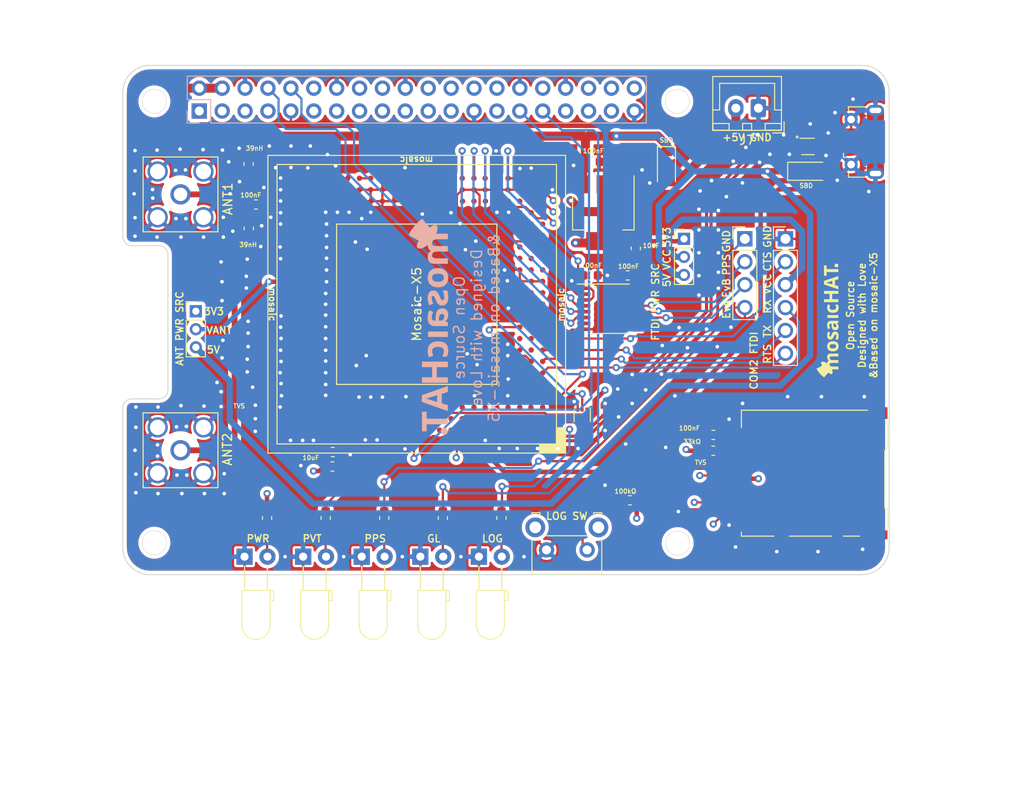
<source format=kicad_pcb>
(kicad_pcb (version 20171130) (host pcbnew "(5.1.6)-1")
  (layers (0 F.Cu mixed) (1 In1.Cu power) (2 In2.Cu power) (31 B.Cu mixed) (34 B.Paste user) (35 F.Paste user hide) (36 B.SilkS user) (37 F.SilkS user) (38 B.Mask user hide) (39 F.Mask user hide) (44 Edge.Cuts user))
  (net 0 "")
  (net 1 GND)
  (net 2 +3V3)
  (net 3 /USB_V)
  (net 4 /GPLED)
  (net 5 /USB_P)
  (net 6 /USB_N)
  (net 7 /ANT1)
  (net 8 /ANT2)
  (net 9 /VANT)
  (net 10 +1V8)
  (net 11 /MosaicRX2)
  (net 12 /MosaicTX2)
  (net 13 +5V)
  (net 14 /MosaicCTS2)
  (net 15 /MosaicRTS2)
  (net 16 /External_5V)
  (net 17 "Net-(D4-Pad2)")
  (net 18 "Net-(D6-Pad2)")
  (net 19 "Net-(D7-Pad2)")
  (net 20 "Net-(D8-Pad2)")
  (net 21 /RPI_GP1)
  (net 22 /EVENTA_3V3)
  (net 23 /EVENTB_3V3)
  (net 24 /PPSO_3V3)
  (net 25 /PPSO_1V8)
  (net 26 /EVENTB_1V8)
  (net 27 /EVENTA_1V8)
  (net 28 /FTDI_PWR)
  (net 29 /D-)
  (net 30 /D+)
  (net 31 /MosaicTX1)
  (net 32 /MosaicRX1)
  (net 33 /nRST_IN)
  (net 34 /MODULE_RDY)
  (net 35 /MosaicRX1_BufferOUT)
  (net 36 "Net-(D5-Pad2)")
  (net 37 "Net-(C3-Pad1)")
  (net 38 "Net-(J3-Pad4)")
  (net 39 "Net-(J4-Pad40)")
  (net 40 "Net-(J4-Pad38)")
  (net 41 "Net-(J4-Pad36)")
  (net 42 "Net-(J4-Pad35)")
  (net 43 "Net-(J4-Pad33)")
  (net 44 "Net-(J4-Pad32)")
  (net 45 "Net-(J4-Pad28)")
  (net 46 "Net-(J4-Pad27)")
  (net 47 "Net-(J4-Pad26)")
  (net 48 "Net-(J4-Pad24)")
  (net 49 "Net-(J4-Pad23)")
  (net 50 "Net-(J4-Pad22)")
  (net 51 "Net-(J4-Pad21)")
  (net 52 "Net-(J4-Pad19)")
  (net 53 "Net-(J4-Pad18)")
  (net 54 "Net-(J4-Pad17)")
  (net 55 "Net-(J4-Pad16)")
  (net 56 "Net-(J4-Pad15)")
  (net 57 "Net-(J4-Pad13)")
  (net 58 "Net-(J4-Pad12)")
  (net 59 "Net-(J4-Pad11)")
  (net 60 "Net-(J4-Pad7)")
  (net 61 "Net-(J4-Pad5)")
  (net 62 "Net-(J4-Pad3)")
  (net 63 "Net-(J4-Pad1)")
  (net 64 "Net-(U1-PadC1)")
  (net 65 "Net-(U1-PadC2)")
  (net 66 "Net-(U1-PadA2)")
  (net 67 "Net-(U1-PadB3)")
  (net 68 "Net-(U1-PadC3)")
  (net 69 "Net-(U1-PadC5)")
  (net 70 "Net-(U1-PadC6)")
  (net 71 "Net-(U1-PadC8)")
  (net 72 "Net-(U1-PadB9)")
  (net 73 "Net-(U1-PadC11)")
  (net 74 "Net-(U1-PadB12)")
  (net 75 "Net-(U1-PadA13)")
  (net 76 "Net-(U1-PadA9)")
  (net 77 "Net-(U1-PadC10)")
  (net 78 "Net-(U1-PadC13)")
  (net 79 "Net-(U1-PadC12)")
  (net 80 "Net-(U1-PadB10)")
  (net 81 "Net-(U1-PadB14)")
  (net 82 "Net-(U1-PadC14)")
  (net 83 "Net-(U1-PadC9)")
  (net 84 "Net-(U1-PadB15)")
  (net 85 "Net-(U1-PadB11)")
  (net 86 "Net-(U1-PadA10)")
  (net 87 "Net-(U1-PadB16)")
  (net 88 "Net-(U1-PadC21)")
  (net 89 "Net-(U1-PadB23)")
  (net 90 "Net-(U1-PadB22)")
  (net 91 "Net-(U1-PadD3)")
  (net 92 "Net-(U1-PadAA5)")
  (net 93 "Net-(U1-PadAA3)")
  (net 94 "Net-(U1-PadAA2)")
  (net 95 "Net-(U1-PadAA4)")
  (net 96 "Net-(U1-PadAA6)")
  (net 97 "Net-(U1-PadAA11)")
  (net 98 "Net-(U1-PadAA12)")
  (net 99 "Net-(U1-PadAA8)")
  (net 100 "Net-(U1-PadAA9)")
  (net 101 "Net-(U1-PadAA10)")
  (net 102 "Net-(U1-PadAA7)")
  (net 103 "Net-(U1-PadAB9)")
  (net 104 "Net-(U1-PadAB10)")
  (net 105 "Net-(U1-PadAB11)")
  (net 106 "Net-(U1-PadAB12)")
  (net 107 "Net-(U1-PadAC1)")
  (net 108 "Net-(U1-PadAC2)")
  (net 109 "Net-(U1-PadAC5)")
  (net 110 "Net-(U1-PadAC11)")
  (net 111 "Net-(U1-PadAC12)")
  (net 112 "Net-(U1-PadAC14)")
  (net 113 "Net-(U1-PadAC10)")
  (net 114 "Net-(U1-PadAC9)")
  (net 115 "Net-(U1-PadE3)")
  (net 116 "Net-(U1-PadE1)")
  (net 117 "Net-(U1-PadG3)")
  (net 118 "Net-(U1-PadG22)")
  (net 119 "Net-(U1-PadF2)")
  (net 120 "Net-(U1-PadF3)")
  (net 121 "Net-(U1-PadH3)")
  (net 122 "Net-(U1-PadH2)")
  (net 123 "Net-(U1-PadV1)")
  (net 124 "Net-(U1-PadU1)")
  (net 125 "Net-(U1-PadK1)")
  (net 126 "Net-(U1-PadV3)")
  (net 127 "Net-(U1-PadJ2)")
  (net 128 "Net-(U1-PadU3)")
  (net 129 "Net-(U1-PadL2)")
  (net 130 "Net-(U1-PadL1)")
  (net 131 "Net-(U1-PadV2)")
  (net 132 "Net-(U1-PadL3)")
  (net 133 "Net-(U1-PadJ3)")
  (net 134 "Net-(U1-PadW3)")
  (net 135 "Net-(U1-PadY3)")
  (net 136 "Net-(U1-PadW1)")
  (net 137 "Net-(U1-PadW2)")
  (net 138 "Net-(U1-PadR2)")
  (net 139 "Net-(U1-PadR1)")
  (net 140 "Net-(U1-PadN2)")
  (net 141 "Net-(U1-PadM3)")
  (net 142 "Net-(U1-PadN3)")
  (net 143 "Net-(U1-PadM2)")
  (net 144 "Net-(U1-PadM1)")
  (net 145 "Net-(U1-PadN1)")
  (net 146 "Net-(U1-PadT3)")
  (net 147 "Net-(U1-PadT2)")
  (net 148 "Net-(U1-PadT1)")
  (net 149 "Net-(U3-Pad10)")
  (net 150 "Net-(U3-Pad7)")
  (net 151 /REF)
  (net 152 /2V8)
  (net 153 /SD_CMD)
  (net 154 /SD_CLK)
  (net 155 /SD_DAT0)
  (net 156 "Net-(J4-Pad37)")
  (net 157 "Net-(J8-Pad9)")
  (net 158 "Net-(J8-Pad8)")
  (net 159 "Net-(J8-Pad1)")
  (net 160 "Net-(J8-Pad2)")
  (net 161 "Net-(J8-Pad10)")
  (net 162 /LOGLED)
  (net 163 /LOGBUTTON)
  (net 164 "Net-(U1-PadA18)")
  (module LED_THT:LED_D3.0mm_Horizontal_O3.81mm_Z10.0mm (layer F.Cu) (at 153.5 76)
    (fp_text reference D6 hide)
    (fp_text value LED)
    (pad 2 thru_hole circle (at 2.54 0) (size 1.8 1.8) (drill 0.9) (layers *.Cu *.Mask) (net 18 "Net-(D6-Pad2)"))
    (pad 1 thru_hole rect (at 0 0) (size 1.8 1.8) (drill 0.9) (layers *.Cu *.Mask) (net 1 GND))
  )
  (module LED_THT:LED_D3.0mm_Horizontal_O3.81mm_Z10.0mm (layer F.Cu) (at 160 76)
    (fp_text reference D7 hide)
    (fp_text value LED)
    (pad 2 thru_hole circle (at 2.54 0) (size 1.8 1.8) (drill 0.9) (layers *.Cu *.Mask) (net 19 "Net-(D7-Pad2)"))
    (pad 1 thru_hole rect (at 0 0) (size 1.8 1.8) (drill 0.9) (layers *.Cu *.Mask) (net 1 GND))
  )
  (module LED_THT:LED_D3.0mm_Horizontal_O3.81mm_Z10.0mm (layer F.Cu) (at 134 76)
    (fp_text reference D4 hide)
    (fp_text value LED)
    (pad 2 thru_hole circle (at 2.54 0) (size 1.8 1.8) (drill 0.9) (layers *.Cu *.Mask) (net 17 "Net-(D4-Pad2)"))
    (pad 1 thru_hole rect (at 0 0) (size 1.8 1.8) (drill 0.9) (layers *.Cu *.Mask) (net 1 GND))
  )
  (module LED_THT:LED_D3.0mm_Horizontal_O3.81mm_Z10.0mm (layer F.Cu) (at 147 76)
    (fp_text reference D5 hide)
    (fp_text value LED)
    (pad 2 thru_hole circle (at 2.54 0) (size 1.8 1.8) (drill 0.9) (layers *.Cu *.Mask) (net 36 "Net-(D5-Pad2)"))
    (pad 1 thru_hole rect (at 0 0) (size 1.8 1.8) (drill 0.9) (layers *.Cu *.Mask) (net 1 GND))
  )
  (module LED_THT:LED_D3.0mm_Horizontal_O3.81mm_Z10.0mm (layer F.Cu) (at 140.5 76)
    (fp_text reference D8 hide)
    (fp_text value LED)
    (pad 2 thru_hole circle (at 2.54 0) (size 1.8 1.8) (drill 0.9) (layers *.Cu *.Mask) (net 20 "Net-(D8-Pad2)"))
    (pad 1 thru_hole rect (at 0 0) (size 1.8 1.8) (drill 0.9) (layers *.Cu *.Mask) (net 1 GND))
  )
  (module Button_Switch_THT:SW_Tactile_SKHH_Angled (layer F.Cu) (at 172 75.25 180)
    (fp_text reference SW1 hide)
    (fp_text value SW_Push)
    (pad 1 thru_hole circle (at 0 0) (size 1.7 1.7) (drill 1) (layers *.Cu *.Mask) (net 163 /LOGBUTTON))
    (pad 2 thru_hole circle (at 4.5 0) (size 1.7 1.7) (drill 1) (layers *.Cu *.Mask) (net 1 GND))
    (pad "" thru_hole circle (at -1.25 2.5) (size 2.2 2.2) (drill 1.3) (layers *.Cu *.Mask))
    (pad "" thru_hole circle (at 5.75 2.5) (size 2.2 2.2) (drill 1.3) (layers *.Cu *.Mask))
  )
  (module Connector_Card:microSD_HC_Hirose_DM3AT-SF-PEJM5 (layer F.Cu) (at 197 66.75 90)
    (fp_text reference J8 hide)
    (fp_text value Micro_SD_Card_Det_Hirose_DM3AT)
    (pad 11 smd rect (at 6.675 7.375 90) (size 1.3 1.9) (layers F.Cu F.Paste F.Mask) (net 1 GND))
    (pad 11 smd rect (at -6.825 6.925 90) (size 1 2.8) (layers F.Cu F.Paste F.Mask) (net 1 GND))
    (pad 10 smd rect (at -6.825 2.775 90) (size 1 0.8) (layers F.Cu F.Paste F.Mask) (net 161 "Net-(J8-Pad10)"))
    (pad 11 smd rect (at -6.825 -3.425 90) (size 1 1.2) (layers F.Cu F.Paste F.Mask) (net 1 GND))
    (pad 11 smd rect (at 4.325 -7.725 90) (size 1 1.2) (layers F.Cu F.Paste F.Mask) (net 1 GND))
    (pad 7 smd rect (at -3.825 -7.725 90) (size 0.7 1.2) (layers F.Cu F.Paste F.Mask) (net 155 /SD_DAT0))
    (pad 6 smd rect (at -2.725 -7.725 90) (size 0.7 1.2) (layers F.Cu F.Paste F.Mask) (net 1 GND))
    (pad 5 smd rect (at -1.625 -7.725 90) (size 0.7 1.2) (layers F.Cu F.Paste F.Mask) (net 154 /SD_CLK))
    (pad 4 smd rect (at -0.525 -7.725 90) (size 0.7 1.2) (layers F.Cu F.Paste F.Mask) (net 2 +3V3))
    (pad 3 smd rect (at 0.575 -7.725 90) (size 0.7 1.2) (layers F.Cu F.Paste F.Mask) (net 153 /SD_CMD))
    (pad 2 smd rect (at 1.675 -7.725 90) (size 0.7 1.2) (layers F.Cu F.Paste F.Mask) (net 160 "Net-(J8-Pad2)"))
    (pad 1 smd rect (at 2.775 -7.725 90) (size 0.7 1.2) (layers F.Cu F.Paste F.Mask) (net 159 "Net-(J8-Pad1)"))
    (pad 8 smd rect (at -4.925 -7.725 90) (size 0.7 1.2) (layers F.Cu F.Paste F.Mask) (net 158 "Net-(J8-Pad8)"))
    (pad 9 smd rect (at -5.875 -7.725 90) (size 0.7 1.2) (layers F.Cu F.Paste F.Mask) (net 157 "Net-(J8-Pad9)"))
  )
  (module Connector_PinHeader_2.00mm:PinHeader_1x03_P2.00mm_Vertical (layer F.Cu) (at 182.75 40.75)
    (fp_text reference JP2 hide)
    (fp_text value Jumper_NC_Dual)
    (pad 3 thru_hole oval (at 0 4) (size 1.35 1.35) (drill 0.8) (layers *.Cu *.Mask) (net 13 +5V))
    (pad 2 thru_hole oval (at 0 2) (size 1.35 1.35) (drill 0.8) (layers *.Cu *.Mask) (net 28 /FTDI_PWR))
    (pad 1 thru_hole rect (at 0 0) (size 1.35 1.35) (drill 0.8) (layers *.Cu *.Mask) (net 2 +3V3))
  )
  (module Package_DFN_QFN:ST_UQFN-6L_1.5x1.7mm_Pitch0.5mm (layer F.Cu) (at 196.5 30.5)
    (fp_text reference FL1 hide)
    (fp_text value ECMF02-2AMX6)
    (pad 2 smd rect (at -0.65 0) (size 0.6 0.25) (layers F.Cu F.Paste F.Mask) (net 6 /USB_N))
    (pad 1 smd rect (at -0.65 -0.5) (size 0.6 0.25) (layers F.Cu F.Paste F.Mask) (net 5 /USB_P))
    (pad 3 smd rect (at -0.65 0.5) (size 0.6 0.25) (layers F.Cu F.Paste F.Mask) (net 1 GND))
    (pad 5 smd rect (at 0.65 0) (size 0.6 0.25) (layers F.Cu F.Paste F.Mask) (net 29 /D-))
    (pad 6 smd rect (at 0.65 -0.5) (size 0.6 0.25) (layers F.Cu F.Paste F.Mask) (net 30 /D+))
    (pad 4 smd rect (at 0.65 0.5) (size 0.6 0.25) (layers F.Cu F.Paste F.Mask))
  )
  (module Connector_USB:USB_Micro-B_Molex-105017-0001 (layer F.Cu) (at 202.75 30 90)
    (fp_text reference J3 hide)
    (fp_text value USB_B_Micro)
    (pad 6 smd rect (at -2.9 1.2375 90) (size 1.2 1.9) (layers F.Cu F.Mask) (net 1 GND))
    (pad 6 smd rect (at 2.9 1.2375 90) (size 1.2 1.9) (layers F.Cu F.Mask) (net 1 GND))
    (pad 6 thru_hole oval (at 3.5 1.2375 90) (size 1.2 1.9) (drill oval 0.6 1.3) (layers *.Cu *.Mask) (net 1 GND))
    (pad 6 thru_hole oval (at -3.5 1.2375 270) (size 1.2 1.9) (drill oval 0.6 1.3) (layers *.Cu *.Mask) (net 1 GND))
    (pad 6 smd rect (at -1 1.2375 90) (size 1.5 1.9) (layers F.Cu F.Paste F.Mask) (net 1 GND))
    (pad 6 thru_hole circle (at 2.5 -1.4625 90) (size 1.45 1.45) (drill 0.85) (layers *.Cu *.Mask) (net 1 GND))
    (pad 3 smd rect (at 0 -1.4625 90) (size 0.4 1.35) (layers F.Cu F.Paste F.Mask) (net 30 /D+))
    (pad 4 smd rect (at 0.65 -1.4625 90) (size 0.4 1.35) (layers F.Cu F.Paste F.Mask) (net 38 "Net-(J3-Pad4)"))
    (pad 5 smd rect (at 1.3 -1.4625 90) (size 0.4 1.35) (layers F.Cu F.Paste F.Mask) (net 1 GND))
    (pad 1 smd rect (at -1.3 -1.4625 90) (size 0.4 1.35) (layers F.Cu F.Paste F.Mask) (net 3 /USB_V))
    (pad 2 smd rect (at -0.65 -1.4625 90) (size 0.4 1.35) (layers F.Cu F.Paste F.Mask) (net 29 /D-))
    (pad 6 thru_hole circle (at -2.5 -1.4625 90) (size 1.45 1.45) (drill 0.85) (layers *.Cu *.Mask) (net 1 GND))
    (pad 6 smd rect (at 1 1.2375 90) (size 1.5 1.9) (layers F.Cu F.Paste F.Mask) (net 1 GND))
  )
  (module Diode_SMD:D_SOD-123 (layer F.Cu) (at 196.5 33.25)
    (fp_text reference D1 hide)
    (fp_text value MBRX120LF-TP)
    (pad 2 smd rect (at 1.65 0) (size 0.9 1.2) (layers F.Cu F.Paste F.Mask) (net 3 /USB_V))
    (pad 1 smd rect (at -1.65 0) (size 0.9 1.2) (layers F.Cu F.Paste F.Mask) (net 13 +5V))
  )
  (module Resistor_SMD:R_0402_1005Metric (layer F.Cu) (at 186.25 70.75)
    (fp_text reference D12 hide)
    (fp_text value D_TVS)
    (pad 2 smd roundrect (at 0.485 0) (size 0.59 0.64) (layers F.Cu F.Paste F.Mask) (net 155 /SD_DAT0))
    (pad 1 smd roundrect (at -0.485 0) (size 0.59 0.64) (layers F.Cu F.Paste F.Mask) (net 1 GND))
  )
  (module Capacitor_SMD:C_0603_1608Metric (layer F.Cu) (at 143.75 66)
    (fp_text reference C7 hide)
    (fp_text value un-assembled)
    (pad 2 smd roundrect (at 0.7875 0) (size 0.875 0.95) (layers F.Cu F.Paste F.Mask) (net 1 GND))
    (pad 1 smd roundrect (at -0.7875 0) (size 0.875 0.95) (layers F.Cu F.Paste F.Mask) (net 2 +3V3))
  )
  (module Capacitor_SMD:C_0603_1608Metric (layer F.Cu) (at 143.7875 64.4)
    (fp_text reference C6 hide)
    (fp_text value 10uF)
    (pad 2 smd roundrect (at 0.7875 0) (size 0.875 0.95) (layers F.Cu F.Paste F.Mask) (net 1 GND))
    (pad 1 smd roundrect (at -0.7875 0) (size 0.875 0.95) (layers F.Cu F.Paste F.Mask) (net 2 +3V3))
  )
  (module nice2 (layer B.Cu) (at 154.78 50.53 270)
    (fp_text reference G*** hide)
    (fp_text value LOGO hide)
  )
  (module Mosaichatv1.0_footprints:mosaicHAT_logo (layer F.Cu) (at 198.886 49.782 90)
    (fp_text reference G*** hide)
    (fp_text value LOGO hide)
  )
  (module Resistor_SMD:R_0402_1005Metric (layer F.Cu) (at 133.385 58.25 180)
    (fp_text reference D9 hide)
    (fp_text value D_TVS)
    (pad 2 smd roundrect (at 0.485 0 180) (size 0.59 0.64) (layers F.Cu F.Paste F.Mask) (net 8 /ANT2))
    (pad 1 smd roundrect (at -0.485 0 180) (size 0.59 0.64) (layers F.Cu F.Paste F.Mask) (net 1 GND))
  )
  (module Package_TO_SOT_SMD:SOT-223 (layer F.Cu) (at 173.8 37.85 270)
    (fp_text reference U2 hide)
    (fp_text value LD1117AS33TR)
    (pad 1 smd rect (at -3.15 -2.3 270) (size 2 1.5) (layers F.Cu F.Paste F.Mask) (net 1 GND))
    (pad 3 smd rect (at -3.15 2.3 270) (size 2 1.5) (layers F.Cu F.Paste F.Mask) (net 13 +5V))
    (pad 2 smd rect (at -3.15 0 270) (size 2 1.5) (layers F.Cu F.Paste F.Mask) (net 2 +3V3))
    (pad 4 smd rect (at 3.15 0 270) (size 2 3.8) (layers F.Cu F.Paste F.Mask))
  )
  (module Connector_PinSocket_2.54mm:PinSocket_2x20_P2.54mm_Vertical (layer B.Cu) (at 128.98 26.57 270)
    (fp_text reference J4 hide)
    (fp_text value raspberrypi_hat_OX40HAT)
    (pad 40 thru_hole oval (at -2.54 -48.26 270) (size 1.7 1.7) (drill 1) (layers *.Cu *.Mask) (net 39 "Net-(J4-Pad40)"))
    (pad 39 thru_hole oval (at 0 -48.26 270) (size 1.7 1.7) (drill 1) (layers *.Cu *.Mask) (net 1 GND))
    (pad 38 thru_hole oval (at -2.54 -45.72 270) (size 1.7 1.7) (drill 1) (layers *.Cu *.Mask) (net 40 "Net-(J4-Pad38)"))
    (pad 37 thru_hole oval (at 0 -45.72 270) (size 1.7 1.7) (drill 1) (layers *.Cu *.Mask) (net 156 "Net-(J4-Pad37)"))
    (pad 36 thru_hole oval (at -2.54 -43.18 270) (size 1.7 1.7) (drill 1) (layers *.Cu *.Mask) (net 41 "Net-(J4-Pad36)"))
    (pad 35 thru_hole oval (at 0 -43.18 270) (size 1.7 1.7) (drill 1) (layers *.Cu *.Mask) (net 42 "Net-(J4-Pad35)"))
    (pad 34 thru_hole oval (at -2.54 -40.64 270) (size 1.7 1.7) (drill 1) (layers *.Cu *.Mask) (net 1 GND))
    (pad 33 thru_hole oval (at 0 -40.64 270) (size 1.7 1.7) (drill 1) (layers *.Cu *.Mask) (net 43 "Net-(J4-Pad33)"))
    (pad 32 thru_hole oval (at -2.54 -38.1 270) (size 1.7 1.7) (drill 1) (layers *.Cu *.Mask) (net 44 "Net-(J4-Pad32)"))
    (pad 31 thru_hole oval (at 0 -38.1 270) (size 1.7 1.7) (drill 1) (layers *.Cu *.Mask) (net 21 /RPI_GP1))
    (pad 30 thru_hole oval (at -2.54 -35.56 270) (size 1.7 1.7) (drill 1) (layers *.Cu *.Mask) (net 1 GND))
    (pad 29 thru_hole oval (at 0 -35.56 270) (size 1.7 1.7) (drill 1) (layers *.Cu *.Mask) (net 33 /nRST_IN))
    (pad 28 thru_hole oval (at -2.54 -33.02 270) (size 1.7 1.7) (drill 1) (layers *.Cu *.Mask) (net 45 "Net-(J4-Pad28)"))
    (pad 27 thru_hole oval (at 0 -33.02 270) (size 1.7 1.7) (drill 1) (layers *.Cu *.Mask) (net 46 "Net-(J4-Pad27)"))
    (pad 26 thru_hole oval (at -2.54 -30.48 270) (size 1.7 1.7) (drill 1) (layers *.Cu *.Mask) (net 47 "Net-(J4-Pad26)"))
    (pad 25 thru_hole oval (at 0 -30.48 270) (size 1.7 1.7) (drill 1) (layers *.Cu *.Mask) (net 1 GND))
    (pad 24 thru_hole oval (at -2.54 -27.94 270) (size 1.7 1.7) (drill 1) (layers *.Cu *.Mask) (net 48 "Net-(J4-Pad24)"))
    (pad 23 thru_hole oval (at 0 -27.94 270) (size 1.7 1.7) (drill 1) (layers *.Cu *.Mask) (net 49 "Net-(J4-Pad23)"))
    (pad 22 thru_hole oval (at -2.54 -25.4 270) (size 1.7 1.7) (drill 1) (layers *.Cu *.Mask) (net 50 "Net-(J4-Pad22)"))
    (pad 21 thru_hole oval (at 0 -25.4 270) (size 1.7 1.7) (drill 1) (layers *.Cu *.Mask) (net 51 "Net-(J4-Pad21)"))
    (pad 20 thru_hole oval (at -2.54 -22.86 270) (size 1.7 1.7) (drill 1) (layers *.Cu *.Mask) (net 1 GND))
    (pad 19 thru_hole oval (at 0 -22.86 270) (size 1.7 1.7) (drill 1) (layers *.Cu *.Mask) (net 52 "Net-(J4-Pad19)"))
    (pad 18 thru_hole oval (at -2.54 -20.32 270) (size 1.7 1.7) (drill 1) (layers *.Cu *.Mask) (net 53 "Net-(J4-Pad18)"))
    (pad 17 thru_hole oval (at 0 -20.32 270) (size 1.7 1.7) (drill 1) (layers *.Cu *.Mask) (net 54 "Net-(J4-Pad17)"))
    (pad 16 thru_hole oval (at -2.54 -17.78 270) (size 1.7 1.7) (drill 1) (layers *.Cu *.Mask) (net 55 "Net-(J4-Pad16)"))
    (pad 15 thru_hole oval (at 0 -17.78 270) (size 1.7 1.7) (drill 1) (layers *.Cu *.Mask) (net 56 "Net-(J4-Pad15)"))
    (pad 14 thru_hole oval (at -2.54 -15.24 270) (size 1.7 1.7) (drill 1) (layers *.Cu *.Mask) (net 1 GND))
    (pad 13 thru_hole oval (at 0 -15.24 270) (size 1.7 1.7) (drill 1) (layers *.Cu *.Mask) (net 57 "Net-(J4-Pad13)"))
    (pad 12 thru_hole oval (at -2.54 -12.7 270) (size 1.7 1.7) (drill 1) (layers *.Cu *.Mask) (net 58 "Net-(J4-Pad12)"))
    (pad 11 thru_hole oval (at 0 -12.7 270) (size 1.7 1.7) (drill 1) (layers *.Cu *.Mask) (net 59 "Net-(J4-Pad11)"))
    (pad 10 thru_hole oval (at -2.54 -10.16 270) (size 1.7 1.7) (drill 1) (layers *.Cu *.Mask) (net 31 /MosaicTX1))
    (pad 9 thru_hole oval (at 0 -10.16 270) (size 1.7 1.7) (drill 1) (layers *.Cu *.Mask) (net 1 GND))
    (pad 8 thru_hole oval (at -2.54 -7.62 270) (size 1.7 1.7) (drill 1) (layers *.Cu *.Mask) (net 32 /MosaicRX1))
    (pad 7 thru_hole oval (at 0 -7.62 270) (size 1.7 1.7) (drill 1) (layers *.Cu *.Mask) (net 60 "Net-(J4-Pad7)"))
    (pad 6 thru_hole oval (at -2.54 -5.08 270) (size 1.7 1.7) (drill 1) (layers *.Cu *.Mask) (net 1 GND))
    (pad 5 thru_hole oval (at 0 -5.08 270) (size 1.7 1.7) (drill 1) (layers *.Cu *.Mask) (net 61 "Net-(J4-Pad5)"))
    (pad 4 thru_hole oval (at -2.54 -2.54 270) (size 1.7 1.7) (drill 1) (layers *.Cu *.Mask) (net 13 +5V))
    (pad 3 thru_hole oval (at 0 -2.54 270) (size 1.7 1.7) (drill 1) (layers *.Cu *.Mask) (net 62 "Net-(J4-Pad3)"))
    (pad 2 thru_hole oval (at -2.54 0 270) (size 1.7 1.7) (drill 1) (layers *.Cu *.Mask) (net 13 +5V))
    (pad 1 thru_hole rect (at 0 0 270) (size 1.7 1.7) (drill 1) (layers *.Cu *.Mask) (net 63 "Net-(J4-Pad1)"))
  )
  (module Fiducial:Fiducial_1.5mm_Mask3mm (layer F.Cu) (at 183.5 29.15)
    (fp_text reference FID4 hide)
    (fp_text value Fiducial)
    (pad "" smd circle (at 0 0) (size 1.5 1.5) (layers F.Cu F.Mask) (clearance 0.75))
  )
  (module Fiducial:Fiducial_1.5mm_Mask3mm (layer F.Cu) (at 123.2 28.95)
    (fp_text reference FID3 hide)
    (fp_text value Fiducial)
    (pad "" smd circle (at 0 0) (size 1.5 1.5) (layers F.Cu F.Mask) (clearance 0.75))
  )
  (module Connector_Coaxial:SMA_Amphenol_132203-12_Horizontal (layer F.Cu) (at 126.9 64.2 90)
    (fp_text reference J2 hide)
    (fp_text value Conn_Coaxial)
    (pad 1 thru_hole circle (at 0 0 90) (size 2.25 2.25) (drill 1.5) (layers *.Cu *.Mask) (net 8 /ANT2) (clearance 1))
    (pad 2 thru_hole circle (at 2.54 2.54 180) (size 2.25 2.25) (drill 1.7) (layers *.Cu *.Mask) (net 1 GND))
    (pad 2 thru_hole circle (at 2.54 -2.54 90) (size 2.25 2.25) (drill 1.7) (layers *.Cu *.Mask) (net 1 GND))
    (pad 2 thru_hole circle (at -2.54 -2.54 90) (size 2.25 2.25) (drill 1.7) (layers *.Cu *.Mask) (net 1 GND))
    (pad 2 thru_hole circle (at -2.54 2.54 90) (size 2.25 2.25) (drill 1.7) (layers *.Cu *.Mask) (net 1 GND))
  )
  (module Connector_PinHeader_2.54mm:PinHeader_1x06_P2.54mm_Vertical (layer F.Cu) (at 194 40.75)
    (fp_text reference J6 hide)
    (fp_text value Conn_01x06_Male)
    (pad 6 thru_hole oval (at 0 12.7) (size 1.7 1.7) (drill 1.1) (layers *.Cu *.Mask) (net 15 /MosaicRTS2))
    (pad 5 thru_hole oval (at 0 10.16) (size 1.7 1.7) (drill 1.1) (layers *.Cu *.Mask) (net 12 /MosaicTX2))
    (pad 4 thru_hole oval (at 0 7.62) (size 1.7 1.7) (drill 1.1) (layers *.Cu *.Mask) (net 11 /MosaicRX2))
    (pad 3 thru_hole oval (at 0 5.08) (size 1.7 1.7) (drill 1.1) (layers *.Cu *.Mask) (net 28 /FTDI_PWR))
    (pad 2 thru_hole oval (at 0 2.54) (size 1.7 1.7) (drill 1.1) (layers *.Cu *.Mask) (net 14 /MosaicCTS2))
    (pad 1 thru_hole rect (at 0 0) (size 1.7 1.7) (drill 1.1) (layers *.Cu *.Mask) (net 1 GND))
  )
  (module Connector_PinHeader_2.54mm:PinHeader_1x04_P2.54mm_Vertical (layer F.Cu) (at 189.5 40.75)
    (fp_text reference J5 hide)
    (fp_text value Conn_01x04_Male)
    (pad 4 thru_hole oval (at 0 7.62) (size 1.7 1.7) (drill 1.1) (layers *.Cu *.Mask) (net 1 GND))
    (pad 3 thru_hole oval (at 0 5.08) (size 1.7 1.7) (drill 1.1) (layers *.Cu *.Mask) (net 24 /PPSO_3V3))
    (pad 2 thru_hole oval (at 0 2.54) (size 1.7 1.7) (drill 1.1) (layers *.Cu *.Mask) (net 23 /EVENTB_3V3))
    (pad 1 thru_hole rect (at 0 0) (size 1.7 1.7) (drill 1.1) (layers *.Cu *.Mask) (net 22 /EVENTA_3V3))
  )
  (module Package_TO_SOT_SMD:SOT-553 (layer F.Cu) (at 171.458 60.39 270)
    (fp_text reference U4 hide)
    (fp_text value SN74LVC1G126DRLR)
    (pad 4 smd rect (at 0.7 0.5 270) (size 0.45 0.3) (layers F.Cu F.Paste F.Mask) (net 35 /MosaicRX1_BufferOUT))
    (pad 2 smd rect (at -0.7 0 270) (size 0.45 0.3) (layers F.Cu F.Paste F.Mask) (net 32 /MosaicRX1))
    (pad 5 smd rect (at 0.7 -0.5 270) (size 0.45 0.3) (layers F.Cu F.Paste F.Mask) (net 2 +3V3))
    (pad 3 smd rect (at -0.7 0.5 270) (size 0.45 0.3) (layers F.Cu F.Paste F.Mask) (net 1 GND))
    (pad 1 smd rect (at -0.7 -0.5 270) (size 0.45 0.3) (layers F.Cu F.Paste F.Mask) (net 34 /MODULE_RDY))
  )
  (module Connector_Coaxial:SMA_Amphenol_132203-12_Horizontal (layer F.Cu) (at 126.9 35.814 90)
    (fp_text reference J1 hide)
    (fp_text value Conn_Coaxial)
    (pad 1 thru_hole circle (at 0 0 90) (size 2.25 2.25) (drill 1.5) (layers *.Cu *.Mask) (net 7 /ANT1) (clearance 1))
    (pad 2 thru_hole circle (at 2.54 2.54 180) (size 2.25 2.25) (drill 1.7) (layers *.Cu *.Mask) (net 1 GND))
    (pad 2 thru_hole circle (at 2.54 -2.54 90) (size 2.25 2.25) (drill 1.7) (layers *.Cu *.Mask) (net 1 GND))
    (pad 2 thru_hole circle (at -2.54 -2.54 90) (size 2.25 2.25) (drill 1.7) (layers *.Cu *.Mask) (net 1 GND))
    (pad 2 thru_hole circle (at -2.54 2.54 90) (size 2.25 2.25) (drill 1.7) (layers *.Cu *.Mask) (net 1 GND))
  )
  (module Resistor_SMD:R_0603_1608Metric (layer F.Cu) (at 156 71.7125 90)
    (fp_text reference R3 hide)
    (fp_text value R330)
    (pad 2 smd roundrect (at 0.7875 0 90) (size 0.875 0.95) (layers F.Cu F.Paste F.Mask) (net 21 /RPI_GP1))
    (pad 1 smd roundrect (at -0.7875 0 90) (size 0.875 0.95) (layers F.Cu F.Paste F.Mask) (net 18 "Net-(D6-Pad2)"))
  )
  (module Resistor_SMD:R_0603_1608Metric (layer F.Cu) (at 162.5 71.7125 90)
    (fp_text reference R4 hide)
    (fp_text value R330)
    (pad 2 smd roundrect (at 0.7875 0 90) (size 0.875 0.95) (layers F.Cu F.Paste F.Mask) (net 162 /LOGLED))
    (pad 1 smd roundrect (at -0.7875 0 90) (size 0.875 0.95) (layers F.Cu F.Paste F.Mask) (net 19 "Net-(D7-Pad2)"))
  )
  (module Connector_PinHeader_2.00mm:PinHeader_1x03_P2.00mm_Vertical (layer F.Cu) (at 128.6 48.775)
    (fp_text reference JP1 hide)
    (fp_text value Jumper_NC_Dual)
    (pad 3 thru_hole oval (at 0 4) (size 1.35 1.35) (drill 0.8) (layers *.Cu *.Mask) (net 13 +5V))
    (pad 2 thru_hole oval (at 0 2) (size 1.35 1.35) (drill 0.8) (layers *.Cu *.Mask) (net 9 /VANT))
    (pad 1 thru_hole rect (at 0 0) (size 1.35 1.35) (drill 0.8) (layers *.Cu *.Mask) (net 2 +3V3))
  )
  (module Resistor_SMD:R_0603_1608Metric (layer F.Cu) (at 149.5 71.7125 90)
    (fp_text reference R2 hide)
    (fp_text value R330)
    (pad 2 smd roundrect (at 0.7875 0 90) (size 0.875 0.95) (layers F.Cu F.Paste F.Mask) (net 24 /PPSO_3V3))
    (pad 1 smd roundrect (at -0.7875 0 90) (size 0.875 0.95) (layers F.Cu F.Paste F.Mask) (net 36 "Net-(D5-Pad2)"))
  )
  (module Resistor_SMD:R_0603_1608Metric (layer F.Cu) (at 136.5 71.7125 90)
    (fp_text reference R1 hide)
    (fp_text value R330)
    (pad 2 smd roundrect (at 0.7875 0 90) (size 0.875 0.95) (layers F.Cu F.Paste F.Mask) (net 2 +3V3))
    (pad 1 smd roundrect (at -0.7875 0 90) (size 0.875 0.95) (layers F.Cu F.Paste F.Mask) (net 17 "Net-(D4-Pad2)"))
  )
  (module Diode_SMD:D_SOD-123 (layer F.Cu) (at 180.8 32.766 270)
    (fp_text reference D2 hide)
    (fp_text value MBRX120LF-TP)
    (pad 2 smd rect (at 1.65 0 270) (size 0.9 1.2) (layers F.Cu F.Paste F.Mask) (net 16 /External_5V))
    (pad 1 smd rect (at -1.65 0 270) (size 0.9 1.2) (layers F.Cu F.Paste F.Mask) (net 13 +5V))
  )
  (module Resistor_SMD:R_0603_1608Metric (layer F.Cu) (at 143 71.7125 90)
    (fp_text reference R5 hide)
    (fp_text value R330)
    (pad 2 smd roundrect (at 0.7875 0 90) (size 0.875 0.95) (layers F.Cu F.Paste F.Mask) (net 4 /GPLED))
    (pad 1 smd roundrect (at -0.7875 0 90) (size 0.875 0.95) (layers F.Cu F.Paste F.Mask) (net 20 "Net-(D8-Pad2)"))
  )
  (module Capacitor_SMD:C_0603_1608Metric (layer F.Cu) (at 135.2675 36.94)
    (fp_text reference C3 hide)
    (fp_text value 100nF)
    (pad 2 smd roundrect (at 0.7875 0) (size 0.875 0.95) (layers F.Cu F.Paste F.Mask) (net 1 GND))
    (pad 1 smd roundrect (at -0.7875 0) (size 0.875 0.95) (layers F.Cu F.Paste F.Mask) (net 37 "Net-(C3-Pad1)"))
  )
  (module Inductor_SMD:L_0603_1608Metric (layer F.Cu) (at 134.47 39.5925 270)
    (fp_text reference L2 hide)
    (fp_text value 39nH)
    (pad 2 smd roundrect (at 0.7875 0 270) (size 0.875 0.95) (layers F.Cu F.Paste F.Mask) (net 8 /ANT2))
    (pad 1 smd roundrect (at -0.7875 0 270) (size 0.875 0.95) (layers F.Cu F.Paste F.Mask) (net 37 "Net-(C3-Pad1)"))
  )
  (module Inductor_SMD:L_0603_1608Metric (layer F.Cu) (at 134.45 32.4375 270)
    (fp_text reference L1 hide)
    (fp_text value 39nH)
    (pad 2 smd roundrect (at 0.7875 0 270) (size 0.875 0.95) (layers F.Cu F.Paste F.Mask) (net 37 "Net-(C3-Pad1)"))
    (pad 1 smd roundrect (at -0.7875 0 270) (size 0.875 0.95) (layers F.Cu F.Paste F.Mask) (net 7 /ANT1))
  )
  (module Capacitor_SMD:C_0603_1608Metric (layer F.Cu) (at 177.4 41.8 270)
    (fp_text reference C2 hide)
    (fp_text value 10uF)
    (pad 2 smd roundrect (at 0.7875 0 270) (size 0.875 0.95) (layers F.Cu F.Paste F.Mask) (net 1 GND))
    (pad 1 smd roundrect (at -0.7875 0 270) (size 0.875 0.95) (layers F.Cu F.Paste F.Mask) (net 2 +3V3))
  )
  (module Capacitor_SMD:C_0603_1608Metric (layer F.Cu) (at 176.5 44.8 180)
    (fp_text reference C5 hide)
    (fp_text value 100nF)
    (pad 2 smd roundrect (at 0.7875 0 180) (size 0.875 0.95) (layers F.Cu F.Paste F.Mask) (net 1 GND))
    (pad 1 smd roundrect (at -0.7875 0 180) (size 0.875 0.95) (layers F.Cu F.Paste F.Mask) (net 2 +3V3))
  )
  (module Capacitor_SMD:C_0603_1608Metric (layer F.Cu) (at 172.3875 44.8)
    (fp_text reference C4 hide)
    (fp_text value 100nF)
    (pad 2 smd roundrect (at 0.7875 0) (size 0.875 0.95) (layers F.Cu F.Paste F.Mask) (net 1 GND))
    (pad 1 smd roundrect (at -0.7875 0) (size 0.875 0.95) (layers F.Cu F.Paste F.Mask) (net 10 +1V8))
  )
  (module Capacitor_SMD:C_0603_1608Metric (layer F.Cu) (at 172.6 32.2)
    (fp_text reference C1 hide)
    (fp_text value 100nF)
    (pad 2 smd roundrect (at 0.7875 0) (size 0.875 0.95) (layers F.Cu F.Paste F.Mask) (net 1 GND))
    (pad 1 smd roundrect (at -0.7875 0) (size 0.875 0.95) (layers F.Cu F.Paste F.Mask) (net 13 +5V))
  )
  (module Package_SO:TSSOP-16_4.4x5mm_P0.65mm (layer F.Cu) (at 174.5 48.5)
    (fp_text reference U3 hide)
    (fp_text value SN74AVC4T245PW)
    (pad 16 smd roundrect (at 2.8625 -2.275) (size 1.475 0.4) (layers F.Cu F.Paste F.Mask) (net 2 +3V3))
    (pad 15 smd roundrect (at 2.8625 -1.625) (size 1.475 0.4) (layers F.Cu F.Paste F.Mask) (net 1 GND))
    (pad 14 smd roundrect (at 2.8625 -0.975) (size 1.475 0.4) (layers F.Cu F.Paste F.Mask) (net 1 GND))
    (pad 13 smd roundrect (at 2.8625 -0.325) (size 1.475 0.4) (layers F.Cu F.Paste F.Mask) (net 22 /EVENTA_3V3))
    (pad 12 smd roundrect (at 2.8625 0.325) (size 1.475 0.4) (layers F.Cu F.Paste F.Mask) (net 23 /EVENTB_3V3))
    (pad 11 smd roundrect (at 2.8625 0.975) (size 1.475 0.4) (layers F.Cu F.Paste F.Mask) (net 24 /PPSO_3V3))
    (pad 10 smd roundrect (at 2.8625 1.625) (size 1.475 0.4) (layers F.Cu F.Paste F.Mask) (net 149 "Net-(U3-Pad10)"))
    (pad 9 smd roundrect (at 2.8625 2.275) (size 1.475 0.4) (layers F.Cu F.Paste F.Mask) (net 1 GND))
    (pad 8 smd roundrect (at -2.8625 2.275) (size 1.475 0.4) (layers F.Cu F.Paste F.Mask) (net 1 GND))
    (pad 7 smd roundrect (at -2.8625 1.625) (size 1.475 0.4) (layers F.Cu F.Paste F.Mask) (net 150 "Net-(U3-Pad7)"))
    (pad 6 smd roundrect (at -2.8625 0.975) (size 1.475 0.4) (layers F.Cu F.Paste F.Mask) (net 25 /PPSO_1V8))
    (pad 5 smd roundrect (at -2.8625 0.325) (size 1.475 0.4) (layers F.Cu F.Paste F.Mask) (net 26 /EVENTB_1V8))
    (pad 4 smd roundrect (at -2.8625 -0.325) (size 1.475 0.4) (layers F.Cu F.Paste F.Mask) (net 27 /EVENTA_1V8))
    (pad 3 smd roundrect (at -2.8625 -0.975) (size 1.475 0.4) (layers F.Cu F.Paste F.Mask) (net 10 +1V8))
    (pad 2 smd roundrect (at -2.8625 -1.625) (size 1.475 0.4) (layers F.Cu F.Paste F.Mask) (net 1 GND))
    (pad 1 smd roundrect (at -2.8625 -2.275) (size 1.475 0.4) (layers F.Cu F.Paste F.Mask) (net 10 +1V8))
  )
  (module Capacitor_SMD:C_0603_1608Metric (layer F.Cu) (at 186 62.5)
    (fp_text reference C8 hide)
    (fp_text value 100nF)
    (pad 2 smd roundrect (at 0.7875 0) (size 0.875 0.95) (layers F.Cu F.Paste F.Mask) (net 1 GND))
    (pad 1 smd roundrect (at -0.7875 0) (size 0.875 0.95) (layers F.Cu F.Paste F.Mask) (net 2 +3V3))
  )
  (module Resistor_SMD:R_0402_1005Metric (layer F.Cu) (at 186.25 66.25)
    (fp_text reference D10 hide)
    (fp_text value D_TVS)
    (pad 2 smd roundrect (at 0.485 0) (size 0.59 0.64) (layers F.Cu F.Paste F.Mask) (net 153 /SD_CMD))
    (pad 1 smd roundrect (at -0.485 0) (size 0.59 0.64) (layers F.Cu F.Paste F.Mask) (net 1 GND))
  )
  (module Resistor_SMD:R_0402_1005Metric (layer F.Cu) (at 186.265 69.25)
    (fp_text reference D11 hide)
    (fp_text value D_TVS)
    (pad 1 smd roundrect (at -0.485 0) (size 0.59 0.64) (layers F.Cu F.Paste F.Mask) (net 1 GND))
    (pad 2 smd roundrect (at 0.485 0) (size 0.59 0.64) (layers F.Cu F.Paste F.Mask) (net 154 /SD_CLK))
  )
  (module Resistor_SMD:R_0402_1005Metric (layer F.Cu) (at 186.25 67.75)
    (fp_text reference D13 hide)
    (fp_text value D_TVS)
    (pad 1 smd roundrect (at -0.485 0) (size 0.59 0.64) (layers F.Cu F.Paste F.Mask) (net 1 GND))
    (pad 2 smd roundrect (at 0.485 0) (size 0.59 0.64) (layers F.Cu F.Paste F.Mask) (net 2 +3V3))
  )
  (module Resistor_SMD:R_0603_1608Metric (layer F.Cu) (at 186 64.25 180)
    (fp_text reference R6 hide)
    (fp_text value R33K)
    (pad 2 smd roundrect (at 0.7875 0 180) (size 0.875 0.95) (layers F.Cu F.Paste F.Mask) (net 2 +3V3))
    (pad 1 smd roundrect (at -0.7875 0 180) (size 0.875 0.95) (layers F.Cu F.Paste F.Mask) (net 160 "Net-(J8-Pad2)"))
  )
  (module Fiducial:Fiducial_1.5mm_Mask3mm (layer F.Cu) (at 127.5 75)
    (fp_text reference FID1 hide)
    (fp_text value Fiducial)
    (pad "" smd circle (at 2.2 -0.6) (size 1.5 1.5) (layers F.Cu F.Mask) (clearance 0.75))
  )
  (module Fiducial:Fiducial_1.5mm_Mask3mm (layer F.Cu) (at 185 72.5)
    (fp_text reference FID2 hide)
    (fp_text value Fiducial)
    (pad "" smd circle (at -8.25 2.05) (size 1.5 1.5) (layers F.Cu F.Mask) (clearance 0.75))
  )
  (module Resistor_SMD:R_0603_1608Metric (layer F.Cu) (at 176.75 69.75 180)
    (fp_text reference R7 hide)
    (fp_text value R100K)
    (pad 1 smd roundrect (at -0.7875 0 180) (size 0.875 0.95) (layers F.Cu F.Paste F.Mask) (net 2 +3V3))
    (pad 2 smd roundrect (at 0.7875 0 180) (size 0.875 0.95) (layers F.Cu F.Paste F.Mask) (net 163 /LOGBUTTON))
  )
  (module Connector_JST:JST_XH_B2B-XH-A_1x02_P2.50mm_Vertical (layer F.Cu) (at 191 26.25 180)
    (fp_text reference J7 (at 1.25 -3.55) (layer F.SilkS))
    (fp_text value Conn_01x02_Male)
    (pad 1 thru_hole roundrect (at 0 0 180) (size 1.7 2) (drill 1) (layers *.Cu *.Mask) (roundrect_rratio 0.147059) (net 1 GND))
    (pad 2 thru_hole oval (at 2.5 0 180) (size 1.7 2) (drill 1) (layers *.Cu *.Mask) (net 16 /External_5V))
  )
  (module mosaicHAT:mosaic_X5 (layer F.Cu) (at 153.1 48 270)
    (fp_text reference U1 hide)
    (fp_text value mosaic-X5)
    (fp_text user Mosaic-X5 (at 0 0 90) (layer F.SilkS))
    (pad B1 smd circle (at 12.7 -13.97 270) (size 0.6 0.6) (layers F.Cu F.Paste F.Mask) (net 35 /MosaicRX1_BufferOUT))
    (pad C1 smd circle (at 11.43 -13.97 270) (size 0.6 0.6) (layers F.Cu F.Paste F.Mask) (net 64 "Net-(U1-PadC1)"))
    (pad C2 smd circle (at 11.43 -12.67 270) (size 0.6 0.6) (layers F.Cu F.Paste F.Mask) (net 65 "Net-(U1-PadC2)"))
    (pad B2 smd circle (at 12.7 -12.67 270) (size 0.6 0.6) (layers F.Cu F.Paste F.Mask) (net 162 /LOGLED))
    (pad A2 smd circle (at 13.97 -12.7 270) (size 0.6 0.6) (layers F.Cu F.Paste F.Mask) (net 66 "Net-(U1-PadA2)"))
    (pad A3 smd circle (at 13.97 -11.43 270) (size 0.6 0.6) (layers F.Cu F.Paste F.Mask) (net 1 GND))
    (pad B3 smd circle (at 12.7 -11.43 270) (size 0.6 0.6) (layers F.Cu F.Paste F.Mask) (net 67 "Net-(U1-PadB3)"))
    (pad C3 smd circle (at 11.43 -11.43 270) (size 0.6 0.6) (layers F.Cu F.Paste F.Mask) (net 68 "Net-(U1-PadC3)"))
    (pad C4 smd circle (at 11.43 -10.13 270) (size 0.6 0.6) (layers F.Cu F.Paste F.Mask) (net 1 GND))
    (pad B4 smd circle (at 12.7 -10.13 270) (size 0.6 0.6) (layers F.Cu F.Paste F.Mask) (net 1 GND))
    (pad A4 smd circle (at 13.97 -10.16 270) (size 0.6 0.6) (layers F.Cu F.Paste F.Mask) (net 1 GND))
    (pad A5 smd circle (at 13.97 -8.89 270) (size 0.6 0.6) (layers F.Cu F.Paste F.Mask) (net 5 /USB_P))
    (pad B6 smd circle (at 12.7 -7.59 270) (size 0.6 0.6) (layers F.Cu F.Paste F.Mask) (net 1 GND))
    (pad A6 smd circle (at 13.97 -7.62 270) (size 0.6 0.6) (layers F.Cu F.Paste F.Mask) (net 6 /USB_N))
    (pad B5 smd circle (at 12.7 -8.89 270) (size 0.6 0.6) (layers F.Cu F.Paste F.Mask) (net 1 GND))
    (pad C5 smd circle (at 11.43 -8.89 270) (size 0.6 0.6) (layers F.Cu F.Paste F.Mask) (net 69 "Net-(U1-PadC5)"))
    (pad C6 smd circle (at 11.43 -7.59 270) (size 0.6 0.6) (layers F.Cu F.Paste F.Mask) (net 70 "Net-(U1-PadC6)"))
    (pad A7 smd circle (at 13.97 -6.35 270) (size 0.6 0.6) (layers F.Cu F.Paste F.Mask) (net 1 GND))
    (pad A8 smd circle (at 13.97 -5.08 270) (size 0.6 0.6) (layers F.Cu F.Paste F.Mask) (net 3 /USB_V))
    (pad C8 smd circle (at 11.43 -5.05 270) (size 0.6 0.6) (layers F.Cu F.Paste F.Mask) (net 71 "Net-(U1-PadC8)"))
    (pad B7 smd circle (at 12.7 -6.35 270) (size 0.6 0.6) (layers F.Cu F.Paste F.Mask) (net 1 GND))
    (pad B8 smd circle (at 12.7 -5.05 270) (size 0.6 0.6) (layers F.Cu F.Paste F.Mask) (net 2 +3V3))
    (pad C7 smd circle (at 11.43 -6.35 270) (size 0.6 0.6) (layers F.Cu F.Paste F.Mask) (net 1 GND))
    (pad B9 smd circle (at 12.7 -3.81 270) (size 0.6 0.6) (layers F.Cu F.Paste F.Mask) (net 72 "Net-(U1-PadB9)"))
    (pad C11 smd circle (at 11.43 -1.27 270) (size 0.6 0.6) (layers F.Cu F.Paste F.Mask) (net 73 "Net-(U1-PadC11)"))
    (pad B12 smd circle (at 12.7 0.03 270) (size 0.6 0.6) (layers F.Cu F.Paste F.Mask) (net 74 "Net-(U1-PadB12)"))
    (pad A13 smd circle (at 13.97 1.27 270) (size 0.6 0.6) (layers F.Cu F.Paste F.Mask) (net 75 "Net-(U1-PadA13)"))
    (pad C15 smd circle (at 11.43 3.81 270) (size 0.6 0.6) (layers F.Cu F.Paste F.Mask) (net 1 GND))
    (pad A12 smd circle (at 13.97 0 270) (size 0.6 0.6) (layers F.Cu F.Paste F.Mask) (net 34 /MODULE_RDY))
    (pad A9 smd circle (at 13.97 -3.81 270) (size 0.6 0.6) (layers F.Cu F.Paste F.Mask) (net 76 "Net-(U1-PadA9)"))
    (pad C10 smd circle (at 11.43 -2.51 270) (size 0.6 0.6) (layers F.Cu F.Paste F.Mask) (net 77 "Net-(U1-PadC10)"))
    (pad C13 smd circle (at 11.43 1.27 270) (size 0.6 0.6) (layers F.Cu F.Paste F.Mask) (net 78 "Net-(U1-PadC13)"))
    (pad C12 smd circle (at 11.43 0.03 270) (size 0.6 0.6) (layers F.Cu F.Paste F.Mask) (net 79 "Net-(U1-PadC12)"))
    (pad A16 smd circle (at 13.97 5.08 270) (size 0.6 0.6) (layers F.Cu F.Paste F.Mask) (net 1 GND))
    (pad B13 smd circle (at 12.7 1.27 270) (size 0.6 0.6) (layers F.Cu F.Paste F.Mask) (net 1 GND))
    (pad B10 smd circle (at 12.7 -2.51 270) (size 0.6 0.6) (layers F.Cu F.Paste F.Mask) (net 80 "Net-(U1-PadB10)"))
    (pad B14 smd circle (at 12.7 2.57 270) (size 0.6 0.6) (layers F.Cu F.Paste F.Mask) (net 81 "Net-(U1-PadB14)"))
    (pad C14 smd circle (at 11.43 2.57 270) (size 0.6 0.6) (layers F.Cu F.Paste F.Mask) (net 82 "Net-(U1-PadC14)"))
    (pad C9 smd circle (at 11.43 -3.81 270) (size 0.6 0.6) (layers F.Cu F.Paste F.Mask) (net 83 "Net-(U1-PadC9)"))
    (pad B15 smd circle (at 12.7 3.81 270) (size 0.6 0.6) (layers F.Cu F.Paste F.Mask) (net 84 "Net-(U1-PadB15)"))
    (pad A11 smd circle (at 13.97 -1.27 270) (size 0.6 0.6) (layers F.Cu F.Paste F.Mask) (net 33 /nRST_IN))
    (pad A14 smd circle (at 13.97 2.54 270) (size 0.6 0.6) (layers F.Cu F.Paste F.Mask) (net 4 /GPLED))
    (pad B11 smd circle (at 12.7 -1.27 270) (size 0.6 0.6) (layers F.Cu F.Paste F.Mask) (net 85 "Net-(U1-PadB11)"))
    (pad A15 smd circle (at 13.97 3.81 270) (size 0.6 0.6) (layers F.Cu F.Paste F.Mask) (net 1 GND))
    (pad A10 smd circle (at 13.97 -2.54 270) (size 0.6 0.6) (layers F.Cu F.Paste F.Mask) (net 86 "Net-(U1-PadA10)"))
    (pad C16 smd circle (at 11.43 5.11 270) (size 0.6 0.6) (layers F.Cu F.Paste F.Mask) (net 1 GND))
    (pad B16 smd circle (at 12.7 5.11 270) (size 0.6 0.6) (layers F.Cu F.Paste F.Mask) (net 87 "Net-(U1-PadB16)"))
    (pad C22 smd circle (at 11.43 12.73 270) (size 0.6 0.6) (layers F.Cu F.Paste F.Mask))
    (pad B20 smd circle (at 12.7 10.19 270) (size 0.6 0.6) (layers F.Cu F.Paste F.Mask) (net 2 +3V3))
    (pad A22 smd circle (at 13.97 12.7 270) (size 0.6 0.6) (layers F.Cu F.Paste F.Mask) (net 1 GND))
    (pad C17 smd circle (at 11.43 6.35 270) (size 0.6 0.6) (layers F.Cu F.Paste F.Mask) (net 1 GND))
    (pad A23 smd circle (at 13.97 13.97 270) (size 0.6 0.6) (layers F.Cu F.Paste F.Mask) (net 1 GND))
    (pad A17 smd circle (at 13.97 6.35 270) (size 0.6 0.6) (layers F.Cu F.Paste F.Mask) (net 1 GND))
    (pad B18 smd circle (at 12.7 7.65 270) (size 0.6 0.6) (layers F.Cu F.Paste F.Mask) (net 2 +3V3))
    (pad C21 smd circle (at 11.43 11.43 270) (size 0.6 0.6) (layers F.Cu F.Paste F.Mask) (net 88 "Net-(U1-PadC21)"))
    (pad C18 smd circle (at 11.43 7.65 270) (size 0.6 0.6) (layers F.Cu F.Paste F.Mask) (net 2 +3V3))
    (pad C19 smd circle (at 11.43 8.89 270) (size 0.6 0.6) (layers F.Cu F.Paste F.Mask) (net 2 +3V3))
    (pad A18 smd circle (at 13.97 7.62 270) (size 0.6 0.6) (layers F.Cu F.Paste F.Mask) (net 164 "Net-(U1-PadA18)"))
    (pad C23 smd circle (at 11.43 13.97 270) (size 0.6 0.6) (layers F.Cu F.Paste F.Mask) (net 1 GND))
    (pad B21 smd circle (at 12.7 11.43 270) (size 0.6 0.6) (layers F.Cu F.Paste F.Mask) (net 1 GND))
    (pad B23 smd circle (at 12.7 13.97 270) (size 0.6 0.6) (layers F.Cu F.Paste F.Mask) (net 89 "Net-(U1-PadB23)"))
    (pad A21 smd circle (at 13.97 11.43 270) (size 0.6 0.6) (layers F.Cu F.Paste F.Mask) (net 1 GND))
    (pad A19 smd circle (at 13.97 8.89 270) (size 0.6 0.6) (layers F.Cu F.Paste F.Mask) (net 2 +3V3))
    (pad C20 smd circle (at 11.43 10.19 270) (size 0.6 0.6) (layers F.Cu F.Paste F.Mask) (net 2 +3V3))
    (pad B22 smd circle (at 12.7 12.73 270) (size 0.6 0.6) (layers F.Cu F.Paste F.Mask) (net 90 "Net-(U1-PadB22)"))
    (pad B19 smd circle (at 12.7 8.89 270) (size 0.6 0.6) (layers F.Cu F.Paste F.Mask) (net 2 +3V3))
    (pad A20 smd circle (at 13.97 10.16 270) (size 0.6 0.6) (layers F.Cu F.Paste F.Mask) (net 2 +3V3))
    (pad B17 smd circle (at 12.7 6.35 270) (size 0.6 0.6) (layers F.Cu F.Paste F.Mask) (net 1 GND))
    (pad D3 smd circle (at 10.16 -11.43 180) (size 0.6 0.6) (layers F.Cu F.Paste F.Mask) (net 91 "Net-(U1-PadD3)"))
    (pad D2 smd circle (at 10.16 -12.7 180) (size 0.6 0.6) (layers F.Cu F.Paste F.Mask) (net 1 GND))
    (pad D1 smd circle (at 10.16 -13.97 180) (size 0.6 0.6) (layers F.Cu F.Paste F.Mask) (net 31 /MosaicTX1))
    (pad D22 smd circle (at 10.16 12.7 180) (size 0.6 0.6) (layers F.Cu F.Paste F.Mask) (net 1 GND))
    (pad D23 smd circle (at 10.16 13.97 180) (size 0.6 0.6) (layers F.Cu F.Paste F.Mask) (net 1 GND))
    (pad D21 smd circle (at 10.16 11.43 180) (size 0.6 0.6) (layers F.Cu F.Paste F.Mask) (net 1 GND))
    (pad AA5 smd circle (at -11.43 -8.89 270) (size 0.6 0.6) (layers F.Cu F.Paste F.Mask) (net 92 "Net-(U1-PadAA5)"))
    (pad AA3 smd circle (at -11.43 -11.43 270) (size 0.6 0.6) (layers F.Cu F.Paste F.Mask) (net 93 "Net-(U1-PadAA3)"))
    (pad AA2 smd circle (at -11.43 -12.7 270) (size 0.6 0.6) (layers F.Cu F.Paste F.Mask) (net 94 "Net-(U1-PadAA2)"))
    (pad AA4 smd circle (at -11.43 -10.16 270) (size 0.6 0.6) (layers F.Cu F.Paste F.Mask) (net 95 "Net-(U1-PadAA4)"))
    (pad AA6 smd circle (at -11.43 -7.62 270) (size 0.6 0.6) (layers F.Cu F.Paste F.Mask) (net 96 "Net-(U1-PadAA6)"))
    (pad AA11 smd circle (at -11.43 -1.27 270) (size 0.6 0.6) (layers F.Cu F.Paste F.Mask) (net 97 "Net-(U1-PadAA11)"))
    (pad AA23 smd circle (at -11.43 13.97 270) (size 0.6 0.6) (layers F.Cu F.Paste F.Mask) (net 1 GND))
    (pad AA12 smd circle (at -11.43 0 270) (size 0.6 0.6) (layers F.Cu F.Paste F.Mask) (net 98 "Net-(U1-PadAA12)"))
    (pad AA8 smd circle (at -11.43 -5.08 270) (size 0.6 0.6) (layers F.Cu F.Paste F.Mask) (net 99 "Net-(U1-PadAA8)"))
    (pad AA14 smd circle (at -11.43 2.54 270) (size 0.6 0.6) (layers F.Cu F.Paste F.Mask) (net 1 GND))
    (pad AA9 smd circle (at -11.43 -3.81 270) (size 0.6 0.6) (layers F.Cu F.Paste F.Mask) (net 100 "Net-(U1-PadAA9)"))
    (pad AA21 smd circle (at -11.43 11.43 270) (size 0.6 0.6) (layers F.Cu F.Paste F.Mask) (net 1 GND))
    (pad AA17 smd circle (at -11.43 6.35 270) (size 0.6 0.6) (layers F.Cu F.Paste F.Mask) (net 1 GND))
    (pad AA20 smd circle (at -11.43 10.16 270) (size 0.6 0.6) (layers F.Cu F.Paste F.Mask) (net 1 GND))
    (pad AA10 smd circle (at -11.43 -2.54 270) (size 0.6 0.6) (layers F.Cu F.Paste F.Mask) (net 101 "Net-(U1-PadAA10)"))
    (pad AA13 smd circle (at -11.43 1.27 270) (size 0.6 0.6) (layers F.Cu F.Paste F.Mask) (net 1 GND))
    (pad AA18 smd circle (at -11.43 7.62 270) (size 0.6 0.6) (layers F.Cu F.Paste F.Mask) (net 1 GND))
    (pad AA22 smd circle (at -11.43 12.7 270) (size 0.6 0.6) (layers F.Cu F.Paste F.Mask) (net 1 GND))
    (pad AA7 smd circle (at -11.43 -6.35 270) (size 0.6 0.6) (layers F.Cu F.Paste F.Mask) (net 102 "Net-(U1-PadAA7)"))
    (pad AA19 smd circle (at -11.43 8.89 270) (size 0.6 0.6) (layers F.Cu F.Paste F.Mask) (net 1 GND))
    (pad AA16 smd circle (at -11.43 5.08 270) (size 0.6 0.6) (layers F.Cu F.Paste F.Mask) (net 1 GND))
    (pad AA15 smd circle (at -11.43 3.81 270) (size 0.6 0.6) (layers F.Cu F.Paste F.Mask) (net 1 GND))
    (pad AA1 smd circle (at -11.43 -13.97 270) (size 0.6 0.6) (layers F.Cu F.Paste F.Mask) (net 154 /SD_CLK))
    (pad AB1 smd circle (at -12.7 -13.97 270) (size 0.6 0.6) (layers F.Cu F.Paste F.Mask) (net 153 /SD_CMD))
    (pad AB3 smd circle (at -12.7 -11.43 270) (size 0.6 0.6) (layers F.Cu F.Paste F.Mask) (net 1 GND))
    (pad AB4 smd circle (at -12.7 -10.13 270) (size 0.6 0.6) (layers F.Cu F.Paste F.Mask) (net 1 GND))
    (pad AB2 smd circle (at -12.7 -12.67 270) (size 0.6 0.6) (layers F.Cu F.Paste F.Mask) (net 1 GND))
    (pad AB6 smd circle (at -12.7 -7.59 270) (size 0.6 0.6) (layers F.Cu F.Paste F.Mask) (net 1 GND))
    (pad AB5 smd circle (at -12.7 -8.89 270) (size 0.6 0.6) (layers F.Cu F.Paste F.Mask) (net 1 GND))
    (pad AB9 smd circle (at -12.7 -3.81 270) (size 0.6 0.6) (layers F.Cu F.Paste F.Mask) (net 103 "Net-(U1-PadAB9)"))
    (pad AB10 smd circle (at -12.7 -2.51 270) (size 0.6 0.6) (layers F.Cu F.Paste F.Mask) (net 104 "Net-(U1-PadAB10)"))
    (pad AB14 smd circle (at -12.7 2.57 270) (size 0.6 0.6) (layers F.Cu F.Paste F.Mask) (net 1 GND))
    (pad AB15 smd circle (at -12.7 3.81 270) (size 0.6 0.6) (layers F.Cu F.Paste F.Mask) (net 1 GND))
    (pad AB23 smd circle (at -12.7 13.97 270) (size 0.6 0.6) (layers F.Cu F.Paste F.Mask) (net 1 GND))
    (pad AB19 smd circle (at -12.7 8.89 270) (size 0.6 0.6) (layers F.Cu F.Paste F.Mask) (net 1 GND))
    (pad AB16 smd circle (at -12.7 5.11 270) (size 0.6 0.6) (layers F.Cu F.Paste F.Mask) (net 1 GND))
    (pad AB17 smd circle (at -12.7 6.35 270) (size 0.6 0.6) (layers F.Cu F.Paste F.Mask) (net 1 GND))
    (pad AB22 smd circle (at -12.7 12.73 270) (size 0.6 0.6) (layers F.Cu F.Paste F.Mask) (net 1 GND))
    (pad AB21 smd circle (at -12.7 11.43 270) (size 0.6 0.6) (layers F.Cu F.Paste F.Mask) (net 1 GND))
    (pad AB20 smd circle (at -12.7 10.19 270) (size 0.6 0.6) (layers F.Cu F.Paste F.Mask) (net 1 GND))
    (pad AB13 smd circle (at -12.7 1.27 270) (size 0.6 0.6) (layers F.Cu F.Paste F.Mask) (net 1 GND))
    (pad AB7 smd circle (at -12.7 -6.35 270) (size 0.6 0.6) (layers F.Cu F.Paste F.Mask) (net 1 GND))
    (pad AB8 smd circle (at -12.7 -5.05 270) (size 0.6 0.6) (layers F.Cu F.Paste F.Mask) (net 1 GND))
    (pad AB11 smd circle (at -12.7 -1.27 270) (size 0.6 0.6) (layers F.Cu F.Paste F.Mask) (net 105 "Net-(U1-PadAB11)"))
    (pad AB12 smd circle (at -12.7 0.03 270) (size 0.6 0.6) (layers F.Cu F.Paste F.Mask) (net 106 "Net-(U1-PadAB12)"))
    (pad AB18 smd circle (at -12.7 7.65 270) (size 0.6 0.6) (layers F.Cu F.Paste F.Mask) (net 1 GND))
    (pad AC1 smd circle (at -13.97 -13.97 270) (size 0.6 0.6) (layers F.Cu F.Paste F.Mask) (net 107 "Net-(U1-PadAC1)"))
    (pad AC2 smd circle (at -13.97 -12.67 270) (size 0.6 0.6) (layers F.Cu F.Paste F.Mask) (net 108 "Net-(U1-PadAC2)"))
    (pad AC4 smd circle (at -13.97 -10.13 270) (size 0.6 0.6) (layers F.Cu F.Paste F.Mask) (net 10 +1V8))
    (pad AC3 smd circle (at -13.97 -11.43 270) (size 0.6 0.6) (layers F.Cu F.Paste F.Mask) (net 10 +1V8))
    (pad AC5 smd circle (at -13.97 -8.89 270) (size 0.6 0.6) (layers F.Cu F.Paste F.Mask) (net 109 "Net-(U1-PadAC5)"))
    (pad AC6 smd circle (at -13.97 -7.59 270) (size 0.6 0.6) (layers F.Cu F.Paste F.Mask) (net 27 /EVENTA_1V8))
    (pad AC22 smd circle (at -13.97 12.73 270) (size 0.6 0.6) (layers F.Cu F.Paste F.Mask) (net 1 GND))
    (pad AC16 smd circle (at -13.97 5.11 270) (size 0.6 0.6) (layers F.Cu F.Paste F.Mask) (net 151 /REF))
    (pad AC17 smd circle (at -13.97 6.35 270) (size 0.6 0.6) (layers F.Cu F.Paste F.Mask) (net 151 /REF))
    (pad AC11 smd circle (at -13.97 -1.27 270) (size 0.6 0.6) (layers F.Cu F.Paste F.Mask) (net 110 "Net-(U1-PadAC11)"))
    (pad AC13 smd circle (at -13.97 1.27 270) (size 0.6 0.6) (layers F.Cu F.Paste F.Mask) (net 1 GND))
    (pad AC12 smd circle (at -13.97 0.03 270) (size 0.6 0.6) (layers F.Cu F.Paste F.Mask) (net 111 "Net-(U1-PadAC12)"))
    (pad AC15 smd circle (at -13.97 3.81 270) (size 0.6 0.6) (layers F.Cu F.Paste F.Mask) (net 1 GND))
    (pad AC21 smd circle (at -13.97 11.43 270) (size 0.6 0.6) (layers F.Cu F.Paste F.Mask) (net 1 GND))
    (pad AC20 smd circle (at -13.97 10.19 270) (size 0.6 0.6) (layers F.Cu F.Paste F.Mask) (net 7 /ANT1))
    (pad AC18 smd circle (at -13.97 7.65 270) (size 0.6 0.6) (layers F.Cu F.Paste F.Mask) (net 1 GND))
    (pad AC7 smd circle (at -13.97 -6.35 270) (size 0.6 0.6) (layers F.Cu F.Paste F.Mask) (net 26 /EVENTB_1V8))
    (pad AC19 smd circle (at -13.97 8.89 270) (size 0.6 0.6) (layers F.Cu F.Paste F.Mask) (net 1 GND))
    (pad AC14 smd circle (at -13.97 2.57 270) (size 0.6 0.6) (layers F.Cu F.Paste F.Mask) (net 112 "Net-(U1-PadAC14)"))
    (pad AC23 smd circle (at -13.97 13.97 270) (size 0.6 0.6) (layers F.Cu F.Paste F.Mask) (net 1 GND))
    (pad AC10 smd circle (at -13.97 -2.51 270) (size 0.6 0.6) (layers F.Cu F.Paste F.Mask) (net 113 "Net-(U1-PadAC10)"))
    (pad AC8 smd circle (at -13.97 -5.05 270) (size 0.6 0.6) (layers F.Cu F.Paste F.Mask) (net 25 /PPSO_1V8))
    (pad AC9 smd circle (at -13.97 -3.81 270) (size 0.6 0.6) (layers F.Cu F.Paste F.Mask) (net 114 "Net-(U1-PadAC9)"))
    (pad E2 smd circle (at 8.89 -12.7 180) (size 0.6 0.6) (layers F.Cu F.Paste F.Mask) (net 1 GND))
    (pad E3 smd circle (at 8.89 -11.43 180) (size 0.6 0.6) (layers F.Cu F.Paste F.Mask) (net 115 "Net-(U1-PadE3)"))
    (pad E1 smd circle (at 8.89 -13.97 180) (size 0.6 0.6) (layers F.Cu F.Paste F.Mask) (net 116 "Net-(U1-PadE1)"))
    (pad E22 smd circle (at 8.89 12.7 180) (size 0.6 0.6) (layers F.Cu F.Paste F.Mask) (net 1 GND))
    (pad E21 smd circle (at 8.89 11.43 180) (size 0.6 0.6) (layers F.Cu F.Paste F.Mask) (net 1 GND))
    (pad E23 smd circle (at 8.89 13.97 180) (size 0.6 0.6) (layers F.Cu F.Paste F.Mask) (net 1 GND))
    (pad G21 smd circle (at 6.35 11.43 180) (size 0.6 0.6) (layers F.Cu F.Paste F.Mask) (net 1 GND))
    (pad G23 smd circle (at 6.35 13.97 180) (size 0.6 0.6) (layers F.Cu F.Paste F.Mask) (net 1 GND))
    (pad G2 smd circle (at 6.35 -12.7 180) (size 0.6 0.6) (layers F.Cu F.Paste F.Mask) (net 1 GND))
    (pad G3 smd circle (at 6.35 -11.43 180) (size 0.6 0.6) (layers F.Cu F.Paste F.Mask) (net 117 "Net-(U1-PadG3)"))
    (pad G22 smd circle (at 6.35 12.7 180) (size 0.6 0.6) (layers F.Cu F.Paste F.Mask) (net 118 "Net-(U1-PadG22)"))
    (pad G1 smd circle (at 6.35 -13.97 180) (size 0.6 0.6) (layers F.Cu F.Paste F.Mask) (net 15 /MosaicRTS2))
    (pad F2 smd circle (at 7.62 -12.7 180) (size 0.6 0.6) (layers F.Cu F.Paste F.Mask) (net 119 "Net-(U1-PadF2)"))
    (pad F3 smd circle (at 7.62 -11.43 180) (size 0.6 0.6) (layers F.Cu F.Paste F.Mask) (net 120 "Net-(U1-PadF3)"))
    (pad F1 smd circle (at 7.62 -13.97 180) (size 0.6 0.6) (layers F.Cu F.Paste F.Mask) (net 11 /MosaicRX2))
    (pad F22 smd circle (at 7.62 12.7 180) (size 0.6 0.6) (layers F.Cu F.Paste F.Mask) (net 1 GND))
    (pad F21 smd circle (at 7.62 11.43 180) (size 0.6 0.6) (layers F.Cu F.Paste F.Mask) (net 1 GND))
    (pad F23 smd circle (at 7.62 13.97 180) (size 0.6 0.6) (layers F.Cu F.Paste F.Mask) (net 1 GND))
    (pad H23 smd circle (at 5.08 13.97 180) (size 0.6 0.6) (layers F.Cu F.Paste F.Mask) (net 1 GND))
    (pad H21 smd circle (at 5.08 11.43 180) (size 0.6 0.6) (layers F.Cu F.Paste F.Mask) (net 1 GND))
    (pad H3 smd circle (at 5.08 -11.43 180) (size 0.6 0.6) (layers F.Cu F.Paste F.Mask) (net 121 "Net-(U1-PadH3)"))
    (pad H1 smd circle (at 5.08 -13.97 180) (size 0.6 0.6) (layers F.Cu F.Paste F.Mask) (net 12 /MosaicTX2))
    (pad H22 smd circle (at 5.08 12.7 180) (size 0.6 0.6) (layers F.Cu F.Paste F.Mask) (net 1 GND))
    (pad H2 smd circle (at 5.08 -12.7 180) (size 0.6 0.6) (layers F.Cu F.Paste F.Mask) (net 122 "Net-(U1-PadH2)"))
    (pad V1 smd circle (at -7.62 -13.97 180) (size 0.6 0.6) (layers F.Cu F.Paste F.Mask) (net 123 "Net-(U1-PadV1)"))
    (pad U1 smd circle (at -6.35 -13.97 180) (size 0.6 0.6) (layers F.Cu F.Paste F.Mask) (net 124 "Net-(U1-PadU1)"))
    (pad U2 smd circle (at -6.35 -12.7 180) (size 0.6 0.6) (layers F.Cu F.Paste F.Mask) (net 1 GND))
    (pad K2 smd circle (at 2.54 -12.7 180) (size 0.6 0.6) (layers F.Cu F.Paste F.Mask) (net 1 GND))
    (pad K22 smd circle (at 2.54 12.7 180) (size 0.6 0.6) (layers F.Cu F.Paste F.Mask) (net 1 GND))
    (pad M21 smd circle (at 0 11.43 180) (size 0.6 0.6) (layers F.Cu F.Paste F.Mask) (net 1 GND))
    (pad K1 smd circle (at 2.54 -13.97 180) (size 0.6 0.6) (layers F.Cu F.Paste F.Mask) (net 125 "Net-(U1-PadK1)"))
    (pad V3 smd circle (at -7.62 -11.43 180) (size 0.6 0.6) (layers F.Cu F.Paste F.Mask) (net 126 "Net-(U1-PadV3)"))
    (pad J2 smd circle (at 3.81 -12.7 180) (size 0.6 0.6) (layers F.Cu F.Paste F.Mask) (net 127 "Net-(U1-PadJ2)"))
    (pad N21 smd circle (at -1.27 11.43 180) (size 0.6 0.6) (layers F.Cu F.Paste F.Mask) (net 1 GND))
    (pad N23 smd circle (at -1.27 13.97 180) (size 0.6 0.6) (layers F.Cu F.Paste F.Mask) (net 152 /2V8))
    (pad U3 smd circle (at -6.35 -11.43 180) (size 0.6 0.6) (layers F.Cu F.Paste F.Mask) (net 128 "Net-(U1-PadU3)"))
    (pad L2 smd circle (at 1.27 -12.7 180) (size 0.6 0.6) (layers F.Cu F.Paste F.Mask) (net 129 "Net-(U1-PadL2)"))
    (pad L21 smd circle (at 1.27 11.43 180) (size 0.6 0.6) (layers F.Cu F.Paste F.Mask) (net 1 GND))
    (pad M22 smd circle (at 0 12.7 180) (size 0.6 0.6) (layers F.Cu F.Paste F.Mask) (net 1 GND))
    (pad L1 smd circle (at 1.27 -13.97 180) (size 0.6 0.6) (layers F.Cu F.Paste F.Mask) (net 130 "Net-(U1-PadL1)"))
    (pad V2 smd circle (at -7.62 -12.7 180) (size 0.6 0.6) (layers F.Cu F.Paste F.Mask) (net 131 "Net-(U1-PadV2)"))
    (pad K21 smd circle (at 2.54 11.43 180) (size 0.6 0.6) (layers F.Cu F.Paste F.Mask) (net 1 GND))
    (pad L22 smd circle (at 1.27 12.7 180) (size 0.6 0.6) (layers F.Cu F.Paste F.Mask) (net 1 GND))
    (pad K3 smd circle (at 2.54 -11.43 180) (size 0.6 0.6) (layers F.Cu F.Paste F.Mask) (net 163 /LOGBUTTON))
    (pad M23 smd circle (at 0 13.97 180) (size 0.6 0.6) (layers F.Cu F.Paste F.Mask) (net 152 /2V8))
    (pad L3 smd circle (at 1.27 -11.43 180) (size 0.6 0.6) (layers F.Cu F.Paste F.Mask) (net 132 "Net-(U1-PadL3)"))
    (pad N22 smd circle (at -1.27 12.7 180) (size 0.6 0.6) (layers F.Cu F.Paste F.Mask) (net 1 GND))
    (pad K23 smd circle (at 2.54 13.97 180) (size 0.6 0.6) (layers F.Cu F.Paste F.Mask) (net 1 GND))
    (pad L23 smd circle (at 1.27 13.97 180) (size 0.6 0.6) (layers F.Cu F.Paste F.Mask) (net 1 GND))
    (pad J22 smd circle (at 3.81 12.7 180) (size 0.6 0.6) (layers F.Cu F.Paste F.Mask) (net 1 GND))
    (pad J21 smd circle (at 3.81 11.43 180) (size 0.6 0.6) (layers F.Cu F.Paste F.Mask) (net 1 GND))
    (pad J1 smd circle (at 3.81 -13.97 180) (size 0.6 0.6) (layers F.Cu F.Paste F.Mask) (net 14 /MosaicCTS2))
    (pad J23 smd circle (at 3.81 13.97 180) (size 0.6 0.6) (layers F.Cu F.Paste F.Mask) (net 1 GND))
    (pad J3 smd circle (at 3.81 -11.43 180) (size 0.6 0.6) (layers F.Cu F.Paste F.Mask) (net 133 "Net-(U1-PadJ3)"))
    (pad W3 smd circle (at -8.89 -11.43 180) (size 0.6 0.6) (layers F.Cu F.Paste F.Mask) (net 134 "Net-(U1-PadW3)"))
    (pad Y3 smd circle (at -10.16 -11.43 180) (size 0.6 0.6) (layers F.Cu F.Paste F.Mask) (net 135 "Net-(U1-PadY3)"))
    (pad Y1 smd circle (at -10.16 -13.97 180) (size 0.6 0.6) (layers F.Cu F.Paste F.Mask) (net 155 /SD_DAT0))
    (pad W1 smd circle (at -8.89 -13.97 180) (size 0.6 0.6) (layers F.Cu F.Paste F.Mask) (net 136 "Net-(U1-PadW1)"))
    (pad Y21 smd circle (at -10.16 11.43 180) (size 0.6 0.6) (layers F.Cu F.Paste F.Mask) (net 1 GND))
    (pad Y23 smd circle (at -10.16 13.97 180) (size 0.6 0.6) (layers F.Cu F.Paste F.Mask) (net 1 GND))
    (pad W2 smd circle (at -8.89 -12.7 180) (size 0.6 0.6) (layers F.Cu F.Paste F.Mask) (net 137 "Net-(U1-PadW2)"))
    (pad W21 smd circle (at -8.89 11.43 180) (size 0.6 0.6) (layers F.Cu F.Paste F.Mask) (net 1 GND))
    (pad W22 smd circle (at -8.89 12.7 180) (size 0.6 0.6) (layers F.Cu F.Paste F.Mask) (net 1 GND))
    (pad W23 smd circle (at -8.89 13.97 180) (size 0.6 0.6) (layers F.Cu F.Paste F.Mask) (net 1 GND))
    (pad Y22 smd circle (at -10.16 12.7 180) (size 0.6 0.6) (layers F.Cu F.Paste F.Mask) (net 1 GND))
    (pad Y2 smd circle (at -10.16 -12.7 180) (size 0.6 0.6) (layers F.Cu F.Paste F.Mask) (net 1 GND))
    (pad P2 smd circle (at -2.54 -12.7 180) (size 0.6 0.6) (layers F.Cu F.Paste F.Mask) (net 1 GND))
    (pad R2 smd circle (at -3.81 -12.7 180) (size 0.6 0.6) (layers F.Cu F.Paste F.Mask) (net 138 "Net-(U1-PadR2)"))
    (pad R1 smd circle (at -3.81 -13.97 180) (size 0.6 0.6) (layers F.Cu F.Paste F.Mask) (net 139 "Net-(U1-PadR1)"))
    (pad R3 smd circle (at -3.81 -11.43 180) (size 0.6 0.6) (layers F.Cu F.Paste F.Mask) (net 1 GND))
    (pad N2 smd circle (at -1.27 -12.7 180) (size 0.6 0.6) (layers F.Cu F.Paste F.Mask) (net 140 "Net-(U1-PadN2)"))
    (pad P3 smd circle (at -2.54 -11.43 180) (size 0.6 0.6) (layers F.Cu F.Paste F.Mask) (net 1 GND))
    (pad M3 smd circle (at 0 -11.43 180) (size 0.6 0.6) (layers F.Cu F.Paste F.Mask) (net 141 "Net-(U1-PadM3)"))
    (pad P1 smd circle (at -2.54 -13.97 180) (size 0.6 0.6) (layers F.Cu F.Paste F.Mask) (net 1 GND))
    (pad N3 smd circle (at -1.27 -11.43 180) (size 0.6 0.6) (layers F.Cu F.Paste F.Mask) (net 142 "Net-(U1-PadN3)"))
    (pad M2 smd circle (at 0 -12.7 180) (size 0.6 0.6) (layers F.Cu F.Paste F.Mask) (net 143 "Net-(U1-PadM2)"))
    (pad M1 smd circle (at 0 -13.97 180) (size 0.6 0.6) (layers F.Cu F.Paste F.Mask) (net 144 "Net-(U1-PadM1)"))
    (pad N1 smd circle (at -1.27 -13.97 180) (size 0.6 0.6) (layers F.Cu F.Paste F.Mask) (net 145 "Net-(U1-PadN1)"))
    (pad T3 smd circle (at -5.08 -11.43 180) (size 0.6 0.6) (layers F.Cu F.Paste F.Mask) (net 146 "Net-(U1-PadT3)"))
    (pad T2 smd circle (at -5.08 -12.7 180) (size 0.6 0.6) (layers F.Cu F.Paste F.Mask) (net 147 "Net-(U1-PadT2)"))
    (pad T1 smd circle (at -5.08 -13.97 180) (size 0.6 0.6) (layers F.Cu F.Paste F.Mask) (net 148 "Net-(U1-PadT1)"))
    (pad P23 smd circle (at -2.54 13.97 180) (size 0.6 0.6) (layers F.Cu F.Paste F.Mask) (net 9 /VANT))
    (pad P21 smd circle (at -2.54 11.43 180) (size 0.6 0.6) (layers F.Cu F.Paste F.Mask) (net 1 GND))
    (pad V23 smd circle (at -7.62 13.97 180) (size 0.6 0.6) (layers F.Cu F.Paste F.Mask) (net 8 /ANT2))
    (pad T23 smd circle (at -5.08 13.97 180) (size 0.6 0.6) (layers F.Cu F.Paste F.Mask) (net 1 GND))
    (pad V22 smd circle (at -7.62 12.7 180) (size 0.6 0.6) (layers F.Cu F.Paste F.Mask) (net 1 GND))
    (pad U23 smd circle (at -6.35 13.97 180) (size 0.6 0.6) (layers F.Cu F.Paste F.Mask) (net 1 GND))
    (pad T21 smd circle (at -5.08 11.43 180) (size 0.6 0.6) (layers F.Cu F.Paste F.Mask) (net 1 GND))
    (pad R22 smd circle (at -3.81 12.7 180) (size 0.6 0.6) (layers F.Cu F.Paste F.Mask) (net 1 GND))
    (pad V21 smd circle (at -7.62 11.43 180) (size 0.6 0.6) (layers F.Cu F.Paste F.Mask) (net 1 GND))
    (pad P22 smd circle (at -2.54 12.7 180) (size 0.6 0.6) (layers F.Cu F.Paste F.Mask) (net 1 GND))
    (pad T22 smd circle (at -5.08 12.7 180) (size 0.6 0.6) (layers F.Cu F.Paste F.Mask) (net 1 GND))
    (pad R21 smd circle (at -3.81 11.43 180) (size 0.6 0.6) (layers F.Cu F.Paste F.Mask) (net 1 GND))
    (pad U22 smd circle (at -6.35 12.7 180) (size 0.6 0.6) (layers F.Cu F.Paste F.Mask) (net 1 GND))
    (pad R23 smd circle (at -3.81 13.97 180) (size 0.6 0.6) (layers F.Cu F.Paste F.Mask) (net 9 /VANT))
    (pad U21 smd circle (at -6.35 11.43 180) (size 0.6 0.6) (layers F.Cu F.Paste F.Mask) (net 1 GND))
  )
  (gr_text 10uF (at 141.351 65.024) (layer F.SilkS) (effects (font (size 0.5 0.5) (thickness 0.1))))
  (gr_text 100kΩ (at 176.25 68.75) (layer F.SilkS) (effects (font (size 0.5 0.5) (thickness 0.1))))
  (gr_circle (center 172.9 46.1) (end 172.9 46.2) (layer F.SilkS) (width 0.12))
  (gr_circle (center 195.3 29.45) (end 195.3 29.55) (layer F.SilkS) (width 0.12))
  (gr_text 33kΩ (at 183.65 63.246) (layer F.SilkS) (effects (font (size 0.5 0.5) (thickness 0.1))))
  (gr_text 100nF (at 183.35 61.75) (layer F.SilkS) (effects (font (size 0.5 0.5) (thickness 0.1))))
  (gr_text TVS (at 184.6 65.55) (layer F.SilkS) (effects (font (size 0.5 0.5) (thickness 0.1))))
  (gr_text 100nF (at 176.6 43.8) (layer F.SilkS) (effects (font (size 0.5 0.5) (thickness 0.1))))
  (gr_text 100nF (at 172.5 43.7) (layer F.SilkS) (effects (font (size 0.5 0.5) (thickness 0.1))))
  (gr_text SBD (at 196.3 34.85) (layer F.SilkS) (effects (font (size 0.5 0.5) (thickness 0.1))))
  (gr_text SBD (at 180.8 29.8) (layer F.SilkS) (effects (font (size 0.5 0.5) (thickness 0.1))))
  (gr_text 10uF (at 179.1 41.5) (layer F.SilkS) (effects (font (size 0.5 0.5) (thickness 0.1))))
  (gr_text 100nF (at 172.7 31) (layer F.SilkS) (effects (font (size 0.5 0.5) (thickness 0.1))))
  (gr_text TVS (at 133.4 59.3) (layer F.SilkS) (effects (font (size 0.5 0.5) (thickness 0.1))))
  (gr_text 39nH (at 134.4 41.4) (layer F.SilkS) (effects (font (size 0.5 0.5) (thickness 0.1))))
  (gr_text 39nH (at 135.1 30.7) (layer F.SilkS) (effects (font (size 0.5 0.5) (thickness 0.1))))
  (gr_text 100nF (at 134.7 35.9) (layer F.SilkS) (effects (font (size 0.5 0.5) (thickness 0.1))))
  (gr_text +5V (at 188.25 29.5) (layer F.SilkS) (effects (font (size 0.8 0.8))))
  (gr_text GND (at 191.25 29.5) (layer F.SilkS) (effects (font (size 0.8 0.8))))
  (gr_text "LOG SW" (at 169.75 71.5) (layer F.SilkS) (effects (font (size 0.8 0.8))))
  (gr_text "COM2 FTDI" (at 190.504 54.25 90) (layer F.SilkS) (effects (font (size 0.8 0.8))))
  (gr_text "Open Source\nDesigned with Love\n&Based on mosaic-X5" (at 159.75 50.6 90) (layer B.SilkS) (effects (font (size 1.2 1.2)) (justify mirror)))
  (gr_text "Open Source\nDesigned with Love\n&Based on mosaic-X5" (at 202.496 49.242 90) (layer F.SilkS) (effects (font (size 0.8 0.8))))
  (gr_text "FTDI PWR SRC" (at 179.578 47.752 90) (layer F.SilkS) (effects (font (size 0.8 0.8))))
  (gr_text "ANT PWR SRC" (at 126.8 50.7 90) (layer F.SilkS) (effects (font (size 0.8 0.8))))
  (gr_circle (center 182.045362 74.5) (end 183.045362 73.6) (layer Edge.Cuts) (width 0.05))
  (gr_circle (center 124 74.454638) (end 125 73.554638) (layer Edge.Cuts) (width 0.05))
  (gr_circle (center 182 25.5) (end 183 24.6) (layer Edge.Cuts) (width 0.05))
  (gr_circle (center 124 25.5) (end 125 24.6) (layer Edge.Cuts) (width 0.05))
  (gr_text RX (at 192.004 48.25 90) (layer F.SilkS) (effects (font (size 0.8 0.8))))
  (gr_text VCC (at 192.004 45.75 90) (layer F.SilkS) (effects (font (size 0.8 0.8))))
  (gr_text VCC (at 180.85 43.05 90) (layer F.SilkS) (effects (font (size 0.8 0.8))))
  (gr_text 3V3 (at 180.85 40.55 90) (layer F.SilkS) (effects (font (size 0.8 0.8))))
  (gr_text 5V (at 180.85 45.35 90) (layer F.SilkS) (effects (font (size 0.8 0.8))))
  (gr_text LOG (at 161.5 74) (layer F.SilkS) (effects (font (size 0.8 0.8))))
  (gr_text GL (at 155 74) (layer F.SilkS) (effects (font (size 0.8 0.8))))
  (gr_text 5V (at 130.55 53.05) (layer F.SilkS) (effects (font (size 0.8 0.8))))
  (gr_text VANT (at 131.2 50.9) (layer F.SilkS) (effects (font (size 0.8 0.8))))
  (gr_poly (pts (xy 169.61 62) (xy 168.6 62) (xy 168.6 61.69) (xy 169.61 61.69)) (layer F.SilkS) (width 0.1))
  (gr_poly (pts (xy 167.54 64.48) (xy 166.72 64.48) (xy 166.72 63.55) (xy 167.54 63.55)) (layer F.SilkS) (width 0.1))
  (gr_poly (pts (xy 168.91 64.46) (xy 167.05 64.46) (xy 167.05 63.51) (xy 168.91 63.51)) (layer F.SilkS) (width 0.1))
  (gr_poly (pts (xy 169.6 64.47) (xy 168.59 64.47) (xy 168.59 61.94) (xy 169.6 61.94)) (layer F.SilkS) (width 0.1))
  (gr_text mosaic (at 137.08 48.02 270) (layer F.SilkS) (effects (font (size 0.7 0.7))))
  (gr_text mosaic (at 153.07 31.99 180) (layer F.SilkS) (effects (font (size 0.7 0.7))))
  (gr_text mosaic (at 169.11 48.06 90) (layer F.SilkS) (effects (font (size 0.7 0.7))))
  (gr_text 3V3 (at 130.6 48.8) (layer F.SilkS) (effects (font (size 0.8 0.8))))
  (gr_text GND (at 187.454 41 90) (layer F.SilkS) (effects (font (size 0.8 0.8))))
  (gr_text PPS (at 187.454 43.6 90) (layer F.SilkS) (effects (font (size 0.8 0.8))))
  (gr_text EvB (at 187.454 46.2 90) (layer F.SilkS) (effects (font (size 0.8 0.8))))
  (gr_text EvA (at 187.454 48.6 90) (layer F.SilkS) (effects (font (size 0.8 0.8))))
  (gr_text TX (at 192.004 51 90) (layer F.SilkS) (effects (font (size 0.8 0.8))))
  (gr_text CTS (at 192.004 43.25 90) (layer F.SilkS) (effects (font (size 0.8 0.8))))
  (gr_text RTS (at 192.004 53.5 90) (layer F.SilkS) (effects (font (size 0.8 0.8))))
  (gr_text GND (at 192.004 40.5 90) (layer F.SilkS) (effects (font (size 0.8 0.8))))
  (gr_text ANT1 (at 132.15 36.3 90) (layer F.SilkS) (effects (font (size 1 1))))
  (gr_text ANT2 (at 132.1 64.1 90) (layer F.SilkS) (effects (font (size 1 1))))
  (gr_text PVT (at 141.5 74) (layer F.SilkS) (effects (font (size 0.8 0.8))))
  (gr_text PPS (at 148.5 74) (layer F.SilkS) (effects (font (size 0.8 0.8))))
  (gr_text PWR (at 135.5 74) (layer F.SilkS) (effects (font (size 0.8 0.8))))
  (gr_line (start 123.5 78) (end 202.5 78) (angle 90) (layer Edge.Cuts) (width 0.1))
  (gr_line (start 120.5 24.5) (end 120.5 40.5) (layer Edge.Cuts) (width 0.1))
  (gr_arc (start 123.5 75) (end 123.5 78) (angle 90) (layer Edge.Cuts) (width 0.1))
  (gr_line (start 125.5 42.5) (end 125.5 57.5) (layer Edge.Cuts) (width 0.1))
  (gr_line (start 120.5 59.5) (end 120.5 75) (layer Edge.Cuts) (width 0.1))
  (gr_line (start 121.5 58.5) (end 124.5 58.5) (layer Edge.Cuts) (width 0.1))
  (gr_line (start 205.5 24.5) (end 205.5 75) (angle 90) (layer Edge.Cuts) (width 0.1))
  (gr_arc (start 123.5 24.5) (end 120.5 24.5) (angle 90) (layer Edge.Cuts) (width 0.1))
  (gr_line (start 123.5 21.5) (end 202.5 21.5) (angle 90) (layer Edge.Cuts) (width 0.1))
  (gr_arc (start 124.5 42.5) (end 124.5 41.5) (angle 90) (layer Edge.Cuts) (width 0.1))
  (gr_arc (start 121.5 59.5) (end 120.5 59.5) (angle 90) (layer Edge.Cuts) (width 0.1))
  (gr_arc (start 202.5 24.5) (end 202.5 21.5) (angle 90) (layer Edge.Cuts) (width 0.1))
  (gr_line (start 121.5 41.5) (end 124.5 41.5) (layer Edge.Cuts) (width 0.1))
  (gr_arc (start 202.5 75) (end 205.5 75) (angle 90) (layer Edge.Cuts) (width 0.1))
  (gr_arc (start 124.5 57.5) (end 125.5 57.5) (angle 90) (layer Edge.Cuts) (width 0.1))
  (gr_arc (start 121.5 40.5) (end 121.5 41.5) (angle 90) (layer Edge.Cuts) (width 0.1))
  (via (at 161.9 30.99) (size 0.8) (drill 0.4) (layers F.Cu B.Cu) (net 1))
  (via (at 144.1 32.65) (size 0.8) (drill 0.4) (layers F.Cu B.Cu) (net 1))
  (via (at 139.15 32.825) (size 0.8) (drill 0.4) (layers F.Cu B.Cu) (net 1))
  (via (at 139.15 30.45) (size 0.8) (drill 0.4) (layers F.Cu B.Cu) (net 1))
  (via (at 141.3 30.45) (size 0.8) (drill 0.4) (layers F.Cu B.Cu) (net 1))
  (via (at 143.2 31.4) (size 0.8) (drill 0.4) (layers F.Cu B.Cu) (net 1))
  (via (at 136.75 30.45) (size 0.8) (drill 0.4) (layers F.Cu B.Cu) (net 1))
  (via (at 137.45 32.85) (size 0.8) (drill 0.4) (layers F.Cu B.Cu) (net 1))
  (via (at 121.95 61.65) (size 0.8) (drill 0.4) (layers F.Cu B.Cu) (net 1))
  (via (at 121.95 66.85) (size 0.8) (drill 0.4) (layers F.Cu B.Cu) (net 1))
  (via (at 121.85 64.2) (size 0.8) (drill 0.4) (layers F.Cu B.Cu) (net 1))
  (via (at 121.95 59.4) (size 0.8) (drill 0.4) (layers F.Cu B.Cu) (net 1))
  (via (at 121.95 68.9) (size 0.8) (drill 0.4) (layers F.Cu B.Cu) (net 1))
  (via (at 124.4 69) (size 0.8) (drill 0.4) (layers F.Cu B.Cu) (net 1))
  (via (at 126.5 66.95) (size 0.8) (drill 0.4) (layers F.Cu B.Cu) (net 1))
  (via (at 127.6 66.95) (size 0.8) (drill 0.4) (layers F.Cu B.Cu) (net 1))
  (via (at 124.35 64.85) (size 0.8) (drill 0.4) (layers F.Cu B.Cu) (net 1))
  (via (at 124.35 63.6) (size 0.8) (drill 0.4) (layers F.Cu B.Cu) (net 1))
  (via (at 126.45 61.6) (size 0.8) (drill 0.4) (layers F.Cu B.Cu) (net 1))
  (via (at 127.55 61.55) (size 0.8) (drill 0.4) (layers F.Cu B.Cu) (net 1))
  (via (at 124.4 59.4) (size 0.8) (drill 0.4) (layers F.Cu B.Cu) (net 1))
  (via (at 126.95 59.25) (size 0.8) (drill 0.4) (layers F.Cu B.Cu) (net 1))
  (via (at 129.5 59.3) (size 0.8) (drill 0.4) (layers F.Cu B.Cu) (net 1))
  (via (at 131.4 59.35) (size 0.8) (drill 0.4) (layers F.Cu B.Cu) (net 1))
  (via (at 127.05 69) (size 0.8) (drill 0.4) (layers F.Cu B.Cu) (net 1))
  (via (at 129.55 69) (size 0.8) (drill 0.4) (layers F.Cu B.Cu) (net 1))
  (via (at 131.75 69) (size 0.8) (drill 0.4) (layers F.Cu B.Cu) (net 1))
  (via (at 131.75 66.8) (size 0.8) (drill 0.4) (layers F.Cu B.Cu) (net 1))
  (via (at 121.85 33.2) (size 0.8) (drill 0.4) (layers F.Cu B.Cu) (net 1))
  (via (at 121.85 40.45) (size 0.8) (drill 0.4) (layers F.Cu B.Cu) (net 1))
  (via (at 121.75 35.75) (size 0.8) (drill 0.4) (layers F.Cu B.Cu) (net 1))
  (via (at 121.85 38.4) (size 0.8) (drill 0.4) (layers F.Cu B.Cu) (net 1))
  (via (at 121.85 30.95) (size 0.8) (drill 0.4) (layers F.Cu B.Cu) (net 1))
  (via (at 123.8 35.275) (size 0.8) (drill 0.4) (layers F.Cu B.Cu) (net 1))
  (via (at 124.3 30.9) (size 0.8) (drill 0.4) (layers F.Cu B.Cu) (net 1))
  (via (at 127.5 38.5) (size 0.8) (drill 0.4) (layers F.Cu B.Cu) (net 1))
  (via (at 127.45 33.1) (size 0.8) (drill 0.4) (layers F.Cu B.Cu) (net 1))
  (via (at 131.55 30.9) (size 0.8) (drill 0.4) (layers F.Cu B.Cu) (net 1))
  (via (at 126.85 30.8) (size 0.8) (drill 0.4) (layers F.Cu B.Cu) (net 1))
  (via (at 129.45 40.55) (size 0.8) (drill 0.4) (layers F.Cu B.Cu) (net 1))
  (via (at 131.65 38.35) (size 0.8) (drill 0.4) (layers F.Cu B.Cu) (net 1))
  (via (at 126.95 40.55) (size 0.8) (drill 0.4) (layers F.Cu B.Cu) (net 1))
  (via (at 131.65 40.55) (size 0.8) (drill 0.4) (layers F.Cu B.Cu) (net 1))
  (via (at 126.4 38.5) (size 0.8) (drill 0.4) (layers F.Cu B.Cu) (net 1))
  (via (at 129.4 30.85) (size 0.8) (drill 0.4) (layers F.Cu B.Cu) (net 1))
  (via (at 126.35 33.15) (size 0.8) (drill 0.4) (layers F.Cu B.Cu) (net 1))
  (via (at 124.3 40.55) (size 0.8) (drill 0.4) (layers F.Cu B.Cu) (net 1))
  (via (at 123.825 36.225) (size 0.8) (drill 0.4) (layers F.Cu B.Cu) (net 1))
  (via (at 134.3 43) (size 0.8) (drill 0.4) (layers F.Cu B.Cu) (net 1))
  (via (at 134.2 44.9) (size 0.8) (drill 0.4) (layers F.Cu B.Cu) (net 1))
  (via (at 131.4 43.3) (size 0.8) (drill 0.4) (layers F.Cu B.Cu) (net 1))
  (via (at 131.5 45.5) (size 0.8) (drill 0.4) (layers F.Cu B.Cu) (net 1))
  (via (at 131.5 47.6) (size 0.8) (drill 0.4) (layers F.Cu B.Cu) (net 1))
  (via (at 134.2 46.2) (size 0.8) (drill 0.4) (layers F.Cu B.Cu) (net 1))
  (via (at 134.4 49.9) (size 0.8) (drill 0.4) (layers F.Cu B.Cu) (net 1))
  (via (at 134.4 51.2) (size 0.8) (drill 0.4) (layers F.Cu B.Cu) (net 1))
  (via (at 134.4 52.7) (size 0.8) (drill 0.4) (layers F.Cu B.Cu) (net 1))
  (via (at 134.3 54.1) (size 0.8) (drill 0.4) (layers F.Cu B.Cu) (net 1))
  (via (at 134.3 55.5) (size 0.8) (drill 0.4) (layers F.Cu B.Cu) (net 1))
  (via (at 131.6 52) (size 0.8) (drill 0.4) (layers F.Cu B.Cu) (net 1))
  (via (at 131.5 53.95) (size 0.8) (drill 0.4) (layers F.Cu B.Cu) (net 1))
  (via (at 131.4 57.7) (size 0.8) (drill 0.4) (layers F.Cu B.Cu) (net 1))
  (via (at 135.2 62.1) (size 0.8) (drill 0.4) (layers F.Cu B.Cu) (net 1))
  (via (at 135.2 59.2) (size 0.8) (drill 0.4) (layers F.Cu B.Cu) (net 1))
  (via (at 134.9 57.2) (size 0.8) (drill 0.4) (layers F.Cu B.Cu) (net 1))
  (via (at 132.7 39.9) (size 0.8) (drill 0.4) (layers F.Cu B.Cu) (net 1))
  (via (at 135.8 41.6) (size 0.8) (drill 0.4) (layers F.Cu B.Cu) (net 1))
  (via (at 135.9 39.3) (size 0.8) (drill 0.4) (layers F.Cu B.Cu) (net 1))
  (via (at 133.45 34.4) (size 0.8) (drill 0.4) (layers F.Cu B.Cu) (net 1))
  (via (at 146.7 58.3) (size 0.8) (drill 0.4) (layers F.Cu B.Cu) (net 1))
  (via (at 148 58.3) (size 0.8) (drill 0.4) (layers F.Cu B.Cu) (net 1))
  (via (at 149.3 58.3) (size 0.8) (drill 0.4) (layers F.Cu B.Cu) (net 1))
  (via (at 143 58.1) (size 0.8) (drill 0.4) (layers F.Cu B.Cu) (net 1))
  (via (at 143 56.9) (size 0.8) (drill 0.4) (layers F.Cu B.Cu) (net 1))
  (via (at 143 55.6) (size 0.8) (drill 0.4) (layers F.Cu B.Cu) (net 1))
  (via (at 143 54.3) (size 0.8) (drill 0.4) (layers F.Cu B.Cu) (net 1))
  (via (at 143 53.1) (size 0.8) (drill 0.4) (layers F.Cu B.Cu) (net 1))
  (via (at 143 51.8) (size 0.8) (drill 0.4) (layers F.Cu B.Cu) (net 1))
  (via (at 143 50.5) (size 0.8) (drill 0.4) (layers F.Cu B.Cu) (net 1))
  (via (at 143 49.2) (size 0.8) (drill 0.4) (layers F.Cu B.Cu) (net 1))
  (via (at 143 48) (size 0.8) (drill 0.4) (layers F.Cu B.Cu) (net 1))
  (via (at 143 46.8) (size 0.8) (drill 0.4) (layers F.Cu B.Cu) (net 1))
  (via (at 143.1 45.5) (size 0.8) (drill 0.4) (layers F.Cu B.Cu) (net 1))
  (via (at 143.1 44.2) (size 0.8) (drill 0.4) (layers F.Cu B.Cu) (net 1))
  (via (at 143.1 42.9) (size 0.8) (drill 0.4) (layers F.Cu B.Cu) (net 1))
  (via (at 143.1 41.7) (size 0.8) (drill 0.4) (layers F.Cu B.Cu) (net 1))
  (via (at 143.1 40.4) (size 0.8) (drill 0.4) (layers F.Cu B.Cu) (net 1))
  (via (at 143.1 39.1) (size 0.8) (drill 0.4) (layers F.Cu B.Cu) (net 1))
  (via (at 143 37.8) (size 0.8) (drill 0.4) (layers F.Cu B.Cu) (net 1))
  (via (at 144.3 37.8) (size 0.8) (drill 0.4) (layers F.Cu B.Cu) (net 1))
  (via (at 145.6 37.8) (size 0.8) (drill 0.4) (layers F.Cu B.Cu) (net 1))
  (via (at 147 38.5) (size 0.8) (drill 0.4) (layers F.Cu B.Cu) (net 1))
  (via (at 162 37.8) (size 0.8) (drill 0.4) (layers F.Cu B.Cu) (net 1))
  (via (at 163.3 37.8) (size 0.8) (drill 0.4) (layers F.Cu B.Cu) (net 1))
  (via (at 146.4 54.8) (size 0.8) (drill 0.4) (layers F.Cu B.Cu) (net 1))
  (via (at 146.3 41.1) (size 0.8) (drill 0.4) (layers F.Cu B.Cu) (net 1))
  (via (at 159.8 54.7) (size 0.8) (drill 0.4) (layers F.Cu B.Cu) (net 1))
  (via (at 147.6 41.9) (size 0.8) (drill 0.4) (layers F.Cu B.Cu) (net 1))
  (via (at 147.5 53.7) (size 0.8) (drill 0.4) (layers F.Cu B.Cu) (net 1))
  (via (at 158.7 53.5) (size 0.8) (drill 0.4) (layers F.Cu B.Cu) (net 1))
  (via (at 145.725 64.675) (size 0.8) (drill 0.4) (layers F.Cu B.Cu) (net 1))
  (via (at 151.8 32.85) (size 0.8) (drill 0.4) (layers F.Cu B.Cu) (net 1))
  (via (at 170.5 32.6) (size 0.8) (drill 0.4) (layers F.Cu B.Cu) (net 1))
  (via (at 133.4 30.7) (size 0.8) (drill 0.4) (layers F.Cu B.Cu) (net 1))
  (via (at 170.3 45.4) (size 0.8) (drill 0.4) (layers F.Cu B.Cu) (net 1))
  (via (at 174.25 44.8) (size 0.8) (drill 0.4) (layers F.Cu B.Cu) (net 1))
  (segment (start 129.68 61.6) (end 129.54 61.46) (width 0.25) (layer B.Cu) (net 1))
  (segment (start 129.6 37.6) (end 129.54 37.54) (width 0.25) (layer F.Cu) (net 1))
  (segment (start 129.6 61.4) (end 129.54 61.46) (width 0.25) (layer F.Cu) (net 1))
  (segment (start 176.4 35) (end 176.1 34.7) (width 0.25) (layer F.Cu) (net 1))
  (segment (start 176.625 46.875) (end 177.3625 46.875) (width 0.25) (layer F.Cu) (net 1))
  (segment (start 175.7125 45.9625) (end 176.625 46.875) (width 0.25) (layer F.Cu) (net 1))
  (segment (start 175.7125 44.8) (end 175.7125 45.9625) (width 0.25) (layer F.Cu) (net 1))
  (segment (start 177.3625 46.875) (end 177.3625 47.525) (width 0.25) (layer F.Cu) (net 1))
  (segment (start 175.7125 44.8) (end 174.5 44.8) (width 0.25) (layer F.Cu) (net 1))
  (segment (start 173.175 44.8) (end 174.5 44.8) (width 0.25) (layer F.Cu) (net 1))
  (segment (start 173.3875 32.2) (end 173.6 32.2) (width 0.25) (layer F.Cu) (net 1))
  (segment (start 148 61.99) (end 148.02 61.97) (width 0.25) (layer F.Cu) (net 1))
  (segment (start 140.5 62.07) (end 140.4 61.97) (width 0.25) (layer F.Cu) (net 1))
  (segment (start 139.11 55.6) (end 139.13 55.62) (width 0.25) (layer F.Cu) (net 1))
  (segment (start 140.4 34.06) (end 140.37 34.03) (width 0.25) (layer F.Cu) (net 1))
  (segment (start 163.23 61.94) (end 163.26 61.97) (width 0.25) (layer F.Cu) (net 1))
  (segment (start 167.13 45.4) (end 167.07 45.46) (width 0.25) (layer F.Cu) (net 1))
  (segment (start 139.14 26.57) (end 139.14 26.99) (width 0.25) (layer F.Cu) (net 1))
  (via (at 136.906 38.354) (size 0.8) (drill 0.4) (layers F.Cu B.Cu) (net 1))
  (via (at 136.144 35.052) (size 0.8) (drill 0.4) (layers F.Cu B.Cu) (net 1))
  (via (at 138 34) (size 0.8) (drill 0.4) (layers F.Cu B.Cu) (net 1))
  (segment (start 141.19 44.19) (end 141.67 44.19) (width 0.25) (layer F.Cu) (net 1))
  (segment (start 164.53 61.97) (end 164.5 61.97) (width 0.25) (layer F.Cu) (net 1))
  (via (at 178.1 33.1) (size 0.8) (drill 0.4) (layers F.Cu B.Cu) (net 1))
  (segment (start 170.3 46.326998) (end 170.3 45.4) (width 0.25) (layer F.Cu) (net 1))
  (segment (start 170.848002 46.875) (end 170.3 46.326998) (width 0.25) (layer F.Cu) (net 1))
  (segment (start 171.6375 46.875) (end 170.848002 46.875) (width 0.25) (layer F.Cu) (net 1))
  (via (at 140.25 65.9) (size 0.8) (drill 0.4) (layers F.Cu B.Cu) (net 1))
  (via (at 153.4 48.05) (size 0.8) (drill 0.4) (layers F.Cu B.Cu) (net 1))
  (via (at 151.9 58.25) (size 0.8) (drill 0.4) (layers F.Cu B.Cu) (net 1))
  (via (at 151.8 64.05) (size 0.8) (drill 0.4) (layers F.Cu B.Cu) (net 1))
  (via (at 148.7 63.05) (size 0.8) (drill 0.4) (layers F.Cu B.Cu) (net 1))
  (via (at 147.4 63.05) (size 0.8) (drill 0.4) (layers F.Cu B.Cu) (net 1))
  (via (at 138.1 58.15) (size 0.8) (drill 0.4) (layers F.Cu B.Cu) (net 1))
  (via (at 138.05 56.8) (size 0.8) (drill 0.4) (layers F.Cu B.Cu) (net 1))
  (via (at 137.95 55.6) (size 0.8) (drill 0.4) (layers F.Cu B.Cu) (net 1))
  (via (at 138.05 54.35) (size 0.8) (drill 0.4) (layers F.Cu B.Cu) (net 1))
  (via (at 138 53.1) (size 0.8) (drill 0.4) (layers F.Cu B.Cu) (net 1))
  (via (at 138.05 51.8) (size 0.8) (drill 0.4) (layers F.Cu B.Cu) (net 1))
  (via (at 138 50.55) (size 0.8) (drill 0.4) (layers F.Cu B.Cu) (net 1))
  (via (at 138.05 49.3) (size 0.8) (drill 0.4) (layers F.Cu B.Cu) (net 1))
  (via (at 138 42.95) (size 0.8) (drill 0.4) (layers F.Cu B.Cu) (net 1))
  (via (at 137.95 41.65) (size 0.8) (drill 0.4) (layers F.Cu B.Cu) (net 1))
  (via (at 138 39.1) (size 0.8) (drill 0.4) (layers F.Cu B.Cu) (net 1))
  (via (at 138 37.85) (size 0.8) (drill 0.4) (layers F.Cu B.Cu) (net 1))
  (via (at 138 36.55) (size 0.8) (drill 0.4) (layers F.Cu B.Cu) (net 1))
  (via (at 138 35.3) (size 0.8) (drill 0.4) (layers F.Cu B.Cu) (net 1))
  (via (at 141.65 63.1) (size 0.8) (drill 0.4) (layers F.Cu B.Cu) (net 1))
  (via (at 140.45 63.1) (size 0.8) (drill 0.4) (layers F.Cu B.Cu) (net 1))
  (via (at 139.1 63.1) (size 0.8) (drill 0.4) (layers F.Cu B.Cu) (net 1))
  (via (at 137.95 59.4) (size 0.8) (drill 0.4) (layers F.Cu B.Cu) (net 1))
  (via (at 164.55 32.95) (size 0.8) (drill 0.4) (layers F.Cu B.Cu) (net 1))
  (via (at 165.8 32.9) (size 0.8) (drill 0.4) (layers F.Cu B.Cu) (net 1))
  (via (at 168.15 35.3) (size 0.8) (drill 0.4) (layers F.Cu B.Cu) (net 1))
  (via (at 160.7 63.1) (size 0.8) (drill 0.4) (layers F.Cu B.Cu) (net 1))
  (segment (start 160.58 63.1) (end 159.45 61.97) (width 0.25) (layer F.Cu) (net 1))
  (segment (start 160.7 63.1) (end 160.58 63.1) (width 0.25) (layer F.Cu) (net 1))
  (segment (start 159.45 61.97) (end 159.45 60.7) (width 0.25) (layer F.Cu) (net 1))
  (segment (start 159.45 60.7) (end 163.23 60.7) (width 0.25) (layer F.Cu) (net 1))
  (segment (start 163.26 60.73) (end 163.23 60.7) (width 0.25) (layer F.Cu) (net 1))
  (segment (start 163.26 61.97) (end 163.26 60.73) (width 0.25) (layer F.Cu) (net 1))
  (segment (start 159.5 59.38) (end 159.45 59.43) (width 0.25) (layer F.Cu) (net 1))
  (segment (start 159.5 58.2) (end 159.5 59.38) (width 0.25) (layer F.Cu) (net 1))
  (segment (start 163.2 59.4) (end 163.23 59.43) (width 0.25) (layer F.Cu) (net 1))
  (segment (start 163.2 58.2) (end 163.2 59.4) (width 0.25) (layer F.Cu) (net 1))
  (segment (start 165.8 58.16) (end 165.8 56.89) (width 0.25) (layer F.Cu) (net 1))
  (segment (start 163.435001 56.264999) (end 163.4 56.3) (width 0.25) (layer F.Cu) (net 1))
  (segment (start 165.174999 56.264999) (end 163.435001 56.264999) (width 0.25) (layer F.Cu) (net 1))
  (segment (start 165.8 56.89) (end 165.174999 56.264999) (width 0.25) (layer F.Cu) (net 1))
  (segment (start 165.174999 41.024999) (end 163.775001 41.024999) (width 0.25) (layer F.Cu) (net 1))
  (segment (start 165.8 41.65) (end 165.174999 41.024999) (width 0.25) (layer F.Cu) (net 1))
  (segment (start 163.775001 41.024999) (end 163.7 41.1) (width 0.25) (layer F.Cu) (net 1))
  (segment (start 166.425001 41.024999) (end 168.675001 41.024999) (width 0.25) (layer F.Cu) (net 1))
  (segment (start 165.8 41.65) (end 166.425001 41.024999) (width 0.25) (layer F.Cu) (net 1))
  (segment (start 165.174999 37.214999) (end 163.885001 37.214999) (width 0.25) (layer F.Cu) (net 1))
  (segment (start 163.885001 37.214999) (end 163.3 37.8) (width 0.25) (layer F.Cu) (net 1))
  (segment (start 165.8 37.84) (end 165.174999 37.214999) (width 0.25) (layer F.Cu) (net 1))
  (segment (start 166.395001 34.674999) (end 165.77 35.3) (width 0.25) (layer F.Cu) (net 1))
  (segment (start 167.524999 34.674999) (end 166.395001 34.674999) (width 0.25) (layer F.Cu) (net 1))
  (segment (start 168.15 35.3) (end 167.524999 34.674999) (width 0.25) (layer F.Cu) (net 1))
  (segment (start 165.77 35.3) (end 158.15 35.3) (width 0.25) (layer F.Cu) (net 1))
  (segment (start 157.554999 35.895001) (end 158.15 35.3) (width 0.25) (layer F.Cu) (net 1))
  (segment (start 157.554999 37.754999) (end 157.554999 35.895001) (width 0.25) (layer F.Cu) (net 1))
  (segment (start 160.075001 35.925001) (end 160.075001 37.575001) (width 0.25) (layer F.Cu) (net 1))
  (segment (start 159.45 35.3) (end 160.075001 35.925001) (width 0.25) (layer F.Cu) (net 1))
  (segment (start 162.615001 37.184999) (end 162 37.8) (width 0.25) (layer F.Cu) (net 1))
  (segment (start 162.615001 35.925001) (end 162.615001 37.184999) (width 0.25) (layer F.Cu) (net 1))
  (segment (start 161.99 35.3) (end 162.615001 35.925001) (width 0.25) (layer F.Cu) (net 1))
  (segment (start 150.53 35.3) (end 144.21 35.3) (width 0.25) (layer F.Cu) (net 1))
  (segment (start 144.21 35.3) (end 141.67 35.3) (width 0.25) (layer F.Cu) (net 1))
  (segment (start 151.83 35.3) (end 150.53 35.3) (width 0.25) (layer F.Cu) (net 1))
  (segment (start 149.29 35.3) (end 149.29 34.03) (width 0.25) (layer F.Cu) (net 1))
  (segment (start 145.45 35.3) (end 145.45 34.03) (width 0.25) (layer F.Cu) (net 1))
  (segment (start 144.21 35.3) (end 144.21 34.49) (width 0.25) (layer F.Cu) (net 1))
  (segment (start 144.21 34.49) (end 144.21 34.03) (width 0.25) (layer F.Cu) (net 1))
  (segment (start 139.14 39.1) (end 139.13 39.11) (width 0.25) (layer F.Cu) (net 1))
  (segment (start 143.1 39.1) (end 139.14 39.1) (width 0.25) (layer F.Cu) (net 1))
  (segment (start 139.17 37.8) (end 139.13 37.84) (width 0.25) (layer F.Cu) (net 1))
  (segment (start 143 37.8) (end 139.17 37.8) (width 0.25) (layer F.Cu) (net 1))
  (segment (start 138 41.7) (end 137.95 41.65) (width 0.25) (layer F.Cu) (net 1))
  (segment (start 143.1 41.7) (end 138 41.7) (width 0.25) (layer F.Cu) (net 1))
  (segment (start 143.05 42.95) (end 143.1 42.9) (width 0.25) (layer F.Cu) (net 1))
  (segment (start 138 42.95) (end 143.05 42.95) (width 0.25) (layer F.Cu) (net 1))
  (segment (start 140.44 45.5) (end 140.4 45.46) (width 0.25) (layer F.Cu) (net 1))
  (segment (start 143.1 45.5) (end 140.44 45.5) (width 0.25) (layer F.Cu) (net 1))
  (segment (start 140.41 44.2) (end 140.4 44.19) (width 0.25) (layer F.Cu) (net 1))
  (segment (start 143.1 44.2) (end 140.41 44.2) (width 0.25) (layer F.Cu) (net 1))
  (segment (start 140.47 46.8) (end 140.4 46.73) (width 0.25) (layer F.Cu) (net 1))
  (segment (start 143 46.8) (end 140.47 46.8) (width 0.25) (layer F.Cu) (net 1))
  (segment (start 140.4 48) (end 143 48) (width 0.25) (layer F.Cu) (net 1))
  (segment (start 142.9 49.3) (end 143 49.2) (width 0.25) (layer F.Cu) (net 1))
  (segment (start 138.05 49.3) (end 142.9 49.3) (width 0.25) (layer F.Cu) (net 1))
  (segment (start 142.95 50.55) (end 143 50.5) (width 0.25) (layer F.Cu) (net 1))
  (segment (start 138 50.55) (end 142.95 50.55) (width 0.25) (layer F.Cu) (net 1))
  (segment (start 138.05 51.8) (end 143 51.8) (width 0.25) (layer F.Cu) (net 1))
  (segment (start 138 53.1) (end 143 53.1) (width 0.25) (layer F.Cu) (net 1))
  (segment (start 143 55.6) (end 137.95 55.6) (width 0.25) (layer F.Cu) (net 1))
  (segment (start 142.9 56.8) (end 143 56.9) (width 0.25) (layer F.Cu) (net 1))
  (segment (start 138.05 56.8) (end 142.9 56.8) (width 0.25) (layer F.Cu) (net 1))
  (segment (start 138.15 58.1) (end 138.1 58.15) (width 0.25) (layer F.Cu) (net 1))
  (segment (start 143 58.1) (end 138.15 58.1) (width 0.25) (layer F.Cu) (net 1))
  (segment (start 141.67 60.7) (end 141.67 61.97) (width 0.25) (layer F.Cu) (net 1))
  (segment (start 141.67 61.97) (end 139.13 61.97) (width 0.25) (layer F.Cu) (net 1))
  (segment (start 146.75 61.97) (end 149.29 61.97) (width 0.25) (layer F.Cu) (net 1))
  (segment (start 146.75 60.7) (end 146.75 59.43) (width 0.25) (layer F.Cu) (net 1))
  (segment (start 146.75 60.7) (end 146.75 61.97) (width 0.25) (layer F.Cu) (net 1))
  (segment (start 146.75 59.43) (end 149.29 59.43) (width 0.25) (layer F.Cu) (net 1))
  (segment (start 151.204999 61.325001) (end 151.204999 63.454999) (width 0.25) (layer F.Cu) (net 1))
  (segment (start 151.204999 63.454999) (end 151.8 64.05) (width 0.25) (layer F.Cu) (net 1))
  (segment (start 151.83 60.7) (end 151.204999 61.325001) (width 0.25) (layer F.Cu) (net 1))
  (segment (start 151.204999 58.945001) (end 151.9 58.25) (width 0.25) (layer F.Cu) (net 1))
  (segment (start 151.204999 60.074999) (end 151.204999 58.945001) (width 0.25) (layer F.Cu) (net 1))
  (segment (start 151.83 60.7) (end 151.204999 60.074999) (width 0.25) (layer F.Cu) (net 1))
  (segment (start 143.08 40.38) (end 143.1 40.4) (width 0.25) (layer F.Cu) (net 1))
  (segment (start 140.4 40.38) (end 143.08 40.38) (width 0.25) (layer F.Cu) (net 1))
  (segment (start 141.67 36.57) (end 141.67 34.03) (width 0.25) (layer F.Cu) (net 1))
  (via (at 141.025 32.875) (size 0.8) (drill 0.4) (layers F.Cu B.Cu) (net 1))
  (via (at 132.25 32.2) (size 0.8) (drill 0.4) (layers F.Cu B.Cu) (net 1))
  (via (at 159.5 58.15) (size 0.8) (drill 0.4) (layers F.Cu B.Cu) (net 1))
  (via (at 163.2 58.15) (size 0.8) (drill 0.4) (layers F.Cu B.Cu) (net 1))
  (via (at 163.25 56.3) (size 0.8) (drill 0.4) (layers F.Cu B.Cu) (net 1))
  (via (at 163.2 53.7) (size 0.8) (drill 0.4) (layers F.Cu B.Cu) (net 1))
  (segment (start 163.224999 53.724999) (end 163.2 53.7) (width 0.25) (layer F.Cu) (net 1))
  (segment (start 165.8 54.35) (end 165.174999 53.724999) (width 0.25) (layer F.Cu) (net 1))
  (segment (start 165.174999 53.724999) (end 163.224999 53.724999) (width 0.25) (layer F.Cu) (net 1))
  (via (at 163.2 52.45) (size 0.8) (drill 0.4) (layers F.Cu B.Cu) (net 1))
  (via (at 156.9 37.85) (size 0.8) (drill 0.4) (layers F.Cu B.Cu) (net 1))
  (via (at 157.9 39.05) (size 0.8) (drill 0.4) (layers F.Cu B.Cu) (net 1))
  (via (at 158.5 41.95) (size 0.8) (drill 0.4) (layers F.Cu B.Cu) (net 1))
  (via (at 159.65 41) (size 0.8) (drill 0.4) (layers F.Cu B.Cu) (net 1))
  (via (at 163.15 45.4) (size 0.8) (drill 0.4) (layers F.Cu B.Cu) (net 1))
  (via (at 162.85 44.2) (size 0.8) (drill 0.4) (layers F.Cu B.Cu) (net 1))
  (segment (start 142.94 37.74) (end 143 37.8) (width 0.25) (layer F.Cu) (net 1))
  (segment (start 142.94 36.57) (end 142.94 37.74) (width 0.25) (layer F.Cu) (net 1))
  (segment (start 144.3 36.66) (end 144.21 36.57) (width 0.25) (layer F.Cu) (net 1))
  (segment (start 144.3 37.8) (end 144.3 36.66) (width 0.25) (layer F.Cu) (net 1))
  (segment (start 145.6 36.69) (end 145.48 36.57) (width 0.25) (layer F.Cu) (net 1))
  (segment (start 145.6 37.8) (end 145.6 36.69) (width 0.25) (layer F.Cu) (net 1))
  (segment (start 147 36.82) (end 146.75 36.57) (width 0.25) (layer F.Cu) (net 1))
  (segment (start 147 38.5) (end 147 36.82) (width 0.25) (layer F.Cu) (net 1))
  (segment (start 146.75 36.57) (end 151.83 36.57) (width 0.25) (layer F.Cu) (net 1))
  (segment (start 153.11 37.85) (end 156.9 37.85) (width 0.25) (layer F.Cu) (net 1))
  (segment (start 151.83 36.57) (end 153.11 37.85) (width 0.25) (layer F.Cu) (net 1))
  (segment (start 142.91 36.54) (end 142.94 36.57) (width 0.25) (layer F.Cu) (net 1))
  (segment (start 142.91 35.3) (end 142.91 36.54) (width 0.25) (layer F.Cu) (net 1))
  (segment (start 141.67 36.57) (end 142.94 36.57) (width 0.25) (layer F.Cu) (net 1))
  (segment (start 142.94 36.57) (end 144.21 36.57) (width 0.25) (layer F.Cu) (net 1))
  (segment (start 144.21 35.3) (end 144.21 36.57) (width 0.25) (layer F.Cu) (net 1))
  (segment (start 144.21 36.57) (end 145.48 36.57) (width 0.25) (layer F.Cu) (net 1))
  (segment (start 145.45 36.54) (end 145.48 36.57) (width 0.25) (layer F.Cu) (net 1))
  (segment (start 145.45 35.3) (end 145.45 36.54) (width 0.25) (layer F.Cu) (net 1))
  (segment (start 146.75 35.3) (end 146.75 36.57) (width 0.25) (layer F.Cu) (net 1))
  (segment (start 146.75 36.57) (end 145.48 36.57) (width 0.25) (layer F.Cu) (net 1))
  (segment (start 147.99 36.54) (end 148.02 36.57) (width 0.25) (layer F.Cu) (net 1))
  (segment (start 147.99 35.3) (end 147.99 36.54) (width 0.25) (layer F.Cu) (net 1))
  (segment (start 149.29 35.3) (end 149.29 36.57) (width 0.25) (layer F.Cu) (net 1))
  (segment (start 150.53 36.54) (end 150.56 36.57) (width 0.25) (layer F.Cu) (net 1))
  (segment (start 150.53 35.3) (end 150.53 36.54) (width 0.25) (layer F.Cu) (net 1))
  (segment (start 151.83 35.3) (end 151.83 36.57) (width 0.25) (layer F.Cu) (net 1))
  (segment (start 144.21 32.76) (end 144.1 32.65) (width 0.25) (layer F.Cu) (net 1))
  (segment (start 144.21 34.03) (end 144.21 32.76) (width 0.25) (layer F.Cu) (net 1))
  (segment (start 151.8 34) (end 151.83 34.03) (width 0.25) (layer F.Cu) (net 1))
  (segment (start 151.8 32.85) (end 151.8 34) (width 0.25) (layer F.Cu) (net 1))
  (segment (start 151.83 34.03) (end 151.83 35.3) (width 0.25) (layer F.Cu) (net 1))
  (segment (start 156.995001 37.754999) (end 156.9 37.85) (width 0.25) (layer F.Cu) (net 1))
  (segment (start 157.554999 37.754999) (end 156.995001 37.754999) (width 0.25) (layer F.Cu) (net 1))
  (segment (start 161.775001 37.575001) (end 162 37.8) (width 0.25) (layer F.Cu) (net 1))
  (segment (start 160.075001 37.575001) (end 161.775001 37.575001) (width 0.25) (layer F.Cu) (net 1))
  (segment (start 164.47 45.4) (end 164.53 45.46) (width 0.25) (layer F.Cu) (net 1))
  (segment (start 163.15 45.4) (end 164.47 45.4) (width 0.25) (layer F.Cu) (net 1))
  (segment (start 164.53 44.19) (end 164.53 45.46) (width 0.25) (layer F.Cu) (net 1))
  (segment (start 139.13 58.16) (end 139.13 59.43) (width 0.25) (layer F.Cu) (net 1))
  (segment (start 138.02 36.57) (end 138 36.55) (width 0.25) (layer F.Cu) (net 1))
  (segment (start 141.67 36.57) (end 138.02 36.57) (width 0.25) (layer F.Cu) (net 1))
  (segment (start 138.01 37.84) (end 138 37.85) (width 0.25) (layer F.Cu) (net 1))
  (segment (start 139.13 37.84) (end 138.01 37.84) (width 0.25) (layer F.Cu) (net 1))
  (segment (start 138.01 39.11) (end 138 39.1) (width 0.25) (layer F.Cu) (net 1))
  (segment (start 139.13 39.11) (end 138.01 39.11) (width 0.25) (layer F.Cu) (net 1))
  (segment (start 138 35.3) (end 141.67 35.3) (width 0.25) (layer F.Cu) (net 1))
  (segment (start 139.15 39.09) (end 139.13 39.11) (width 0.25) (layer F.Cu) (net 1))
  (segment (start 139.15 32.75) (end 139.15 39.09) (width 0.25) (layer F.Cu) (net 1))
  (segment (start 140.37 53.05) (end 140.4 53.08) (width 0.25) (layer F.Cu) (net 1))
  (segment (start 140.37 34.03) (end 140.37 53.05) (width 0.25) (layer F.Cu) (net 1))
  (segment (start 140.4 55.62) (end 140.4 58.16) (width 0.25) (layer F.Cu) (net 1))
  (segment (start 139.13 58.16) (end 139.13 49.27) (width 0.25) (layer F.Cu) (net 1))
  (segment (start 139.13 42.92) (end 139.13 41.65) (width 0.25) (layer F.Cu) (net 1))
  (segment (start 141.67 36.57) (end 141.67 58.16) (width 0.25) (layer F.Cu) (net 1))
  (segment (start 139.13 34.03) (end 141.67 34.03) (width 0.25) (layer F.Cu) (net 1))
  (segment (start 144.21 34.03) (end 145.45 34.03) (width 0.25) (layer F.Cu) (net 1))
  (segment (start 146.7 59.38) (end 146.75 59.43) (width 0.25) (layer F.Cu) (net 1))
  (segment (start 146.7 58.3) (end 146.7 59.38) (width 0.25) (layer F.Cu) (net 1))
  (segment (start 148 59.42) (end 147.99 59.43) (width 0.25) (layer F.Cu) (net 1))
  (segment (start 148 58.3) (end 148 59.42) (width 0.25) (layer F.Cu) (net 1))
  (segment (start 149.3 59.42) (end 149.29 59.43) (width 0.25) (layer F.Cu) (net 1))
  (segment (start 149.3 58.3) (end 149.3 59.42) (width 0.25) (layer F.Cu) (net 1))
  (segment (start 146.75 62.4) (end 147.4 63.05) (width 0.25) (layer F.Cu) (net 1))
  (segment (start 146.75 61.97) (end 146.75 62.4) (width 0.25) (layer F.Cu) (net 1))
  (via (at 164.25 64) (size 0.8) (drill 0.4) (layers F.Cu B.Cu) (net 1))
  (via (at 132.4 35.75) (size 0.8) (drill 0.4) (layers F.Cu B.Cu) (net 1))
  (via (at 166.5 64) (size 0.8) (drill 0.4) (layers F.Cu B.Cu) (net 1))
  (via (at 162.25 64) (size 0.8) (drill 0.4) (layers F.Cu B.Cu) (net 1))
  (segment (start 163.26 61.97) (end 164.53 61.97) (width 0.25) (layer F.Cu) (net 1))
  (via (at 130.95 56.675) (size 0.8) (drill 0.4) (layers F.Cu B.Cu) (net 1))
  (segment (start 145.45 64.4) (end 145.725 64.675) (width 0.25) (layer F.Cu) (net 1))
  (segment (start 144.575 64.4) (end 145.45 64.4) (width 0.25) (layer F.Cu) (net 1))
  (segment (start 145.725 64.675) (end 145.725 65.725) (width 0.25) (layer F.Cu) (net 1))
  (segment (start 145.6 65.85) (end 144.4875 65.85) (width 0.25) (layer F.Cu) (net 1))
  (segment (start 145.725 65.725) (end 145.6 65.85) (width 0.25) (layer F.Cu) (net 1))
  (segment (start 140.45 62.02) (end 140.4 61.97) (width 0.25) (layer F.Cu) (net 1))
  (segment (start 140.45 63.1) (end 140.45 62.02) (width 0.25) (layer F.Cu) (net 1))
  (segment (start 141.67 63.08) (end 141.65 63.1) (width 0.25) (layer F.Cu) (net 1))
  (segment (start 141.67 61.97) (end 141.67 63.08) (width 0.25) (layer F.Cu) (net 1))
  (segment (start 139.1 62) (end 139.13 61.97) (width 0.25) (layer F.Cu) (net 1))
  (segment (start 139.1 63.1) (end 139.1 62) (width 0.25) (layer F.Cu) (net 1))
  (segment (start 139.1 59.4) (end 139.13 59.43) (width 0.25) (layer F.Cu) (net 1))
  (segment (start 137.95 59.4) (end 139.1 59.4) (width 0.25) (layer F.Cu) (net 1))
  (segment (start 148.02 61.97) (end 148.02 62.93) (width 0.25) (layer F.Cu) (net 1))
  (segment (start 147.9 63.05) (end 147.4 63.05) (width 0.25) (layer F.Cu) (net 1))
  (segment (start 148.02 62.93) (end 147.9 63.05) (width 0.25) (layer F.Cu) (net 1))
  (segment (start 149.29 62.46) (end 148.7 63.05) (width 0.25) (layer F.Cu) (net 1))
  (segment (start 149.29 61.97) (end 149.29 62.46) (width 0.25) (layer F.Cu) (net 1))
  (segment (start 138.03 34.03) (end 138 34) (width 0.25) (layer F.Cu) (net 1))
  (segment (start 139.13 34.03) (end 138.03 34.03) (width 0.25) (layer F.Cu) (net 1))
  (segment (start 140.37 34.03) (end 140.37 33.145) (width 0.25) (layer F.Cu) (net 1))
  (segment (start 141.67 33.52) (end 141.025 32.875) (width 0.25) (layer F.Cu) (net 1))
  (segment (start 141.67 34.03) (end 141.67 33.52) (width 0.25) (layer F.Cu) (net 1))
  (segment (start 149.29 34.03) (end 149.29 33.04) (width 0.25) (layer F.Cu) (net 1))
  (segment (start 166.425001 58.785001) (end 167.710001 58.785001) (width 0.25) (layer F.Cu) (net 1))
  (segment (start 165.8 58.16) (end 166.425001 58.785001) (width 0.25) (layer F.Cu) (net 1))
  (segment (start 167.710001 58.785001) (end 167.925 59) (width 0.25) (layer F.Cu) (net 1))
  (segment (start 145.45 34.03) (end 145.45 33.075) (width 0.25) (layer F.Cu) (net 1))
  (segment (start 148.02 36.57) (end 148.02 37.78) (width 0.25) (layer F.Cu) (net 1))
  (segment (start 149.29 36.57) (end 149.29 38.115) (width 0.25) (layer F.Cu) (net 1))
  (segment (start 150.56 36.57) (end 150.56 37.86) (width 0.25) (layer F.Cu) (net 1))
  (via (at 153.725 38) (size 0.8) (drill 0.4) (layers F.Cu B.Cu) (net 1))
  (via (at 148 37.8) (size 0.8) (drill 0.4) (layers F.Cu B.Cu) (net 1))
  (segment (start 162.86 44.19) (end 162.85 44.2) (width 0.25) (layer F.Cu) (net 1))
  (segment (start 164.53 44.19) (end 162.86 44.19) (width 0.25) (layer F.Cu) (net 1))
  (segment (start 176.1 34.7) (end 176.5 34.7) (width 0.25) (layer F.Cu) (net 1))
  (segment (start 176.1 34.7) (end 176.1 33.3) (width 1) (layer F.Cu) (net 1))
  (segment (start 176.1 34.7) (end 177.2 34.7) (width 1) (layer F.Cu) (net 1))
  (via (at 178.95 34.55) (size 0.8) (drill 0.4) (layers F.Cu B.Cu) (net 1))
  (segment (start 139.13 54.35) (end 138.05 54.35) (width 0.25) (layer F.Cu) (net 1))
  (segment (start 142.95 54.35) (end 143 54.3) (width 0.25) (layer F.Cu) (net 1))
  (segment (start 141.67 54.35) (end 142.95 54.35) (width 0.25) (layer F.Cu) (net 1))
  (via (at 135.2 60.7) (size 0.8) (drill 0.4) (layers F.Cu B.Cu) (net 1))
  (via (at 138.5 76) (size 0.8) (drill 0.4) (layers F.Cu B.Cu) (net 1))
  (via (at 145 76) (size 0.8) (drill 0.4) (layers F.Cu B.Cu) (net 1))
  (via (at 151.5 76) (size 0.8) (drill 0.4) (layers F.Cu B.Cu) (net 1))
  (via (at 158 76) (size 0.8) (drill 0.4) (layers F.Cu B.Cu) (net 1))
  (via (at 165 76) (size 0.8) (drill 0.4) (layers F.Cu B.Cu) (net 1))
  (segment (start 166.425001 38.465001) (end 167.2 38.465001) (width 0.25) (layer F.Cu) (net 1))
  (segment (start 165.8 37.84) (end 166.425001 38.465001) (width 0.25) (layer F.Cu) (net 1))
  (via (at 187.75 60.75) (size 0.8) (drill 0.4) (layers F.Cu B.Cu) (net 1))
  (via (at 187.75 72.5) (size 0.8) (drill 0.4) (layers F.Cu B.Cu) (net 1))
  (via (at 202.75 58.25) (size 0.8) (drill 0.4) (layers F.Cu B.Cu) (net 1))
  (via (at 198 58.25) (size 0.8) (drill 0.4) (layers F.Cu B.Cu) (net 1))
  (via (at 194.25 58.25) (size 0.8) (drill 0.4) (layers F.Cu B.Cu) (net 1))
  (via (at 189.25 59) (size 0.8) (drill 0.4) (layers F.Cu B.Cu) (net 1))
  (via (at 198.5 31.5) (size 0.8) (drill 0.4) (layers F.Cu B.Cu) (net 1))
  (via (at 203.25 35.5) (size 0.8) (drill 0.4) (layers F.Cu B.Cu) (net 1))
  (via (at 199.5 26.75) (size 0.8) (drill 0.4) (layers F.Cu B.Cu) (net 1))
  (via (at 199.75 34.25) (size 0.8) (drill 0.4) (layers F.Cu B.Cu) (net 1))
  (via (at 201.5 25.25) (size 0.8) (drill 0.4) (layers F.Cu B.Cu) (net 1))
  (via (at 198.75 29) (size 0.8) (drill 0.4) (layers F.Cu B.Cu) (net 1))
  (via (at 196.75 28) (size 0.8) (drill 0.4) (layers F.Cu B.Cu) (net 1))
  (segment (start 196.25 31) (end 196.75 31.5) (width 0.25) (layer F.Cu) (net 1))
  (segment (start 196.75 31.5) (end 198.5 31.5) (width 0.25) (layer F.Cu) (net 1))
  (segment (start 195.85 31) (end 196.25 31) (width 0.25) (layer F.Cu) (net 1))
  (segment (start 203.9875 27.1) (end 203.9875 29) (width 0.25) (layer F.Cu) (net 1))
  (segment (start 203.9875 29) (end 203.9875 31) (width 0.25) (layer F.Cu) (net 1))
  (segment (start 203.9875 31) (end 203.9875 32.9) (width 0.25) (layer F.Cu) (net 1))
  (segment (start 165.174999 49.914999) (end 164.166634 49.914999) (width 0.25) (layer F.Cu) (net 1))
  (segment (start 165.8 50.54) (end 165.174999 49.914999) (width 0.25) (layer F.Cu) (net 1))
  (via (at 163.25866 48.44134) (size 0.8) (drill 0.4) (layers F.Cu B.Cu) (net 1))
  (segment (start 163.25866 49.007025) (end 163.25866 48.44134) (width 0.25) (layer F.Cu) (net 1))
  (segment (start 164.166634 49.914999) (end 163.25866 49.007025) (width 0.25) (layer F.Cu) (net 1))
  (segment (start 164.53 45.46) (end 165.8 45.46) (width 0.25) (layer F.Cu) (net 1))
  (segment (start 165.8 45.46) (end 167.07 45.46) (width 0.25) (layer F.Cu) (net 1))
  (via (at 168.75 64) (size 0.8) (drill 0.4) (layers F.Cu B.Cu) (net 1))
  (via (at 171 64) (size 0.8) (drill 0.4) (layers F.Cu B.Cu) (net 1))
  (via (at 174 62) (size 0.8) (drill 0.4) (layers F.Cu B.Cu) (net 1))
  (via (at 175.5 60.5) (size 0.8) (drill 0.4) (layers F.Cu B.Cu) (net 1))
  (via (at 177 59) (size 0.8) (drill 0.4) (layers F.Cu B.Cu) (net 1))
  (via (at 178.5 57.5) (size 0.8) (drill 0.4) (layers F.Cu B.Cu) (net 1))
  (via (at 180.25 55.75) (size 0.8) (drill 0.4) (layers F.Cu B.Cu) (net 1))
  (via (at 182.2 50.6) (size 0.8) (drill 0.4) (layers F.Cu B.Cu) (net 1))
  (via (at 185.25 50.75) (size 0.8) (drill 0.4) (layers F.Cu B.Cu) (net 1))
  (via (at 174 59) (size 0.8) (drill 0.4) (layers F.Cu B.Cu) (net 1))
  (via (at 175.4 57.4) (size 0.8) (drill 0.4) (layers F.Cu B.Cu) (net 1))
  (via (at 177 55.8) (size 0.8) (drill 0.4) (layers F.Cu B.Cu) (net 1))
  (via (at 184.404 46.99) (size 0.8) (drill 0.4) (layers F.Cu B.Cu) (net 1))
  (via (at 184.404 44.831) (size 0.8) (drill 0.4) (layers F.Cu B.Cu) (net 1))
  (via (at 184.404 42.291) (size 0.8) (drill 0.4) (layers F.Cu B.Cu) (net 1))
  (via (at 184.404 39.751) (size 0.8) (drill 0.4) (layers F.Cu B.Cu) (net 1))
  (via (at 184.404 37.465) (size 0.8) (drill 0.4) (layers F.Cu B.Cu) (net 1))
  (via (at 184.531 35.433) (size 0.8) (drill 0.4) (layers F.Cu B.Cu) (net 1))
  (via (at 188.214 32.131) (size 0.8) (drill 0.4) (layers F.Cu B.Cu) (net 1))
  (via (at 189.611 30.607) (size 0.8) (drill 0.4) (layers F.Cu B.Cu) (net 1))
  (via (at 190.881 29.21) (size 0.8) (drill 0.4) (layers F.Cu B.Cu) (net 1))
  (via (at 193.802 29.21) (size 0.8) (drill 0.4) (layers F.Cu B.Cu) (net 1))
  (via (at 194.437 31.369) (size 0.8) (drill 0.4) (layers F.Cu B.Cu) (net 1))
  (via (at 192.278 31.369) (size 0.8) (drill 0.4) (layers F.Cu B.Cu) (net 1))
  (via (at 191.135 32.258) (size 0.8) (drill 0.4) (layers F.Cu B.Cu) (net 1))
  (via (at 189.23 34.544) (size 0.8) (drill 0.4) (layers F.Cu B.Cu) (net 1))
  (via (at 187.452 36.068) (size 0.8) (drill 0.4) (layers F.Cu B.Cu) (net 1))
  (via (at 186.563 37.592) (size 0.8) (drill 0.4) (layers F.Cu B.Cu) (net 1))
  (via (at 186.563 39.751) (size 0.8) (drill 0.4) (layers F.Cu B.Cu) (net 1))
  (via (at 186.563 42.291) (size 0.8) (drill 0.4) (layers F.Cu B.Cu) (net 1))
  (via (at 186.563 44.45) (size 0.8) (drill 0.4) (layers F.Cu B.Cu) (net 1))
  (via (at 186.563 46.228) (size 0.8) (drill 0.4) (layers F.Cu B.Cu) (net 1))
  (via (at 183.134 52.832) (size 0.8) (drill 0.4) (layers F.Cu B.Cu) (net 1))
  (via (at 180.34 52.578) (size 0.8) (drill 0.4) (layers F.Cu B.Cu) (net 1))
  (via (at 185.801 34.29) (size 0.8) (drill 0.4) (layers F.Cu B.Cu) (net 1))
  (segment (start 170.958 59.18868) (end 170.56566 58.79634) (width 0.25) (layer F.Cu) (net 1))
  (segment (start 170.958 59.69) (end 170.958 59.18868) (width 0.25) (layer F.Cu) (net 1))
  (via (at 170.56566 58.79634) (size 0.8) (drill 0.4) (layers F.Cu B.Cu) (net 1))
  (via (at 176.276 63.5) (size 0.8) (drill 0.4) (layers F.Cu B.Cu) (net 1))
  (via (at 181.737 58.166) (size 0.8) (drill 0.4) (layers F.Cu B.Cu) (net 1))
  (via (at 186.436 52.705) (size 0.8) (drill 0.4) (layers F.Cu B.Cu) (net 1))
  (via (at 187.96 50.546) (size 0.8) (drill 0.4) (layers F.Cu B.Cu) (net 1))
  (segment (start 201.2875 28.7) (end 201.2875 27.5) (width 0.25) (layer F.Cu) (net 1))
  (segment (start 199.05 28.7) (end 198.75 29) (width 0.25) (layer F.Cu) (net 1))
  (segment (start 201.2875 28.7) (end 199.05 28.7) (width 0.25) (layer F.Cu) (net 1))
  (segment (start 171.6375 50.775) (end 177.3625 50.775) (width 0.25) (layer F.Cu) (net 1))
  (segment (start 182.025 50.775) (end 182.2 50.6) (width 0.25) (layer F.Cu) (net 1))
  (segment (start 177.3625 50.775) (end 182.025 50.775) (width 0.25) (layer F.Cu) (net 1))
  (segment (start 169.941999 51.165001) (end 170.281999 50.825001) (width 0.25) (layer F.Cu) (net 1))
  (segment (start 165.8 50.54) (end 166.425001 51.165001) (width 0.25) (layer F.Cu) (net 1))
  (segment (start 166.425001 51.165001) (end 169.941999 51.165001) (width 0.25) (layer F.Cu) (net 1))
  (segment (start 171.587499 50.825001) (end 171.6375 50.775) (width 0.25) (layer F.Cu) (net 1))
  (segment (start 170.281999 50.825001) (end 171.587499 50.825001) (width 0.25) (layer F.Cu) (net 1))
  (via (at 202.565 75.184) (size 0.8) (drill 0.4) (layers F.Cu B.Cu) (net 1))
  (via (at 197.612 75.438) (size 0.8) (drill 0.4) (layers F.Cu B.Cu) (net 1))
  (via (at 193.04 75.438) (size 0.8) (drill 0.4) (layers F.Cu B.Cu) (net 1))
  (via (at 188.468 74.93) (size 0.8) (drill 0.4) (layers F.Cu B.Cu) (net 1))
  (via (at 173.99 68.072) (size 0.8) (drill 0.4) (layers F.Cu B.Cu) (net 1))
  (via (at 180.721 63.881) (size 0.8) (drill 0.4) (layers F.Cu B.Cu) (net 1))
  (segment (start 183.09 66.25) (end 185.765 66.25) (width 0.25) (layer F.Cu) (net 1))
  (segment (start 180.721 63.881) (end 183.09 66.25) (width 0.25) (layer F.Cu) (net 1))
  (via (at 182.118 70.993) (size 0.8) (drill 0.4) (layers F.Cu B.Cu) (net 1))
  (segment (start 182.361 70.75) (end 182.118 70.993) (width 0.25) (layer F.Cu) (net 1))
  (segment (start 185.765 70.75) (end 182.361 70.75) (width 0.25) (layer F.Cu) (net 1))
  (via (at 157.48 65.024) (size 0.8) (drill 0.4) (layers F.Cu B.Cu) (net 2))
  (via (at 136.5 69) (size 0.8) (drill 0.4) (layers F.Cu B.Cu) (net 2))
  (segment (start 177.325 46.1875) (end 177.3625 46.225) (width 0.5) (layer F.Cu) (net 2))
  (segment (start 177.325 44.8) (end 177.325 46.1875) (width 0.5) (layer F.Cu) (net 2))
  (segment (start 144.2 61.98) (end 144.21 61.97) (width 0.5) (layer F.Cu) (net 2))
  (segment (start 142.94 61.97) (end 144.21 61.97) (width 0.5) (layer F.Cu) (net 2))
  (segment (start 144.21 61.97) (end 145.48 61.97) (width 0.5) (layer F.Cu) (net 2))
  (segment (start 145.48 60.73) (end 145.45 60.7) (width 0.5) (layer F.Cu) (net 2))
  (segment (start 145.48 61.97) (end 145.48 60.73) (width 0.5) (layer F.Cu) (net 2))
  (segment (start 145.45 60.7) (end 142.91 60.7) (width 0.5) (layer F.Cu) (net 2))
  (segment (start 145.45 60.7) (end 145.45 59.43) (width 0.5) (layer F.Cu) (net 2))
  (segment (start 142.91 59.43) (end 145.45 59.43) (width 0.5) (layer F.Cu) (net 2))
  (segment (start 142.91 59.43) (end 142.91 60.7) (width 0.5) (layer F.Cu) (net 2))
  (segment (start 142.91 61.94) (end 142.94 61.97) (width 0.5) (layer F.Cu) (net 2))
  (segment (start 142.91 60.7) (end 142.91 61.94) (width 0.5) (layer F.Cu) (net 2))
  (segment (start 144.21 59.43) (end 144.21 61.97) (width 0.5) (layer F.Cu) (net 2))
  (segment (start 174.3 35.2) (end 173.8 34.7) (width 0.5) (layer F.Cu) (net 2))
  (segment (start 173.8 41) (end 173.8 41.086) (width 0.5) (layer F.Cu) (net 2))
  (segment (start 173.8 34.7) (end 173.8 34.960002) (width 0.5) (layer F.Cu) (net 2))
  (segment (start 158.15 60.7) (end 157.554999 61.295001) (width 0.25) (layer F.Cu) (net 2))
  (segment (start 173.8 34.7) (end 173.8 34.95) (width 0.5) (layer F.Cu) (net 2))
  (via (at 170.7 41.2) (size 0.8) (drill 0.4) (layers F.Cu B.Cu) (net 2))
  (segment (start 173.6 41.2) (end 173.8 41) (width 0.5) (layer F.Cu) (net 2))
  (segment (start 170.7 41.2) (end 173.6 41.2) (width 1) (layer F.Cu) (net 2))
  (segment (start 176.2 43.866728) (end 177.133272 44.8) (width 0.5) (layer F.Cu) (net 2))
  (segment (start 176.2 41) (end 176.2 43.866728) (width 0.5) (layer F.Cu) (net 2))
  (segment (start 176.2 41) (end 177.24 41) (width 0.5) (layer F.Cu) (net 2))
  (segment (start 177.133272 44.8) (end 177.2875 44.8) (width 0.5) (layer F.Cu) (net 2))
  (segment (start 173.8 36.2) (end 173.8 34.7) (width 0.5) (layer F.Cu) (net 2))
  (segment (start 157.554999 64.949001) (end 157.48 65.024) (width 0.25) (layer F.Cu) (net 2))
  (segment (start 157.554999 61.295001) (end 157.554999 64.949001) (width 0.25) (layer F.Cu) (net 2))
  (segment (start 173.8 34.7) (end 173.8 37.725) (width 1) (layer F.Cu) (net 2))
  (segment (start 173.8 37.725) (end 173.8 41) (width 1) (layer F.Cu) (net 2))
  (segment (start 142.305 66.5) (end 142.94 65.865) (width 0.5) (layer F.Cu) (net 2))
  (segment (start 142.94 61.97) (end 142.94 65.865) (width 0.5) (layer F.Cu) (net 2))
  (segment (start 141.65 66.5) (end 142.305 66.5) (width 0.5) (layer F.Cu) (net 2))
  (via (at 141.65 66.5) (size 0.8) (drill 0.4) (layers F.Cu B.Cu) (net 2))
  (segment (start 136.5 69) (end 136.5 70.925) (width 0.5) (layer F.Cu) (net 2))
  (segment (start 185.2125 64.25) (end 185.2125 62.5) (width 0.5) (layer F.Cu) (net 2))
  (via (at 191 67.35) (size 0.8) (drill 0.4) (layers F.Cu B.Cu) (net 2))
  (segment (start 189.275 67.275) (end 190.125 67.275) (width 0.5) (layer F.Cu) (net 2))
  (segment (start 190.2 67.35) (end 191 67.35) (width 0.5) (layer F.Cu) (net 2))
  (segment (start 190.125 67.275) (end 190.2 67.35) (width 0.5) (layer F.Cu) (net 2))
  (via (at 170.2 36.5) (size 0.8) (drill 0.4) (layers F.Cu B.Cu) (net 2))
  (segment (start 171.425 37.725) (end 170.2 36.5) (width 1) (layer F.Cu) (net 2))
  (segment (start 173.8 37.725) (end 171.425 37.725) (width 1) (layer F.Cu) (net 2))
  (segment (start 173.8 41) (end 176.2 41) (width 0.5) (layer F.Cu) (net 2))
  (via (at 182.982616 64.103926) (size 0.8) (drill 0.4) (layers F.Cu B.Cu) (net 2))
  (segment (start 187.21 67.275) (end 189.275 67.275) (width 0.5) (layer F.Cu) (net 2))
  (segment (start 185.2125 64.25) (end 183.12869 64.25) (width 0.5) (layer F.Cu) (net 2))
  (segment (start 183.12869 64.25) (end 182.982616 64.103926) (width 0.5) (layer F.Cu) (net 2))
  (segment (start 186.735 67.75) (end 187.21 67.275) (width 0.5) (layer F.Cu) (net 2))
  (via (at 177.5 71.75) (size 0.8) (drill 0.4) (layers F.Cu B.Cu) (net 2))
  (segment (start 177.5 69.7875) (end 177.5375 69.75) (width 0.5) (layer F.Cu) (net 2))
  (segment (start 177.5 71.75) (end 177.5 69.7875) (width 0.5) (layer F.Cu) (net 2))
  (segment (start 182.4875 41.0125) (end 182.75 40.75) (width 0.5) (layer F.Cu) (net 2))
  (segment (start 177.4 41.0125) (end 182.4875 41.0125) (width 0.5) (layer F.Cu) (net 2))
  (via (at 173.99 57.531) (size 0.8) (drill 0.4) (layers F.Cu B.Cu) (net 2))
  (segment (start 172.847 58.674) (end 173.99 57.531) (width 0.5) (layer F.Cu) (net 2))
  (segment (start 171.958 61.09) (end 172.847 60.201) (width 0.5) (layer F.Cu) (net 2))
  (segment (start 172.847 60.201) (end 172.847 58.674) (width 0.5) (layer F.Cu) (net 2))
  (segment (start 158.324002 61.97) (end 158.18 61.97) (width 0.25) (layer F.Cu) (net 3))
  (segment (start 158.339998 61.97) (end 158.18 61.97) (width 0.25) (layer F.Cu) (net 3))
  (segment (start 198.15 33.25) (end 200.1 31.3) (width 0.5) (layer F.Cu) (net 3))
  (segment (start 200.1 31.3) (end 201.2875 31.3) (width 0.5) (layer F.Cu) (net 3))
  (segment (start 193.25 35.25) (end 196.15 35.25) (width 0.5) (layer F.Cu) (net 3))
  (segment (start 162.810001 66.600001) (end 174.899999 66.600001) (width 0.5) (layer F.Cu) (net 3))
  (segment (start 158.18 61.97) (end 162.810001 66.600001) (width 0.5) (layer F.Cu) (net 3))
  (segment (start 196.15 35.25) (end 198.15 33.25) (width 0.5) (layer F.Cu) (net 3))
  (segment (start 174.899999 66.600001) (end 191.25 50.25) (width 0.5) (layer F.Cu) (net 3))
  (segment (start 191.25 37.25) (end 193.25 35.25) (width 0.5) (layer F.Cu) (net 3))
  (segment (start 191.25 50.25) (end 191.25 37.25) (width 0.5) (layer F.Cu) (net 3))
  (segment (start 143 70.925) (end 143 70.25) (width 0.25) (layer F.Cu) (net 4))
  (segment (start 150.56 62.69) (end 150.56 61.97) (width 0.25) (layer F.Cu) (net 4))
  (segment (start 143 70.25) (end 150.56 62.69) (width 0.25) (layer F.Cu) (net 4))
  (segment (start 162.114991 62.094991) (end 161.99 61.97) (width 0.35) (layer F.Cu) (net 5))
  (segment (start 162.665001 62.645001) (end 171.453001 62.645001) (width 0.35) (layer F.Cu) (net 5))
  (segment (start 161.99 61.97) (end 162.665001 62.645001) (width 0.35) (layer F.Cu) (net 5))
  (segment (start 185.24999 48.848012) (end 185.24999 36.25001) (width 0.35) (layer F.Cu) (net 5))
  (segment (start 171.453001 62.645001) (end 185.24999 48.848012) (width 0.35) (layer F.Cu) (net 5))
  (segment (start 191.50001 29.99999) (end 195.84999 29.99999) (width 0.35) (layer F.Cu) (net 5))
  (segment (start 195.84999 29.99999) (end 195.85 30) (width 0.35) (layer F.Cu) (net 5))
  (segment (start 185.24999 36.25001) (end 191.50001 29.99999) (width 0.35) (layer F.Cu) (net 5))
  (segment (start 160.674989 62.015011) (end 160.72 61.97) (width 0.35) (layer F.Cu) (net 6))
  (segment (start 160.72 61.972998) (end 160.72 61.97) (width 0.35) (layer F.Cu) (net 6))
  (segment (start 191.75 30.5) (end 195.85 30.5) (width 0.35) (layer F.Cu) (net 6))
  (segment (start 161.895009 63.145009) (end 171.660113 63.145009) (width 0.35) (layer F.Cu) (net 6))
  (segment (start 171.660113 63.145009) (end 185.75 49.055122) (width 0.35) (layer F.Cu) (net 6))
  (segment (start 185.75 49.055122) (end 185.75 36.5) (width 0.35) (layer F.Cu) (net 6))
  (segment (start 160.72 61.97) (end 161.895009 63.145009) (width 0.35) (layer F.Cu) (net 6))
  (segment (start 185.75 36.5) (end 191.75 30.5) (width 0.35) (layer F.Cu) (net 6))
  (segment (start 141.619002 31.669002) (end 134.469002 31.669002) (width 0.65) (layer F.Cu) (net 7))
  (segment (start 142.91 34.03) (end 142.91 32.96) (width 0.65) (layer F.Cu) (net 7))
  (segment (start 134.469002 31.669002) (end 134.45 31.65) (width 0.65) (layer F.Cu) (net 7))
  (segment (start 142.91 32.96) (end 141.619002 31.669002) (width 0.65) (layer F.Cu) (net 7))
  (segment (start 130.286 35.814) (end 134.45 31.65) (width 0.65) (layer F.Cu) (net 7))
  (segment (start 126.9 35.814) (end 130.286 35.814) (width 0.65) (layer F.Cu) (net 7))
  (segment (start 139.13 40.38) (end 133.695 40.38) (width 0.65) (layer F.Cu) (net 8))
  (segment (start 133.695 40.38) (end 132.9 41.175) (width 0.65) (layer F.Cu) (net 8))
  (segment (start 132.9 41.175) (end 132.9 62.875) (width 0.65) (layer F.Cu) (net 8))
  (segment (start 131.575 64.2) (end 132.9 62.875) (width 0.65) (layer F.Cu) (net 8))
  (segment (start 126.9 64.2) (end 131.575 64.2) (width 0.65) (layer F.Cu) (net 8))
  (via (at 136.7 45.5) (size 0.8) (drill 0.4) (layers F.Cu B.Cu) (net 9))
  (segment (start 139.13 44.19) (end 139.13 45.46) (width 0.5) (layer F.Cu) (net 9))
  (segment (start 139.09 45.5) (end 139.13 45.46) (width 0.5) (layer F.Cu) (net 9))
  (segment (start 136.7 45.5) (end 139.09 45.5) (width 0.5) (layer F.Cu) (net 9))
  (segment (start 131.425 50.775) (end 136.7 45.5) (width 0.5) (layer B.Cu) (net 9))
  (segment (start 128.6 50.775) (end 131.425 50.775) (width 0.5) (layer B.Cu) (net 9))
  (via (at 163.2 31) (size 0.8) (drill 0.4) (layers F.Cu B.Cu) (net 10))
  (via (at 171 43.2) (size 0.8) (drill 0.4) (layers F.Cu B.Cu) (net 10))
  (segment (start 171.6 46.1875) (end 171.6375 46.225) (width 0.25) (layer F.Cu) (net 10))
  (segment (start 171.6 44.8) (end 171.6 46.1875) (width 0.25) (layer F.Cu) (net 10))
  (segment (start 163.2 35.4) (end 171 43.2) (width 0.25) (layer B.Cu) (net 10))
  (segment (start 171.3 44.8) (end 171.6 44.8) (width 0.25) (layer F.Cu) (net 10))
  (segment (start 172.375 47.525) (end 171.6375 47.525) (width 0.25) (layer F.Cu) (net 10))
  (segment (start 172.70001 46.55001) (end 172.70001 47.19999) (width 0.25) (layer F.Cu) (net 10))
  (segment (start 172.375 46.225) (end 172.70001 46.55001) (width 0.25) (layer F.Cu) (net 10))
  (segment (start 172.70001 47.19999) (end 172.375 47.525) (width 0.25) (layer F.Cu) (net 10))
  (segment (start 171.6375 46.225) (end 172.375 46.225) (width 0.25) (layer F.Cu) (net 10))
  (segment (start 163.23 31.03) (end 163.2 31) (width 0.25) (layer F.Cu) (net 10))
  (segment (start 163.23 34.03) (end 163.23 31.03) (width 0.25) (layer F.Cu) (net 10))
  (segment (start 163.2 35.4) (end 163.2 31) (width 0.25) (layer B.Cu) (net 10))
  (segment (start 171 44.2) (end 171.6 44.8) (width 0.25) (layer F.Cu) (net 10))
  (segment (start 171 43.2) (end 171 44.2) (width 0.25) (layer F.Cu) (net 10))
  (segment (start 163.23 34.03) (end 164.53 34.03) (width 0.25) (layer F.Cu) (net 10))
  (segment (start 167.664997 55.025003) (end 175.224997 55.025003) (width 0.25) (layer F.Cu) (net 11))
  (segment (start 167.07 55.62) (end 167.664997 55.025003) (width 0.25) (layer F.Cu) (net 11))
  (via (at 175.224997 55.025003) (size 0.8) (drill 0.4) (layers F.Cu B.Cu) (net 11))
  (segment (start 175.225001 55.024999) (end 175.224997 55.025003) (width 0.25) (layer B.Cu) (net 11))
  (segment (start 194.475001 55.024999) (end 175.225001 55.024999) (width 0.25) (layer B.Cu) (net 11))
  (segment (start 194 48.37) (end 195.5 49.87) (width 0.25) (layer B.Cu) (net 11))
  (segment (start 195.5 54) (end 194.475001 55.024999) (width 0.25) (layer B.Cu) (net 11))
  (segment (start 195.5 49.87) (end 195.5 54) (width 0.25) (layer B.Cu) (net 11))
  (via (at 176.330016 53.08) (size 0.8) (drill 0.4) (layers F.Cu B.Cu) (net 12))
  (segment (start 167.07 53.08) (end 167.494264 53.08) (width 0.25) (layer F.Cu) (net 12))
  (segment (start 167.494264 53.08) (end 176.330016 53.08) (width 0.25) (layer F.Cu) (net 12))
  (segment (start 177.225016 53.975) (end 176.330016 53.08) (width 0.25) (layer B.Cu) (net 12))
  (segment (start 194 50.91) (end 190.935 53.975) (width 0.25) (layer B.Cu) (net 12))
  (segment (start 190.935 53.975) (end 177.225016 53.975) (width 0.25) (layer B.Cu) (net 12))
  (segment (start 171.4 34.6) (end 171.5 34.7) (width 0.7) (layer F.Cu) (net 13))
  (segment (start 171.8 34.4) (end 171.5 34.7) (width 0.7) (layer F.Cu) (net 13))
  (segment (start 171.8125 29.6875) (end 171.875 29.625) (width 1) (layer F.Cu) (net 13))
  (segment (start 171.8125 32.2) (end 171.8125 29.6875) (width 1) (layer F.Cu) (net 13))
  (segment (start 171.8125 32.2) (end 171.8125 32.915502) (width 1) (layer F.Cu) (net 13))
  (segment (start 171.5 33.228002) (end 171.5 34.7) (width 1) (layer F.Cu) (net 13))
  (segment (start 171.8125 32.915502) (end 171.5 33.228002) (width 1) (layer F.Cu) (net 13))
  (segment (start 131.52 24.03) (end 128.98 24.03) (width 1) (layer F.Cu) (net 13))
  (segment (start 171.875 29.625) (end 172.150001 29.349999) (width 1) (layer F.Cu) (net 13))
  (via (at 175.249999 29.349999) (size 1) (drill 0.4) (layers F.Cu B.Cu) (net 13))
  (segment (start 172.150001 29.349999) (end 175.249999 29.349999) (width 1) (layer F.Cu) (net 13))
  (segment (start 180.8 30.3) (end 180.8 31.116) (width 1) (layer F.Cu) (net 13))
  (segment (start 175.249999 29.349999) (end 179.849999 29.349999) (width 1) (layer F.Cu) (net 13))
  (segment (start 179.849999 29.349999) (end 180.8 30.3) (width 1) (layer F.Cu) (net 13))
  (segment (start 171.599999 29.349999) (end 171.875 29.625) (width 1) (layer F.Cu) (net 13))
  (segment (start 128.98 24.03) (end 127.777919 24.03) (width 1) (layer F.Cu) (net 13))
  (segment (start 127 24.807919) (end 127 27.550002) (width 1) (layer F.Cu) (net 13))
  (segment (start 127 27.550002) (end 128.799997 29.349999) (width 1) (layer F.Cu) (net 13))
  (segment (start 127.777919 24.03) (end 127 24.807919) (width 1) (layer F.Cu) (net 13))
  (segment (start 128.799997 29.349999) (end 171.599999 29.349999) (width 1) (layer F.Cu) (net 13))
  (via (at 192 33.25) (size 0.8) (drill 0.4) (layers F.Cu B.Cu) (net 13))
  (segment (start 192 33.25) (end 183.75 33.25) (width 0.7) (layer B.Cu) (net 13))
  (segment (start 179.849999 29.349999) (end 175.249999 29.349999) (width 0.7) (layer B.Cu) (net 13))
  (segment (start 183.75 33.25) (end 179.849999 29.349999) (width 0.7) (layer B.Cu) (net 13))
  (segment (start 194.85 33.25) (end 192 33.25) (width 0.7) (layer F.Cu) (net 13))
  (segment (start 168.038 70.104) (end 141.605 70.104) (width 0.7) (layer B.Cu) (net 13))
  (segment (start 132.350001 60.849001) (end 132.350001 56.525001) (width 0.7) (layer B.Cu) (net 13))
  (segment (start 196.73401 37.98401) (end 196.73401 53.720598) (width 0.7) (layer B.Cu) (net 13))
  (segment (start 181.119 57.023) (end 168.038 70.104) (width 0.7) (layer B.Cu) (net 13))
  (segment (start 192 33.25) (end 196.73401 37.98401) (width 0.7) (layer B.Cu) (net 13))
  (segment (start 132.350001 56.525001) (end 128.6 52.775) (width 0.7) (layer B.Cu) (net 13))
  (segment (start 196.73401 53.720598) (end 193.431608 57.023) (width 0.7) (layer B.Cu) (net 13))
  (segment (start 141.605 70.104) (end 132.350001 60.849001) (width 0.7) (layer B.Cu) (net 13))
  (segment (start 193.431608 57.023) (end 181.119 57.023) (width 0.7) (layer B.Cu) (net 13))
  (segment (start 179.959 42.913594) (end 179.959 37.041) (width 0.7) (layer B.Cu) (net 13))
  (segment (start 179.959 37.041) (end 183.75 33.25) (width 0.7) (layer B.Cu) (net 13))
  (segment (start 182.75 44.75) (end 181.795406 44.75) (width 0.7) (layer B.Cu) (net 13))
  (segment (start 181.795406 44.75) (end 179.959 42.913594) (width 0.7) (layer B.Cu) (net 13))
  (segment (start 167.07 51.81) (end 176.81001 51.81) (width 0.25) (layer F.Cu) (net 14))
  (via (at 176.81001 51.81) (size 0.8) (drill 0.4) (layers F.Cu B.Cu) (net 14))
  (segment (start 177.05801 51.562) (end 176.81001 51.81) (width 0.25) (layer B.Cu) (net 14))
  (segment (start 191.25 48.5) (end 188.188 51.562) (width 0.25) (layer B.Cu) (net 14))
  (segment (start 194 43.29) (end 191.25 46.04) (width 0.25) (layer B.Cu) (net 14))
  (segment (start 188.188 51.562) (end 177.05801 51.562) (width 0.25) (layer B.Cu) (net 14))
  (segment (start 191.25 46.04) (end 191.25 48.5) (width 0.25) (layer B.Cu) (net 14))
  (segment (start 167.12 54.4) (end 167.07 54.35) (width 0.25) (layer F.Cu) (net 15))
  (segment (start 167.07 54.35) (end 167.369999 54.050001) (width 0.25) (layer F.Cu) (net 15))
  (segment (start 167.369999 54.050001) (end 175.769555 54.050001) (width 0.25) (layer F.Cu) (net 15))
  (via (at 175.799088 54.079534) (size 0.8) (drill 0.4) (layers F.Cu B.Cu) (net 15))
  (segment (start 175.769555 54.050001) (end 175.799088 54.079534) (width 0.25) (layer F.Cu) (net 15))
  (segment (start 176.202554 54.483) (end 175.799088 54.079534) (width 0.25) (layer B.Cu) (net 15))
  (segment (start 194 53.45) (end 192.967 54.483) (width 0.25) (layer B.Cu) (net 15))
  (segment (start 192.967 54.483) (end 176.202554 54.483) (width 0.25) (layer B.Cu) (net 15))
  (segment (start 188.5 28.016) (end 188.5 26.25) (width 1) (layer F.Cu) (net 16))
  (segment (start 182.1 34.416) (end 188.5 28.016) (width 1) (layer F.Cu) (net 16))
  (segment (start 180.8 34.416) (end 182.1 34.416) (width 1) (layer F.Cu) (net 16))
  (segment (start 136.5 75.96) (end 136.54 76) (width 0.25) (layer F.Cu) (net 17))
  (segment (start 136.5 72.5) (end 136.5 75.96) (width 0.25) (layer F.Cu) (net 17))
  (segment (start 156 75.96) (end 156.04 76) (width 0.25) (layer F.Cu) (net 18))
  (segment (start 156 72.5) (end 156 75.96) (width 0.25) (layer F.Cu) (net 18))
  (segment (start 162.5 75.96) (end 162.54 76) (width 0.25) (layer F.Cu) (net 19))
  (segment (start 162.5 72.5) (end 162.5 75.96) (width 0.25) (layer F.Cu) (net 19))
  (segment (start 143 75.96) (end 143.04 76) (width 0.25) (layer F.Cu) (net 20))
  (segment (start 143 72.5) (end 143 75.96) (width 0.25) (layer F.Cu) (net 20))
  (via (at 156 68.243) (size 0.8) (drill 0.4) (layers F.Cu B.Cu) (net 21))
  (segment (start 169.212 28.702) (end 172.714002 28.702) (width 0.25) (layer B.Cu) (net 21))
  (segment (start 156 70.925) (end 156 68.243) (width 0.25) (layer F.Cu) (net 21))
  (segment (start 167.08 26.57) (end 169.212 28.702) (width 0.25) (layer B.Cu) (net 21))
  (segment (start 156.718 68.961) (end 156 68.243) (width 0.25) (layer B.Cu) (net 21))
  (segment (start 167.789 68.961) (end 156.718 68.961) (width 0.25) (layer B.Cu) (net 21))
  (segment (start 173.225001 63.524999) (end 167.789 68.961) (width 0.25) (layer B.Cu) (net 21))
  (segment (start 173.225001 29.212999) (end 173.225001 63.524999) (width 0.25) (layer B.Cu) (net 21))
  (segment (start 172.714002 28.702) (end 173.225001 29.212999) (width 0.25) (layer B.Cu) (net 21))
  (via (at 179.117394 48.1) (size 0.8) (drill 0.4) (layers F.Cu B.Cu) (net 22))
  (segment (start 177.3625 48.175) (end 179.042394 48.175) (width 0.25) (layer F.Cu) (net 22))
  (segment (start 179.042394 48.175) (end 179.117394 48.1) (width 0.25) (layer F.Cu) (net 22))
  (segment (start 179.844946 47.75) (end 186.11359 47.75) (width 0.25) (layer B.Cu) (net 22))
  (segment (start 179.117394 48.1) (end 179.494946 48.1) (width 0.25) (layer B.Cu) (net 22))
  (segment (start 179.494946 48.1) (end 179.844946 47.75) (width 0.25) (layer B.Cu) (net 22))
  (segment (start 187.79999 42.45001) (end 189.5 40.75) (width 0.25) (layer B.Cu) (net 22))
  (segment (start 187.79999 46.0636) (end 187.79999 42.45001) (width 0.25) (layer B.Cu) (net 22))
  (segment (start 186.11359 47.75) (end 187.79999 46.0636) (width 0.25) (layer B.Cu) (net 22))
  (via (at 179.917948 48.75) (size 0.8) (drill 0.4) (layers F.Cu B.Cu) (net 23))
  (segment (start 177.3625 48.825) (end 179.842948 48.825) (width 0.25) (layer F.Cu) (net 23))
  (segment (start 179.842948 48.825) (end 179.917948 48.75) (width 0.25) (layer F.Cu) (net 23))
  (segment (start 189.5 43.77) (end 189.5 43.29) (width 0.25) (layer B.Cu) (net 23))
  (segment (start 188.25 46.25) (end 188.25 44.54) (width 0.25) (layer B.Cu) (net 23))
  (segment (start 179.917948 48.75) (end 185.75 48.75) (width 0.25) (layer B.Cu) (net 23))
  (segment (start 188.25 44.54) (end 189.5 43.29) (width 0.25) (layer B.Cu) (net 23))
  (segment (start 185.75 48.75) (end 188.25 46.25) (width 0.25) (layer B.Cu) (net 23))
  (via (at 180.75 49.5) (size 0.8) (drill 0.4) (layers F.Cu B.Cu) (net 24))
  (segment (start 177.3625 49.475) (end 180.725 49.475) (width 0.25) (layer F.Cu) (net 24))
  (segment (start 180.725 49.475) (end 180.75 49.5) (width 0.25) (layer F.Cu) (net 24))
  (segment (start 185.83 49.5) (end 189.5 45.83) (width 0.25) (layer B.Cu) (net 24))
  (segment (start 180.75 49.5) (end 185.83 49.5) (width 0.25) (layer B.Cu) (net 24))
  (segment (start 171.668002 65.405) (end 166.624 65.405) (width 0.25) (layer F.Cu) (net 24))
  (segment (start 187.161001 49.912001) (end 171.668002 65.405) (width 0.25) (layer F.Cu) (net 24))
  (segment (start 189.5 45.83) (end 187.161001 48.168999) (width 0.25) (layer F.Cu) (net 24))
  (via (at 166.624 65.405) (size 0.8) (drill 0.4) (layers F.Cu B.Cu) (net 24))
  (segment (start 187.161001 48.168999) (end 187.161001 49.912001) (width 0.25) (layer F.Cu) (net 24))
  (segment (start 149.5 70.925) (end 149.5 67.712) (width 0.25) (layer F.Cu) (net 24))
  (via (at 149.479 67.691) (size 0.8) (drill 0.4) (layers F.Cu B.Cu) (net 24))
  (segment (start 149.5 67.712) (end 149.479 67.691) (width 0.25) (layer F.Cu) (net 24))
  (segment (start 151.003 66.167) (end 149.479 67.691) (width 0.25) (layer B.Cu) (net 24))
  (segment (start 166.624 65.405) (end 165.862 66.167) (width 0.25) (layer B.Cu) (net 24))
  (segment (start 165.862 66.167) (end 151.003 66.167) (width 0.25) (layer B.Cu) (net 24))
  (via (at 170.2 50.1) (size 0.8) (drill 0.4) (layers F.Cu B.Cu) (net 25))
  (via (at 158.14 30.98) (size 0.8) (drill 0.4) (layers F.Cu B.Cu) (net 25))
  (segment (start 158.14 34.02) (end 158.15 34.03) (width 0.25) (layer F.Cu) (net 25))
  (segment (start 158.14 30.98) (end 158.14 34.02) (width 0.25) (layer F.Cu) (net 25))
  (segment (start 158.1 38) (end 170.2 50.1) (width 0.25) (layer B.Cu) (net 25))
  (segment (start 158.14 30.98) (end 158.1 31.02) (width 0.25) (layer B.Cu) (net 25))
  (segment (start 158.1 31.02) (end 158.1 38) (width 0.25) (layer B.Cu) (net 25))
  (segment (start 170.825 49.475) (end 171.6375 49.475) (width 0.25) (layer F.Cu) (net 25))
  (segment (start 170.2 50.1) (end 170.825 49.475) (width 0.25) (layer F.Cu) (net 25))
  (via (at 170.2 48.8) (size 0.8) (drill 0.4) (layers F.Cu B.Cu) (net 26))
  (via (at 159.47 30.98) (size 0.8) (drill 0.4) (layers F.Cu B.Cu) (net 26))
  (segment (start 159.47 34.01) (end 159.45 34.03) (width 0.25) (layer F.Cu) (net 26))
  (segment (start 159.47 30.98) (end 159.47 34.01) (width 0.25) (layer F.Cu) (net 26))
  (segment (start 159.4 38) (end 170.2 48.8) (width 0.25) (layer B.Cu) (net 26))
  (segment (start 159.47 30.98) (end 159.4 31.05) (width 0.25) (layer B.Cu) (net 26))
  (segment (start 159.4 31.05) (end 159.4 38) (width 0.25) (layer B.Cu) (net 26))
  (segment (start 171.6125 48.8) (end 171.6375 48.825) (width 0.25) (layer F.Cu) (net 26))
  (segment (start 170.2 48.8) (end 171.6125 48.8) (width 0.25) (layer F.Cu) (net 26))
  (via (at 170.2 47.3) (size 0.8) (drill 0.4) (layers F.Cu B.Cu) (net 27))
  (via (at 160.69 30.99) (size 0.8) (drill 0.4) (layers F.Cu B.Cu) (net 27))
  (segment (start 160.69 34.03) (end 160.69 30.99) (width 0.25) (layer F.Cu) (net 27))
  (segment (start 160.7 37.8) (end 170.2 47.3) (width 0.25) (layer B.Cu) (net 27))
  (segment (start 160.69 30.99) (end 160.7 31) (width 0.25) (layer B.Cu) (net 27))
  (segment (start 160.7 31) (end 160.7 37.8) (width 0.25) (layer B.Cu) (net 27))
  (segment (start 170.9 48.175) (end 171.6375 48.175) (width 0.25) (layer F.Cu) (net 27))
  (segment (start 170.2 47.475) (end 170.9 48.175) (width 0.25) (layer F.Cu) (net 27))
  (segment (start 170.2 47.3) (end 170.2 47.475) (width 0.25) (layer F.Cu) (net 27))
  (segment (start 194 46) (end 194 45.83) (width 0.7) (layer B.Cu) (net 28))
  (segment (start 194.08 45.83) (end 194 45.83) (width 0.7) (layer B.Cu) (net 28))
  (segment (start 195.834 39.893998) (end 195.834 43.996) (width 0.7) (layer B.Cu) (net 28))
  (segment (start 195.834 43.996) (end 194 45.83) (width 0.7) (layer B.Cu) (net 28))
  (segment (start 194.548002 38.608) (end 195.834 39.893998) (width 0.7) (layer B.Cu) (net 28))
  (segment (start 182.75 42.75) (end 181.795406 42.75) (width 0.7) (layer B.Cu) (net 28))
  (segment (start 181.102 42.056594) (end 181.102 40.057998) (width 0.7) (layer B.Cu) (net 28))
  (segment (start 181.102 40.057998) (end 182.551998 38.608) (width 0.7) (layer B.Cu) (net 28))
  (segment (start 181.795406 42.75) (end 181.102 42.056594) (width 0.7) (layer B.Cu) (net 28))
  (segment (start 182.551998 38.608) (end 194.548002 38.608) (width 0.7) (layer B.Cu) (net 28))
  (segment (start 197.15 30.5) (end 200.327498 30.5) (width 0.35) (layer F.Cu) (net 29))
  (segment (start 200.327498 30.5) (end 200.477498 30.65) (width 0.35) (layer F.Cu) (net 29))
  (segment (start 200.477498 30.65) (end 201.2875 30.65) (width 0.35) (layer F.Cu) (net 29))
  (segment (start 197.15 30) (end 201.2875 30) (width 0.35) (layer F.Cu) (net 30))
  (segment (start 170.817996 55.750004) (end 171.5 55.750004) (width 0.25) (layer B.Cu) (net 31))
  (segment (start 140.315001 26.944003) (end 141.495988 28.12499) (width 0.25) (layer B.Cu) (net 31))
  (via (at 171.5 55.750004) (size 0.8) (drill 0.4) (layers F.Cu B.Cu) (net 31))
  (segment (start 145.27499 28.12499) (end 146.15 29) (width 0.25) (layer B.Cu) (net 31))
  (segment (start 140.315001 25.205001) (end 140.315001 26.944003) (width 0.25) (layer B.Cu) (net 31))
  (segment (start 169.434319 55.750004) (end 171.5 55.750004) (width 0.25) (layer B.Cu) (net 31))
  (segment (start 146.15 29) (end 146.15 32.465685) (width 0.25) (layer B.Cu) (net 31))
  (segment (start 167.07 58.16) (end 169.090004 58.16) (width 0.25) (layer F.Cu) (net 31))
  (segment (start 141.495988 28.12499) (end 145.27499 28.12499) (width 0.25) (layer B.Cu) (net 31))
  (segment (start 169.090004 58.16) (end 171.5 55.750004) (width 0.25) (layer F.Cu) (net 31))
  (segment (start 139.14 24.03) (end 140.315001 25.205001) (width 0.25) (layer B.Cu) (net 31))
  (segment (start 146.15 32.465685) (end 169.434319 55.750004) (width 0.25) (layer B.Cu) (net 31))
  (via (at 171.45 57.94) (size 0.8) (drill 0.4) (layers F.Cu B.Cu) (net 32))
  (segment (start 171.458 57.948) (end 171.45 57.94) (width 0.25) (layer F.Cu) (net 32))
  (segment (start 171.458 59.69) (end 171.458 57.948) (width 0.25) (layer F.Cu) (net 32))
  (segment (start 145.2 33.23641) (end 169.90359 57.94) (width 0.25) (layer B.Cu) (net 32))
  (segment (start 136.6 24.03) (end 137.775001 25.205001) (width 0.25) (layer B.Cu) (net 32))
  (segment (start 137.775001 25.205001) (end 137.775001 27.725001) (width 0.25) (layer B.Cu) (net 32))
  (segment (start 169.90359 57.94) (end 171.45 57.94) (width 0.25) (layer B.Cu) (net 32))
  (segment (start 145.2 33.23641) (end 145.2 29.65) (width 0.25) (layer B.Cu) (net 32))
  (segment (start 144.125 28.575) (end 138.625 28.575) (width 0.25) (layer B.Cu) (net 32))
  (segment (start 145.2 29.65) (end 144.125 28.575) (width 0.25) (layer B.Cu) (net 32))
  (segment (start 137.775001 27.725001) (end 138.625 28.575) (width 0.25) (layer B.Cu) (net 32))
  (via (at 152.8 65.1) (size 0.8) (drill 0.4) (layers F.Cu B.Cu) (net 33))
  (segment (start 154.33 61.97) (end 154.37 61.97) (width 0.25) (layer F.Cu) (net 33))
  (segment (start 152.8 63.54) (end 154.37 61.97) (width 0.25) (layer F.Cu) (net 33))
  (segment (start 152.8 65.1) (end 152.8 63.54) (width 0.25) (layer F.Cu) (net 33))
  (segment (start 167.434 29.464) (end 164.54 26.57) (width 0.25) (layer B.Cu) (net 33))
  (segment (start 172.475002 58.374998) (end 172.475002 55.151998) (width 0.25) (layer B.Cu) (net 33))
  (segment (start 172.212 31.496) (end 170.18 29.464) (width 0.25) (layer B.Cu) (net 33))
  (segment (start 152.8 65.1) (end 158.21 59.69) (width 0.25) (layer B.Cu) (net 33))
  (segment (start 172.212 54.888996) (end 172.212 31.496) (width 0.25) (layer B.Cu) (net 33))
  (segment (start 170.18 29.464) (end 167.434 29.464) (width 0.25) (layer B.Cu) (net 33))
  (segment (start 158.21 59.69) (end 171.16 59.69) (width 0.25) (layer B.Cu) (net 33))
  (segment (start 171.16 59.69) (end 172.475002 58.374998) (width 0.25) (layer B.Cu) (net 33))
  (segment (start 172.475002 55.151998) (end 172.212 54.888996) (width 0.25) (layer B.Cu) (net 33))
  (segment (start 153.695001 60.449997) (end 154.089997 60.055001) (width 0.25) (layer F.Cu) (net 34))
  (segment (start 153.1 61.97) (end 153.695001 61.374999) (width 0.25) (layer F.Cu) (net 34))
  (segment (start 153.695001 61.374999) (end 153.695001 60.449997) (width 0.25) (layer F.Cu) (net 34))
  (segment (start 154.089997 60.055001) (end 167.33 60.055001) (width 0.25) (layer F.Cu) (net 34))
  (segment (start 171.958 60.150002) (end 171.958 59.69) (width 0.25) (layer F.Cu) (net 34))
  (segment (start 167.515 60.240001) (end 171.868001 60.240001) (width 0.25) (layer F.Cu) (net 34))
  (segment (start 171.868001 60.240001) (end 171.958 60.150002) (width 0.25) (layer F.Cu) (net 34))
  (segment (start 167.33 60.055001) (end 167.515 60.240001) (width 0.25) (layer F.Cu) (net 34))
  (segment (start 167.46 61.09) (end 167.07 60.7) (width 0.25) (layer F.Cu) (net 35))
  (segment (start 170.958 61.09) (end 167.46 61.09) (width 0.25) (layer F.Cu) (net 35))
  (segment (start 149.5 75.96) (end 149.54 76) (width 0.25) (layer F.Cu) (net 36))
  (segment (start 149.5 72.5) (end 149.5 75.96) (width 0.25) (layer F.Cu) (net 36))
  (segment (start 134.49 36.93) (end 134.48 36.94) (width 0.25) (layer F.Cu) (net 37))
  (segment (start 134.49 34.39) (end 134.49 36.93) (width 0.5) (layer F.Cu) (net 37))
  (segment (start 134.48 38.795) (end 134.47 38.805) (width 0.25) (layer F.Cu) (net 37))
  (segment (start 134.48 36.94) (end 134.48 38.795) (width 0.5) (layer F.Cu) (net 37))
  (segment (start 134.49 33.265) (end 134.45 33.225) (width 0.25) (layer F.Cu) (net 37))
  (segment (start 134.49 34.39) (end 134.49 33.265) (width 0.5) (layer F.Cu) (net 37))
  (segment (start 146.75 34.03) (end 147.99 34.03) (width 0.25) (layer F.Cu) (net 151))
  (segment (start 139.13 46.73) (end 139.13 48) (width 0.25) (layer F.Cu) (net 152))
  (via (at 168.25 36.5) (size 0.8) (drill 0.4) (layers F.Cu B.Cu) (net 153))
  (segment (start 167.07 35.32) (end 168.25 36.5) (width 0.25) (layer F.Cu) (net 153))
  (segment (start 167.07 35.3) (end 167.07 35.32) (width 0.25) (layer F.Cu) (net 153))
  (segment (start 189.2 66.25) (end 189.275 66.175) (width 0.25) (layer F.Cu) (net 153))
  (segment (start 186.735 66.25) (end 189.2 66.25) (width 0.25) (layer F.Cu) (net 153))
  (via (at 184.5 67) (size 0.8) (drill 0.4) (layers F.Cu B.Cu) (net 153))
  (segment (start 186.735 66.57) (end 186.735 66.25) (width 0.25) (layer F.Cu) (net 153))
  (segment (start 186.305 67) (end 186.735 66.57) (width 0.25) (layer F.Cu) (net 153))
  (segment (start 184.5 67) (end 186.305 67) (width 0.25) (layer F.Cu) (net 153))
  (segment (start 188.414999 68.799999) (end 188.850001 68.799999) (width 0.25) (layer F.Cu) (net 154))
  (segment (start 188.850001 68.799999) (end 189.275 68.375) (width 0.25) (layer F.Cu) (net 154))
  (segment (start 187.964998 69.25) (end 188.414999 68.799999) (width 0.25) (layer F.Cu) (net 154))
  (segment (start 186.75 69.25) (end 187.964998 69.25) (width 0.25) (layer F.Cu) (net 154))
  (via (at 168.25 37.75) (size 0.8) (drill 0.4) (layers F.Cu B.Cu) (net 154))
  (segment (start 167.07 36.57) (end 168.25 37.75) (width 0.25) (layer F.Cu) (net 154))
  (segment (start 186.75 69.25) (end 186.75 69.57) (width 0.25) (layer F.Cu) (net 154))
  (via (at 183.896 69.977) (size 0.8) (drill 0.4) (layers F.Cu B.Cu) (net 154))
  (segment (start 186.75 69.57) (end 186.343 69.977) (width 0.25) (layer F.Cu) (net 154))
  (segment (start 186.343 69.977) (end 183.896 69.977) (width 0.25) (layer F.Cu) (net 154))
  (segment (start 186.735 70.75) (end 187.75 70.75) (width 0.25) (layer F.Cu) (net 155))
  (segment (start 187.925 70.575) (end 189.275 70.575) (width 0.25) (layer F.Cu) (net 155))
  (segment (start 187.75 70.75) (end 187.925 70.575) (width 0.25) (layer F.Cu) (net 155))
  (via (at 168.25 39) (size 0.8) (drill 0.4) (layers F.Cu B.Cu) (net 155))
  (segment (start 168.25 38.878591) (end 168.25 39) (width 0.25) (layer F.Cu) (net 155))
  (segment (start 167.211409 37.84) (end 168.25 38.878591) (width 0.25) (layer F.Cu) (net 155))
  (segment (start 167.07 37.84) (end 167.211409 37.84) (width 0.25) (layer F.Cu) (net 155))
  (segment (start 186.735 70.75) (end 186.735 71.655) (width 0.25) (layer F.Cu) (net 155))
  (via (at 186 72.39) (size 0.8) (drill 0.4) (layers F.Cu B.Cu) (net 155))
  (segment (start 186.735 71.655) (end 186 72.39) (width 0.25) (layer F.Cu) (net 155))
  (segment (start 186.7875 64.25) (end 187.1 64.25) (width 0.25) (layer F.Cu) (net 160))
  (segment (start 186.7875 64.25) (end 187.6125 65.075) (width 0.25) (layer F.Cu) (net 160))
  (segment (start 187.6125 65.075) (end 189.275 65.075) (width 0.25) (layer F.Cu) (net 160))
  (via (at 170.053 61.870001) (size 0.8) (drill 0.4) (layers F.Cu B.Cu) (net 162))
  (segment (start 165.77 60.7) (end 166.940001 61.870001) (width 0.25) (layer F.Cu) (net 162))
  (segment (start 166.940001 61.870001) (end 170.053 61.870001) (width 0.25) (layer F.Cu) (net 162))
  (via (at 162.56 68.199) (size 0.8) (drill 0.4) (layers F.Cu B.Cu) (net 162))
  (segment (start 162.56 70.865) (end 162.5 70.925) (width 0.25) (layer F.Cu) (net 162))
  (segment (start 162.56 68.199) (end 162.56 70.865) (width 0.25) (layer F.Cu) (net 162))
  (segment (start 166.116 68.199) (end 162.56 68.199) (width 0.25) (layer B.Cu) (net 162))
  (segment (start 170.053 61.870001) (end 170.053 64.262) (width 0.25) (layer B.Cu) (net 162))
  (segment (start 170.053 64.262) (end 166.116 68.199) (width 0.25) (layer B.Cu) (net 162))
  (via (at 161.15 50.85) (size 0.8) (drill 0.4) (layers F.Cu B.Cu) (net 163))
  (segment (start 164.53 50.54) (end 161.46 50.54) (width 0.25) (layer F.Cu) (net 163))
  (segment (start 161.46 50.54) (end 161.15 50.85) (width 0.25) (layer F.Cu) (net 163))
  (segment (start 173.945499 69.75) (end 175.9625 69.75) (width 0.25) (layer F.Cu) (net 163))
  (segment (start 171.5 72.195499) (end 173.945499 69.75) (width 0.25) (layer F.Cu) (net 163))
  (segment (start 172 75.25) (end 171.5 74.75) (width 0.25) (layer F.Cu) (net 163))
  (segment (start 171.5 74.75) (end 171.5 72.195499) (width 0.25) (layer F.Cu) (net 163))
  (zone (net 1) (net_name GND) (layer B.Cu) (connect_pads (clearance 0.4)) (min_thickness 0.5) (fill yes (arc_segments 32) (thermal_gap 0.508) (thermal_bridge_width 0.51) (smoothing chamfer))
    (polygon (pts (xy 220 85) (xy 110 85) (xy 110 15) (xy 220 15)))
  )
  (zone (net 0) (net_name "") (layer F.Cu) (connect_pads (clearance 0.25)) (min_thickness 0.25)
    (keepout (tracks allowed) (vias allowed) (copperpour not_allowed))
    (fill (arc_segments 32) (thermal_gap 0.26) (thermal_bridge_width 0.26))
    (polygon (pts (xy 177.45 41.525) (xy 170.275 41.525) (xy 170.275 33.325) (xy 177.6 35.025)))
  )
  (zone (net 1) (net_name GND) (layer F.Cu) (connect_pads (clearance 0.4)) (min_thickness 0.25) (fill yes (arc_segments 32) (thermal_gap 0.26) (thermal_bridge_width 0.26) (smoothing chamfer))
    (polygon (pts (xy 220 85) (xy 110 85) (xy 110 15) (xy 220 15)))
  )
  (zone (net 0) (net_name "") (layer F.Cu) (connect_pads (clearance 0.25)) (min_thickness 0.25)
    (keepout (tracks allowed) (vias allowed) (copperpour not_allowed))
    (fill (arc_segments 32) (thermal_gap 0.26) (thermal_bridge_width 0.26))
    (polygon (pts (xy 167.6 37.1) (xy 142.2 37.1) (xy 142.2 58.9) (xy 164 58.9) (xy 164 37.2) (xy 167.6 37.2) (xy 167.6 62.5) (xy 138.6 62.5) (xy 138.6 33.5) (xy 167.6 33.5)))
  )
)
</source>
